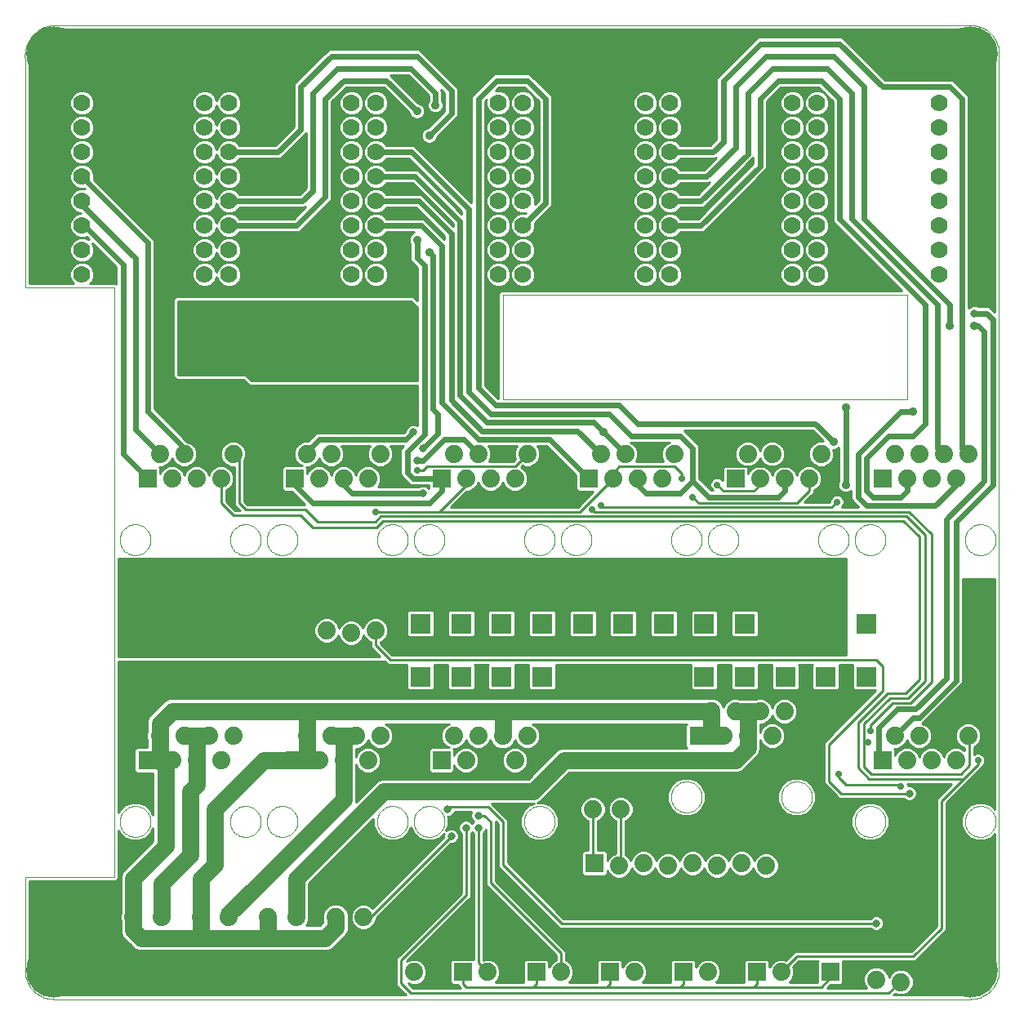
<source format=gtl>
G75*
G70*
%OFA0B0*%
%FSLAX24Y24*%
%IPPOS*%
%LPD*%
%AMOC8*
5,1,8,0,0,1.08239X$1,22.5*
%
%ADD10C,0.0040*%
%ADD11R,0.0740X0.0740*%
%ADD12C,0.0740*%
%ADD13C,0.0700*%
%ADD14C,0.0825*%
%ADD15C,0.0000*%
%ADD16R,0.0827X0.0827*%
%ADD17R,0.0800X0.0800*%
%ADD18C,0.0800*%
%ADD19C,0.2250*%
%ADD20C,0.1000*%
%ADD21C,0.0100*%
%ADD22C,0.0277*%
%ADD23C,0.0317*%
%ADD24C,0.0240*%
%ADD25C,0.0356*%
%ADD26C,0.0700*%
D10*
X001331Y000169D02*
X038733Y000169D01*
X038799Y000171D01*
X038865Y000176D01*
X038931Y000186D01*
X038996Y000199D01*
X039060Y000215D01*
X039123Y000235D01*
X039185Y000259D01*
X039245Y000286D01*
X039304Y000316D01*
X039361Y000350D01*
X039416Y000387D01*
X039469Y000427D01*
X039520Y000469D01*
X039568Y000515D01*
X039614Y000563D01*
X039656Y000614D01*
X039696Y000667D01*
X039733Y000722D01*
X039767Y000779D01*
X039797Y000838D01*
X039824Y000898D01*
X039848Y000960D01*
X039868Y001023D01*
X039884Y001087D01*
X039897Y001152D01*
X039907Y001218D01*
X039912Y001284D01*
X039914Y001350D01*
X039914Y038751D01*
X039912Y038817D01*
X039907Y038883D01*
X039897Y038949D01*
X039884Y039014D01*
X039868Y039078D01*
X039848Y039141D01*
X039824Y039203D01*
X039797Y039263D01*
X039767Y039322D01*
X039733Y039379D01*
X039696Y039434D01*
X039656Y039487D01*
X039614Y039538D01*
X039568Y039586D01*
X039520Y039632D01*
X039469Y039674D01*
X039416Y039714D01*
X039361Y039751D01*
X039304Y039785D01*
X039245Y039815D01*
X039185Y039842D01*
X039123Y039866D01*
X039060Y039886D01*
X038996Y039902D01*
X038931Y039915D01*
X038865Y039925D01*
X038799Y039930D01*
X038733Y039932D01*
X038733Y039933D02*
X001331Y039933D01*
X001331Y039932D02*
X001263Y039926D01*
X001195Y039916D01*
X001128Y039903D01*
X001062Y039886D01*
X000997Y039865D01*
X000933Y039841D01*
X000870Y039813D01*
X000809Y039782D01*
X000750Y039748D01*
X000693Y039710D01*
X000637Y039670D01*
X000584Y039626D01*
X000534Y039580D01*
X000486Y039531D01*
X000441Y039480D01*
X000398Y039426D01*
X000359Y039370D01*
X000323Y039312D01*
X000290Y039252D01*
X000260Y039191D01*
X000233Y039127D01*
X000210Y039063D01*
X000191Y038997D01*
X000175Y038931D01*
X000163Y038863D01*
X000154Y038795D01*
X000149Y038727D01*
X000148Y038659D01*
X000151Y038590D01*
X000150Y038590D02*
X000150Y029205D01*
X003792Y029205D01*
X003792Y005147D01*
X000150Y005147D01*
X000150Y001350D01*
X000152Y001284D01*
X000157Y001218D01*
X000167Y001152D01*
X000180Y001087D01*
X000196Y001023D01*
X000216Y000960D01*
X000240Y000898D01*
X000267Y000838D01*
X000297Y000779D01*
X000331Y000722D01*
X000368Y000667D01*
X000408Y000614D01*
X000450Y000563D01*
X000496Y000515D01*
X000544Y000469D01*
X000595Y000427D01*
X000648Y000387D01*
X000703Y000350D01*
X000760Y000316D01*
X000819Y000286D01*
X000879Y000259D01*
X000941Y000235D01*
X001004Y000215D01*
X001068Y000199D01*
X001133Y000186D01*
X001199Y000176D01*
X001265Y000171D01*
X001331Y000169D01*
X019650Y024669D02*
X036150Y024669D01*
X036150Y028919D01*
X019650Y028919D01*
X019650Y024669D01*
D11*
X017150Y021419D03*
X011150Y021419D03*
X005150Y021419D03*
X005150Y009919D03*
X011150Y009919D03*
X017150Y009919D03*
X023400Y005719D03*
X024024Y001275D03*
X021024Y001275D03*
X018024Y001275D03*
X027024Y001275D03*
X030024Y001275D03*
X033024Y001275D03*
X035150Y009919D03*
X027650Y010919D03*
X029150Y021419D03*
X023150Y021419D03*
X035150Y021419D03*
D12*
X036150Y021419D03*
X035650Y022419D03*
X036650Y022419D03*
X037150Y021419D03*
X038150Y021419D03*
X037650Y022419D03*
X038650Y022419D03*
X032650Y022419D03*
X032150Y021419D03*
X031150Y021419D03*
X030650Y022419D03*
X031650Y022419D03*
X030150Y021419D03*
X029650Y022419D03*
X026650Y022419D03*
X026150Y021419D03*
X025150Y021419D03*
X024650Y022419D03*
X025650Y022419D03*
X024150Y021419D03*
X023650Y022419D03*
X020650Y022419D03*
X020150Y021419D03*
X019650Y022419D03*
X018650Y022419D03*
X018150Y021419D03*
X019150Y021419D03*
X017650Y022419D03*
X014650Y022419D03*
X014150Y021419D03*
X013650Y022419D03*
X012650Y022419D03*
X012150Y021419D03*
X013150Y021419D03*
X011650Y022419D03*
X008650Y022419D03*
X008150Y021419D03*
X007650Y022419D03*
X006650Y022419D03*
X005650Y022419D03*
X006150Y021419D03*
X007150Y021419D03*
X012463Y015219D03*
X013463Y015119D03*
X014463Y015219D03*
X014650Y010919D03*
X013650Y010919D03*
X012650Y010919D03*
X011650Y010919D03*
X012150Y009919D03*
X013150Y009919D03*
X014150Y009919D03*
X017650Y010919D03*
X018650Y010919D03*
X019650Y010919D03*
X020650Y010919D03*
X020150Y009919D03*
X019150Y009919D03*
X018150Y009919D03*
X023330Y007919D03*
X024470Y007919D03*
X025400Y005719D03*
X026400Y005619D03*
X027400Y005719D03*
X028400Y005619D03*
X029400Y005719D03*
X030400Y005619D03*
X031024Y001275D03*
X032024Y001375D03*
X034900Y000969D03*
X035900Y000869D03*
X036900Y000969D03*
X029024Y001375D03*
X028024Y001275D03*
X026024Y001375D03*
X025024Y001275D03*
X023024Y001375D03*
X022024Y001275D03*
X020024Y001375D03*
X019024Y001275D03*
X017024Y001375D03*
X016024Y001275D03*
X013970Y003519D03*
X012830Y003519D03*
X011220Y003519D03*
X010080Y003519D03*
X008470Y003519D03*
X007330Y003519D03*
X005720Y003519D03*
X004580Y003519D03*
X006150Y009919D03*
X007150Y009919D03*
X008150Y009919D03*
X007650Y010919D03*
X006650Y010919D03*
X005650Y010919D03*
X008650Y010919D03*
X024400Y005619D03*
X028650Y010919D03*
X029650Y010919D03*
X029150Y011919D03*
X030150Y011919D03*
X030650Y010919D03*
X031150Y011919D03*
X028150Y011919D03*
X035650Y010919D03*
X036650Y010919D03*
X037650Y010919D03*
X038650Y010919D03*
X038150Y009919D03*
X037150Y009919D03*
X036150Y009919D03*
D13*
X037478Y029750D03*
X037478Y030750D03*
X037478Y031750D03*
X037478Y032750D03*
X037478Y033750D03*
X037478Y034750D03*
X037478Y035750D03*
X037478Y036750D03*
X032478Y036750D03*
X031478Y036750D03*
X031478Y035750D03*
X031478Y034750D03*
X032478Y034750D03*
X032478Y035750D03*
X032478Y033750D03*
X031478Y033750D03*
X031478Y032750D03*
X032478Y032750D03*
X032478Y031750D03*
X031478Y031750D03*
X031478Y030750D03*
X032478Y030750D03*
X032478Y029750D03*
X031478Y029750D03*
X026478Y029750D03*
X025478Y029750D03*
X025478Y030750D03*
X025478Y031750D03*
X026478Y031750D03*
X026478Y030750D03*
X026478Y032750D03*
X025478Y032750D03*
X025478Y033750D03*
X026478Y033750D03*
X026478Y034750D03*
X025478Y034750D03*
X025478Y035750D03*
X026478Y035750D03*
X026478Y036750D03*
X025478Y036750D03*
X020478Y036750D03*
X019478Y036750D03*
X019478Y035750D03*
X019478Y034750D03*
X020478Y034750D03*
X020478Y035750D03*
X020478Y033750D03*
X019478Y033750D03*
X019478Y032750D03*
X020478Y032750D03*
X020478Y031750D03*
X019478Y031750D03*
X019478Y030750D03*
X020478Y030750D03*
X020478Y029750D03*
X019478Y029750D03*
X014478Y029750D03*
X013478Y029750D03*
X013478Y030750D03*
X013478Y031750D03*
X014478Y031750D03*
X014478Y030750D03*
X014478Y032750D03*
X013478Y032750D03*
X013478Y033750D03*
X014478Y033750D03*
X014478Y034750D03*
X013478Y034750D03*
X013478Y035750D03*
X014478Y035750D03*
X014478Y036750D03*
X013478Y036750D03*
X008478Y036750D03*
X007481Y036750D03*
X007481Y035750D03*
X007481Y034750D03*
X008478Y034750D03*
X008478Y035750D03*
X008478Y033750D03*
X008478Y032750D03*
X007481Y032750D03*
X007481Y033750D03*
X007481Y031750D03*
X007481Y030750D03*
X008478Y030750D03*
X008478Y031750D03*
X008478Y029750D03*
X007481Y029750D03*
X002481Y029750D03*
X002481Y030750D03*
X002481Y031750D03*
X002481Y032750D03*
X002481Y033750D03*
X002481Y034750D03*
X002481Y035750D03*
X002481Y036750D03*
D14*
X007488Y027606D02*
X008313Y027606D01*
X008313Y024606D02*
X007488Y024606D01*
D15*
X008520Y018919D02*
X008522Y018969D01*
X008528Y019019D01*
X008538Y019068D01*
X008552Y019116D01*
X008569Y019163D01*
X008590Y019208D01*
X008615Y019252D01*
X008643Y019293D01*
X008675Y019332D01*
X008709Y019369D01*
X008746Y019403D01*
X008786Y019433D01*
X008828Y019460D01*
X008872Y019484D01*
X008918Y019505D01*
X008965Y019521D01*
X009013Y019534D01*
X009063Y019543D01*
X009112Y019548D01*
X009163Y019549D01*
X009213Y019546D01*
X009262Y019539D01*
X009311Y019528D01*
X009359Y019513D01*
X009405Y019495D01*
X009450Y019473D01*
X009493Y019447D01*
X009534Y019418D01*
X009573Y019386D01*
X009609Y019351D01*
X009641Y019313D01*
X009671Y019273D01*
X009698Y019230D01*
X009721Y019186D01*
X009740Y019140D01*
X009756Y019092D01*
X009768Y019043D01*
X009776Y018994D01*
X009780Y018944D01*
X009780Y018894D01*
X009776Y018844D01*
X009768Y018795D01*
X009756Y018746D01*
X009740Y018698D01*
X009721Y018652D01*
X009698Y018608D01*
X009671Y018565D01*
X009641Y018525D01*
X009609Y018487D01*
X009573Y018452D01*
X009534Y018420D01*
X009493Y018391D01*
X009450Y018365D01*
X009405Y018343D01*
X009359Y018325D01*
X009311Y018310D01*
X009262Y018299D01*
X009213Y018292D01*
X009163Y018289D01*
X009112Y018290D01*
X009063Y018295D01*
X009013Y018304D01*
X008965Y018317D01*
X008918Y018333D01*
X008872Y018354D01*
X008828Y018378D01*
X008786Y018405D01*
X008746Y018435D01*
X008709Y018469D01*
X008675Y018506D01*
X008643Y018545D01*
X008615Y018586D01*
X008590Y018630D01*
X008569Y018675D01*
X008552Y018722D01*
X008538Y018770D01*
X008528Y018819D01*
X008522Y018869D01*
X008520Y018919D01*
X010020Y018919D02*
X010022Y018969D01*
X010028Y019019D01*
X010038Y019068D01*
X010052Y019116D01*
X010069Y019163D01*
X010090Y019208D01*
X010115Y019252D01*
X010143Y019293D01*
X010175Y019332D01*
X010209Y019369D01*
X010246Y019403D01*
X010286Y019433D01*
X010328Y019460D01*
X010372Y019484D01*
X010418Y019505D01*
X010465Y019521D01*
X010513Y019534D01*
X010563Y019543D01*
X010612Y019548D01*
X010663Y019549D01*
X010713Y019546D01*
X010762Y019539D01*
X010811Y019528D01*
X010859Y019513D01*
X010905Y019495D01*
X010950Y019473D01*
X010993Y019447D01*
X011034Y019418D01*
X011073Y019386D01*
X011109Y019351D01*
X011141Y019313D01*
X011171Y019273D01*
X011198Y019230D01*
X011221Y019186D01*
X011240Y019140D01*
X011256Y019092D01*
X011268Y019043D01*
X011276Y018994D01*
X011280Y018944D01*
X011280Y018894D01*
X011276Y018844D01*
X011268Y018795D01*
X011256Y018746D01*
X011240Y018698D01*
X011221Y018652D01*
X011198Y018608D01*
X011171Y018565D01*
X011141Y018525D01*
X011109Y018487D01*
X011073Y018452D01*
X011034Y018420D01*
X010993Y018391D01*
X010950Y018365D01*
X010905Y018343D01*
X010859Y018325D01*
X010811Y018310D01*
X010762Y018299D01*
X010713Y018292D01*
X010663Y018289D01*
X010612Y018290D01*
X010563Y018295D01*
X010513Y018304D01*
X010465Y018317D01*
X010418Y018333D01*
X010372Y018354D01*
X010328Y018378D01*
X010286Y018405D01*
X010246Y018435D01*
X010209Y018469D01*
X010175Y018506D01*
X010143Y018545D01*
X010115Y018586D01*
X010090Y018630D01*
X010069Y018675D01*
X010052Y018722D01*
X010038Y018770D01*
X010028Y018819D01*
X010022Y018869D01*
X010020Y018919D01*
X014520Y018919D02*
X014522Y018969D01*
X014528Y019019D01*
X014538Y019068D01*
X014552Y019116D01*
X014569Y019163D01*
X014590Y019208D01*
X014615Y019252D01*
X014643Y019293D01*
X014675Y019332D01*
X014709Y019369D01*
X014746Y019403D01*
X014786Y019433D01*
X014828Y019460D01*
X014872Y019484D01*
X014918Y019505D01*
X014965Y019521D01*
X015013Y019534D01*
X015063Y019543D01*
X015112Y019548D01*
X015163Y019549D01*
X015213Y019546D01*
X015262Y019539D01*
X015311Y019528D01*
X015359Y019513D01*
X015405Y019495D01*
X015450Y019473D01*
X015493Y019447D01*
X015534Y019418D01*
X015573Y019386D01*
X015609Y019351D01*
X015641Y019313D01*
X015671Y019273D01*
X015698Y019230D01*
X015721Y019186D01*
X015740Y019140D01*
X015756Y019092D01*
X015768Y019043D01*
X015776Y018994D01*
X015780Y018944D01*
X015780Y018894D01*
X015776Y018844D01*
X015768Y018795D01*
X015756Y018746D01*
X015740Y018698D01*
X015721Y018652D01*
X015698Y018608D01*
X015671Y018565D01*
X015641Y018525D01*
X015609Y018487D01*
X015573Y018452D01*
X015534Y018420D01*
X015493Y018391D01*
X015450Y018365D01*
X015405Y018343D01*
X015359Y018325D01*
X015311Y018310D01*
X015262Y018299D01*
X015213Y018292D01*
X015163Y018289D01*
X015112Y018290D01*
X015063Y018295D01*
X015013Y018304D01*
X014965Y018317D01*
X014918Y018333D01*
X014872Y018354D01*
X014828Y018378D01*
X014786Y018405D01*
X014746Y018435D01*
X014709Y018469D01*
X014675Y018506D01*
X014643Y018545D01*
X014615Y018586D01*
X014590Y018630D01*
X014569Y018675D01*
X014552Y018722D01*
X014538Y018770D01*
X014528Y018819D01*
X014522Y018869D01*
X014520Y018919D01*
X016020Y018919D02*
X016022Y018969D01*
X016028Y019019D01*
X016038Y019068D01*
X016052Y019116D01*
X016069Y019163D01*
X016090Y019208D01*
X016115Y019252D01*
X016143Y019293D01*
X016175Y019332D01*
X016209Y019369D01*
X016246Y019403D01*
X016286Y019433D01*
X016328Y019460D01*
X016372Y019484D01*
X016418Y019505D01*
X016465Y019521D01*
X016513Y019534D01*
X016563Y019543D01*
X016612Y019548D01*
X016663Y019549D01*
X016713Y019546D01*
X016762Y019539D01*
X016811Y019528D01*
X016859Y019513D01*
X016905Y019495D01*
X016950Y019473D01*
X016993Y019447D01*
X017034Y019418D01*
X017073Y019386D01*
X017109Y019351D01*
X017141Y019313D01*
X017171Y019273D01*
X017198Y019230D01*
X017221Y019186D01*
X017240Y019140D01*
X017256Y019092D01*
X017268Y019043D01*
X017276Y018994D01*
X017280Y018944D01*
X017280Y018894D01*
X017276Y018844D01*
X017268Y018795D01*
X017256Y018746D01*
X017240Y018698D01*
X017221Y018652D01*
X017198Y018608D01*
X017171Y018565D01*
X017141Y018525D01*
X017109Y018487D01*
X017073Y018452D01*
X017034Y018420D01*
X016993Y018391D01*
X016950Y018365D01*
X016905Y018343D01*
X016859Y018325D01*
X016811Y018310D01*
X016762Y018299D01*
X016713Y018292D01*
X016663Y018289D01*
X016612Y018290D01*
X016563Y018295D01*
X016513Y018304D01*
X016465Y018317D01*
X016418Y018333D01*
X016372Y018354D01*
X016328Y018378D01*
X016286Y018405D01*
X016246Y018435D01*
X016209Y018469D01*
X016175Y018506D01*
X016143Y018545D01*
X016115Y018586D01*
X016090Y018630D01*
X016069Y018675D01*
X016052Y018722D01*
X016038Y018770D01*
X016028Y018819D01*
X016022Y018869D01*
X016020Y018919D01*
X020520Y018919D02*
X020522Y018969D01*
X020528Y019019D01*
X020538Y019068D01*
X020552Y019116D01*
X020569Y019163D01*
X020590Y019208D01*
X020615Y019252D01*
X020643Y019293D01*
X020675Y019332D01*
X020709Y019369D01*
X020746Y019403D01*
X020786Y019433D01*
X020828Y019460D01*
X020872Y019484D01*
X020918Y019505D01*
X020965Y019521D01*
X021013Y019534D01*
X021063Y019543D01*
X021112Y019548D01*
X021163Y019549D01*
X021213Y019546D01*
X021262Y019539D01*
X021311Y019528D01*
X021359Y019513D01*
X021405Y019495D01*
X021450Y019473D01*
X021493Y019447D01*
X021534Y019418D01*
X021573Y019386D01*
X021609Y019351D01*
X021641Y019313D01*
X021671Y019273D01*
X021698Y019230D01*
X021721Y019186D01*
X021740Y019140D01*
X021756Y019092D01*
X021768Y019043D01*
X021776Y018994D01*
X021780Y018944D01*
X021780Y018894D01*
X021776Y018844D01*
X021768Y018795D01*
X021756Y018746D01*
X021740Y018698D01*
X021721Y018652D01*
X021698Y018608D01*
X021671Y018565D01*
X021641Y018525D01*
X021609Y018487D01*
X021573Y018452D01*
X021534Y018420D01*
X021493Y018391D01*
X021450Y018365D01*
X021405Y018343D01*
X021359Y018325D01*
X021311Y018310D01*
X021262Y018299D01*
X021213Y018292D01*
X021163Y018289D01*
X021112Y018290D01*
X021063Y018295D01*
X021013Y018304D01*
X020965Y018317D01*
X020918Y018333D01*
X020872Y018354D01*
X020828Y018378D01*
X020786Y018405D01*
X020746Y018435D01*
X020709Y018469D01*
X020675Y018506D01*
X020643Y018545D01*
X020615Y018586D01*
X020590Y018630D01*
X020569Y018675D01*
X020552Y018722D01*
X020538Y018770D01*
X020528Y018819D01*
X020522Y018869D01*
X020520Y018919D01*
X022020Y018919D02*
X022022Y018969D01*
X022028Y019019D01*
X022038Y019068D01*
X022052Y019116D01*
X022069Y019163D01*
X022090Y019208D01*
X022115Y019252D01*
X022143Y019293D01*
X022175Y019332D01*
X022209Y019369D01*
X022246Y019403D01*
X022286Y019433D01*
X022328Y019460D01*
X022372Y019484D01*
X022418Y019505D01*
X022465Y019521D01*
X022513Y019534D01*
X022563Y019543D01*
X022612Y019548D01*
X022663Y019549D01*
X022713Y019546D01*
X022762Y019539D01*
X022811Y019528D01*
X022859Y019513D01*
X022905Y019495D01*
X022950Y019473D01*
X022993Y019447D01*
X023034Y019418D01*
X023073Y019386D01*
X023109Y019351D01*
X023141Y019313D01*
X023171Y019273D01*
X023198Y019230D01*
X023221Y019186D01*
X023240Y019140D01*
X023256Y019092D01*
X023268Y019043D01*
X023276Y018994D01*
X023280Y018944D01*
X023280Y018894D01*
X023276Y018844D01*
X023268Y018795D01*
X023256Y018746D01*
X023240Y018698D01*
X023221Y018652D01*
X023198Y018608D01*
X023171Y018565D01*
X023141Y018525D01*
X023109Y018487D01*
X023073Y018452D01*
X023034Y018420D01*
X022993Y018391D01*
X022950Y018365D01*
X022905Y018343D01*
X022859Y018325D01*
X022811Y018310D01*
X022762Y018299D01*
X022713Y018292D01*
X022663Y018289D01*
X022612Y018290D01*
X022563Y018295D01*
X022513Y018304D01*
X022465Y018317D01*
X022418Y018333D01*
X022372Y018354D01*
X022328Y018378D01*
X022286Y018405D01*
X022246Y018435D01*
X022209Y018469D01*
X022175Y018506D01*
X022143Y018545D01*
X022115Y018586D01*
X022090Y018630D01*
X022069Y018675D01*
X022052Y018722D01*
X022038Y018770D01*
X022028Y018819D01*
X022022Y018869D01*
X022020Y018919D01*
X026520Y018919D02*
X026522Y018969D01*
X026528Y019019D01*
X026538Y019068D01*
X026552Y019116D01*
X026569Y019163D01*
X026590Y019208D01*
X026615Y019252D01*
X026643Y019293D01*
X026675Y019332D01*
X026709Y019369D01*
X026746Y019403D01*
X026786Y019433D01*
X026828Y019460D01*
X026872Y019484D01*
X026918Y019505D01*
X026965Y019521D01*
X027013Y019534D01*
X027063Y019543D01*
X027112Y019548D01*
X027163Y019549D01*
X027213Y019546D01*
X027262Y019539D01*
X027311Y019528D01*
X027359Y019513D01*
X027405Y019495D01*
X027450Y019473D01*
X027493Y019447D01*
X027534Y019418D01*
X027573Y019386D01*
X027609Y019351D01*
X027641Y019313D01*
X027671Y019273D01*
X027698Y019230D01*
X027721Y019186D01*
X027740Y019140D01*
X027756Y019092D01*
X027768Y019043D01*
X027776Y018994D01*
X027780Y018944D01*
X027780Y018894D01*
X027776Y018844D01*
X027768Y018795D01*
X027756Y018746D01*
X027740Y018698D01*
X027721Y018652D01*
X027698Y018608D01*
X027671Y018565D01*
X027641Y018525D01*
X027609Y018487D01*
X027573Y018452D01*
X027534Y018420D01*
X027493Y018391D01*
X027450Y018365D01*
X027405Y018343D01*
X027359Y018325D01*
X027311Y018310D01*
X027262Y018299D01*
X027213Y018292D01*
X027163Y018289D01*
X027112Y018290D01*
X027063Y018295D01*
X027013Y018304D01*
X026965Y018317D01*
X026918Y018333D01*
X026872Y018354D01*
X026828Y018378D01*
X026786Y018405D01*
X026746Y018435D01*
X026709Y018469D01*
X026675Y018506D01*
X026643Y018545D01*
X026615Y018586D01*
X026590Y018630D01*
X026569Y018675D01*
X026552Y018722D01*
X026538Y018770D01*
X026528Y018819D01*
X026522Y018869D01*
X026520Y018919D01*
X028020Y018919D02*
X028022Y018969D01*
X028028Y019019D01*
X028038Y019068D01*
X028052Y019116D01*
X028069Y019163D01*
X028090Y019208D01*
X028115Y019252D01*
X028143Y019293D01*
X028175Y019332D01*
X028209Y019369D01*
X028246Y019403D01*
X028286Y019433D01*
X028328Y019460D01*
X028372Y019484D01*
X028418Y019505D01*
X028465Y019521D01*
X028513Y019534D01*
X028563Y019543D01*
X028612Y019548D01*
X028663Y019549D01*
X028713Y019546D01*
X028762Y019539D01*
X028811Y019528D01*
X028859Y019513D01*
X028905Y019495D01*
X028950Y019473D01*
X028993Y019447D01*
X029034Y019418D01*
X029073Y019386D01*
X029109Y019351D01*
X029141Y019313D01*
X029171Y019273D01*
X029198Y019230D01*
X029221Y019186D01*
X029240Y019140D01*
X029256Y019092D01*
X029268Y019043D01*
X029276Y018994D01*
X029280Y018944D01*
X029280Y018894D01*
X029276Y018844D01*
X029268Y018795D01*
X029256Y018746D01*
X029240Y018698D01*
X029221Y018652D01*
X029198Y018608D01*
X029171Y018565D01*
X029141Y018525D01*
X029109Y018487D01*
X029073Y018452D01*
X029034Y018420D01*
X028993Y018391D01*
X028950Y018365D01*
X028905Y018343D01*
X028859Y018325D01*
X028811Y018310D01*
X028762Y018299D01*
X028713Y018292D01*
X028663Y018289D01*
X028612Y018290D01*
X028563Y018295D01*
X028513Y018304D01*
X028465Y018317D01*
X028418Y018333D01*
X028372Y018354D01*
X028328Y018378D01*
X028286Y018405D01*
X028246Y018435D01*
X028209Y018469D01*
X028175Y018506D01*
X028143Y018545D01*
X028115Y018586D01*
X028090Y018630D01*
X028069Y018675D01*
X028052Y018722D01*
X028038Y018770D01*
X028028Y018819D01*
X028022Y018869D01*
X028020Y018919D01*
X032520Y018919D02*
X032522Y018969D01*
X032528Y019019D01*
X032538Y019068D01*
X032552Y019116D01*
X032569Y019163D01*
X032590Y019208D01*
X032615Y019252D01*
X032643Y019293D01*
X032675Y019332D01*
X032709Y019369D01*
X032746Y019403D01*
X032786Y019433D01*
X032828Y019460D01*
X032872Y019484D01*
X032918Y019505D01*
X032965Y019521D01*
X033013Y019534D01*
X033063Y019543D01*
X033112Y019548D01*
X033163Y019549D01*
X033213Y019546D01*
X033262Y019539D01*
X033311Y019528D01*
X033359Y019513D01*
X033405Y019495D01*
X033450Y019473D01*
X033493Y019447D01*
X033534Y019418D01*
X033573Y019386D01*
X033609Y019351D01*
X033641Y019313D01*
X033671Y019273D01*
X033698Y019230D01*
X033721Y019186D01*
X033740Y019140D01*
X033756Y019092D01*
X033768Y019043D01*
X033776Y018994D01*
X033780Y018944D01*
X033780Y018894D01*
X033776Y018844D01*
X033768Y018795D01*
X033756Y018746D01*
X033740Y018698D01*
X033721Y018652D01*
X033698Y018608D01*
X033671Y018565D01*
X033641Y018525D01*
X033609Y018487D01*
X033573Y018452D01*
X033534Y018420D01*
X033493Y018391D01*
X033450Y018365D01*
X033405Y018343D01*
X033359Y018325D01*
X033311Y018310D01*
X033262Y018299D01*
X033213Y018292D01*
X033163Y018289D01*
X033112Y018290D01*
X033063Y018295D01*
X033013Y018304D01*
X032965Y018317D01*
X032918Y018333D01*
X032872Y018354D01*
X032828Y018378D01*
X032786Y018405D01*
X032746Y018435D01*
X032709Y018469D01*
X032675Y018506D01*
X032643Y018545D01*
X032615Y018586D01*
X032590Y018630D01*
X032569Y018675D01*
X032552Y018722D01*
X032538Y018770D01*
X032528Y018819D01*
X032522Y018869D01*
X032520Y018919D01*
X034020Y018919D02*
X034022Y018969D01*
X034028Y019019D01*
X034038Y019068D01*
X034052Y019116D01*
X034069Y019163D01*
X034090Y019208D01*
X034115Y019252D01*
X034143Y019293D01*
X034175Y019332D01*
X034209Y019369D01*
X034246Y019403D01*
X034286Y019433D01*
X034328Y019460D01*
X034372Y019484D01*
X034418Y019505D01*
X034465Y019521D01*
X034513Y019534D01*
X034563Y019543D01*
X034612Y019548D01*
X034663Y019549D01*
X034713Y019546D01*
X034762Y019539D01*
X034811Y019528D01*
X034859Y019513D01*
X034905Y019495D01*
X034950Y019473D01*
X034993Y019447D01*
X035034Y019418D01*
X035073Y019386D01*
X035109Y019351D01*
X035141Y019313D01*
X035171Y019273D01*
X035198Y019230D01*
X035221Y019186D01*
X035240Y019140D01*
X035256Y019092D01*
X035268Y019043D01*
X035276Y018994D01*
X035280Y018944D01*
X035280Y018894D01*
X035276Y018844D01*
X035268Y018795D01*
X035256Y018746D01*
X035240Y018698D01*
X035221Y018652D01*
X035198Y018608D01*
X035171Y018565D01*
X035141Y018525D01*
X035109Y018487D01*
X035073Y018452D01*
X035034Y018420D01*
X034993Y018391D01*
X034950Y018365D01*
X034905Y018343D01*
X034859Y018325D01*
X034811Y018310D01*
X034762Y018299D01*
X034713Y018292D01*
X034663Y018289D01*
X034612Y018290D01*
X034563Y018295D01*
X034513Y018304D01*
X034465Y018317D01*
X034418Y018333D01*
X034372Y018354D01*
X034328Y018378D01*
X034286Y018405D01*
X034246Y018435D01*
X034209Y018469D01*
X034175Y018506D01*
X034143Y018545D01*
X034115Y018586D01*
X034090Y018630D01*
X034069Y018675D01*
X034052Y018722D01*
X034038Y018770D01*
X034028Y018819D01*
X034022Y018869D01*
X034020Y018919D01*
X038520Y018919D02*
X038522Y018969D01*
X038528Y019019D01*
X038538Y019068D01*
X038552Y019116D01*
X038569Y019163D01*
X038590Y019208D01*
X038615Y019252D01*
X038643Y019293D01*
X038675Y019332D01*
X038709Y019369D01*
X038746Y019403D01*
X038786Y019433D01*
X038828Y019460D01*
X038872Y019484D01*
X038918Y019505D01*
X038965Y019521D01*
X039013Y019534D01*
X039063Y019543D01*
X039112Y019548D01*
X039163Y019549D01*
X039213Y019546D01*
X039262Y019539D01*
X039311Y019528D01*
X039359Y019513D01*
X039405Y019495D01*
X039450Y019473D01*
X039493Y019447D01*
X039534Y019418D01*
X039573Y019386D01*
X039609Y019351D01*
X039641Y019313D01*
X039671Y019273D01*
X039698Y019230D01*
X039721Y019186D01*
X039740Y019140D01*
X039756Y019092D01*
X039768Y019043D01*
X039776Y018994D01*
X039780Y018944D01*
X039780Y018894D01*
X039776Y018844D01*
X039768Y018795D01*
X039756Y018746D01*
X039740Y018698D01*
X039721Y018652D01*
X039698Y018608D01*
X039671Y018565D01*
X039641Y018525D01*
X039609Y018487D01*
X039573Y018452D01*
X039534Y018420D01*
X039493Y018391D01*
X039450Y018365D01*
X039405Y018343D01*
X039359Y018325D01*
X039311Y018310D01*
X039262Y018299D01*
X039213Y018292D01*
X039163Y018289D01*
X039112Y018290D01*
X039063Y018295D01*
X039013Y018304D01*
X038965Y018317D01*
X038918Y018333D01*
X038872Y018354D01*
X038828Y018378D01*
X038786Y018405D01*
X038746Y018435D01*
X038709Y018469D01*
X038675Y018506D01*
X038643Y018545D01*
X038615Y018586D01*
X038590Y018630D01*
X038569Y018675D01*
X038552Y018722D01*
X038538Y018770D01*
X038528Y018819D01*
X038522Y018869D01*
X038520Y018919D01*
X031020Y008419D02*
X031022Y008469D01*
X031028Y008519D01*
X031038Y008568D01*
X031052Y008616D01*
X031069Y008663D01*
X031090Y008708D01*
X031115Y008752D01*
X031143Y008793D01*
X031175Y008832D01*
X031209Y008869D01*
X031246Y008903D01*
X031286Y008933D01*
X031328Y008960D01*
X031372Y008984D01*
X031418Y009005D01*
X031465Y009021D01*
X031513Y009034D01*
X031563Y009043D01*
X031612Y009048D01*
X031663Y009049D01*
X031713Y009046D01*
X031762Y009039D01*
X031811Y009028D01*
X031859Y009013D01*
X031905Y008995D01*
X031950Y008973D01*
X031993Y008947D01*
X032034Y008918D01*
X032073Y008886D01*
X032109Y008851D01*
X032141Y008813D01*
X032171Y008773D01*
X032198Y008730D01*
X032221Y008686D01*
X032240Y008640D01*
X032256Y008592D01*
X032268Y008543D01*
X032276Y008494D01*
X032280Y008444D01*
X032280Y008394D01*
X032276Y008344D01*
X032268Y008295D01*
X032256Y008246D01*
X032240Y008198D01*
X032221Y008152D01*
X032198Y008108D01*
X032171Y008065D01*
X032141Y008025D01*
X032109Y007987D01*
X032073Y007952D01*
X032034Y007920D01*
X031993Y007891D01*
X031950Y007865D01*
X031905Y007843D01*
X031859Y007825D01*
X031811Y007810D01*
X031762Y007799D01*
X031713Y007792D01*
X031663Y007789D01*
X031612Y007790D01*
X031563Y007795D01*
X031513Y007804D01*
X031465Y007817D01*
X031418Y007833D01*
X031372Y007854D01*
X031328Y007878D01*
X031286Y007905D01*
X031246Y007935D01*
X031209Y007969D01*
X031175Y008006D01*
X031143Y008045D01*
X031115Y008086D01*
X031090Y008130D01*
X031069Y008175D01*
X031052Y008222D01*
X031038Y008270D01*
X031028Y008319D01*
X031022Y008369D01*
X031020Y008419D01*
X034020Y007419D02*
X034022Y007469D01*
X034028Y007519D01*
X034038Y007568D01*
X034052Y007616D01*
X034069Y007663D01*
X034090Y007708D01*
X034115Y007752D01*
X034143Y007793D01*
X034175Y007832D01*
X034209Y007869D01*
X034246Y007903D01*
X034286Y007933D01*
X034328Y007960D01*
X034372Y007984D01*
X034418Y008005D01*
X034465Y008021D01*
X034513Y008034D01*
X034563Y008043D01*
X034612Y008048D01*
X034663Y008049D01*
X034713Y008046D01*
X034762Y008039D01*
X034811Y008028D01*
X034859Y008013D01*
X034905Y007995D01*
X034950Y007973D01*
X034993Y007947D01*
X035034Y007918D01*
X035073Y007886D01*
X035109Y007851D01*
X035141Y007813D01*
X035171Y007773D01*
X035198Y007730D01*
X035221Y007686D01*
X035240Y007640D01*
X035256Y007592D01*
X035268Y007543D01*
X035276Y007494D01*
X035280Y007444D01*
X035280Y007394D01*
X035276Y007344D01*
X035268Y007295D01*
X035256Y007246D01*
X035240Y007198D01*
X035221Y007152D01*
X035198Y007108D01*
X035171Y007065D01*
X035141Y007025D01*
X035109Y006987D01*
X035073Y006952D01*
X035034Y006920D01*
X034993Y006891D01*
X034950Y006865D01*
X034905Y006843D01*
X034859Y006825D01*
X034811Y006810D01*
X034762Y006799D01*
X034713Y006792D01*
X034663Y006789D01*
X034612Y006790D01*
X034563Y006795D01*
X034513Y006804D01*
X034465Y006817D01*
X034418Y006833D01*
X034372Y006854D01*
X034328Y006878D01*
X034286Y006905D01*
X034246Y006935D01*
X034209Y006969D01*
X034175Y007006D01*
X034143Y007045D01*
X034115Y007086D01*
X034090Y007130D01*
X034069Y007175D01*
X034052Y007222D01*
X034038Y007270D01*
X034028Y007319D01*
X034022Y007369D01*
X034020Y007419D01*
X038520Y007419D02*
X038522Y007469D01*
X038528Y007519D01*
X038538Y007568D01*
X038552Y007616D01*
X038569Y007663D01*
X038590Y007708D01*
X038615Y007752D01*
X038643Y007793D01*
X038675Y007832D01*
X038709Y007869D01*
X038746Y007903D01*
X038786Y007933D01*
X038828Y007960D01*
X038872Y007984D01*
X038918Y008005D01*
X038965Y008021D01*
X039013Y008034D01*
X039063Y008043D01*
X039112Y008048D01*
X039163Y008049D01*
X039213Y008046D01*
X039262Y008039D01*
X039311Y008028D01*
X039359Y008013D01*
X039405Y007995D01*
X039450Y007973D01*
X039493Y007947D01*
X039534Y007918D01*
X039573Y007886D01*
X039609Y007851D01*
X039641Y007813D01*
X039671Y007773D01*
X039698Y007730D01*
X039721Y007686D01*
X039740Y007640D01*
X039756Y007592D01*
X039768Y007543D01*
X039776Y007494D01*
X039780Y007444D01*
X039780Y007394D01*
X039776Y007344D01*
X039768Y007295D01*
X039756Y007246D01*
X039740Y007198D01*
X039721Y007152D01*
X039698Y007108D01*
X039671Y007065D01*
X039641Y007025D01*
X039609Y006987D01*
X039573Y006952D01*
X039534Y006920D01*
X039493Y006891D01*
X039450Y006865D01*
X039405Y006843D01*
X039359Y006825D01*
X039311Y006810D01*
X039262Y006799D01*
X039213Y006792D01*
X039163Y006789D01*
X039112Y006790D01*
X039063Y006795D01*
X039013Y006804D01*
X038965Y006817D01*
X038918Y006833D01*
X038872Y006854D01*
X038828Y006878D01*
X038786Y006905D01*
X038746Y006935D01*
X038709Y006969D01*
X038675Y007006D01*
X038643Y007045D01*
X038615Y007086D01*
X038590Y007130D01*
X038569Y007175D01*
X038552Y007222D01*
X038538Y007270D01*
X038528Y007319D01*
X038522Y007369D01*
X038520Y007419D01*
X026520Y008419D02*
X026522Y008469D01*
X026528Y008519D01*
X026538Y008568D01*
X026552Y008616D01*
X026569Y008663D01*
X026590Y008708D01*
X026615Y008752D01*
X026643Y008793D01*
X026675Y008832D01*
X026709Y008869D01*
X026746Y008903D01*
X026786Y008933D01*
X026828Y008960D01*
X026872Y008984D01*
X026918Y009005D01*
X026965Y009021D01*
X027013Y009034D01*
X027063Y009043D01*
X027112Y009048D01*
X027163Y009049D01*
X027213Y009046D01*
X027262Y009039D01*
X027311Y009028D01*
X027359Y009013D01*
X027405Y008995D01*
X027450Y008973D01*
X027493Y008947D01*
X027534Y008918D01*
X027573Y008886D01*
X027609Y008851D01*
X027641Y008813D01*
X027671Y008773D01*
X027698Y008730D01*
X027721Y008686D01*
X027740Y008640D01*
X027756Y008592D01*
X027768Y008543D01*
X027776Y008494D01*
X027780Y008444D01*
X027780Y008394D01*
X027776Y008344D01*
X027768Y008295D01*
X027756Y008246D01*
X027740Y008198D01*
X027721Y008152D01*
X027698Y008108D01*
X027671Y008065D01*
X027641Y008025D01*
X027609Y007987D01*
X027573Y007952D01*
X027534Y007920D01*
X027493Y007891D01*
X027450Y007865D01*
X027405Y007843D01*
X027359Y007825D01*
X027311Y007810D01*
X027262Y007799D01*
X027213Y007792D01*
X027163Y007789D01*
X027112Y007790D01*
X027063Y007795D01*
X027013Y007804D01*
X026965Y007817D01*
X026918Y007833D01*
X026872Y007854D01*
X026828Y007878D01*
X026786Y007905D01*
X026746Y007935D01*
X026709Y007969D01*
X026675Y008006D01*
X026643Y008045D01*
X026615Y008086D01*
X026590Y008130D01*
X026569Y008175D01*
X026552Y008222D01*
X026538Y008270D01*
X026528Y008319D01*
X026522Y008369D01*
X026520Y008419D01*
X020520Y007419D02*
X020522Y007469D01*
X020528Y007519D01*
X020538Y007568D01*
X020552Y007616D01*
X020569Y007663D01*
X020590Y007708D01*
X020615Y007752D01*
X020643Y007793D01*
X020675Y007832D01*
X020709Y007869D01*
X020746Y007903D01*
X020786Y007933D01*
X020828Y007960D01*
X020872Y007984D01*
X020918Y008005D01*
X020965Y008021D01*
X021013Y008034D01*
X021063Y008043D01*
X021112Y008048D01*
X021163Y008049D01*
X021213Y008046D01*
X021262Y008039D01*
X021311Y008028D01*
X021359Y008013D01*
X021405Y007995D01*
X021450Y007973D01*
X021493Y007947D01*
X021534Y007918D01*
X021573Y007886D01*
X021609Y007851D01*
X021641Y007813D01*
X021671Y007773D01*
X021698Y007730D01*
X021721Y007686D01*
X021740Y007640D01*
X021756Y007592D01*
X021768Y007543D01*
X021776Y007494D01*
X021780Y007444D01*
X021780Y007394D01*
X021776Y007344D01*
X021768Y007295D01*
X021756Y007246D01*
X021740Y007198D01*
X021721Y007152D01*
X021698Y007108D01*
X021671Y007065D01*
X021641Y007025D01*
X021609Y006987D01*
X021573Y006952D01*
X021534Y006920D01*
X021493Y006891D01*
X021450Y006865D01*
X021405Y006843D01*
X021359Y006825D01*
X021311Y006810D01*
X021262Y006799D01*
X021213Y006792D01*
X021163Y006789D01*
X021112Y006790D01*
X021063Y006795D01*
X021013Y006804D01*
X020965Y006817D01*
X020918Y006833D01*
X020872Y006854D01*
X020828Y006878D01*
X020786Y006905D01*
X020746Y006935D01*
X020709Y006969D01*
X020675Y007006D01*
X020643Y007045D01*
X020615Y007086D01*
X020590Y007130D01*
X020569Y007175D01*
X020552Y007222D01*
X020538Y007270D01*
X020528Y007319D01*
X020522Y007369D01*
X020520Y007419D01*
X016020Y007419D02*
X016022Y007469D01*
X016028Y007519D01*
X016038Y007568D01*
X016052Y007616D01*
X016069Y007663D01*
X016090Y007708D01*
X016115Y007752D01*
X016143Y007793D01*
X016175Y007832D01*
X016209Y007869D01*
X016246Y007903D01*
X016286Y007933D01*
X016328Y007960D01*
X016372Y007984D01*
X016418Y008005D01*
X016465Y008021D01*
X016513Y008034D01*
X016563Y008043D01*
X016612Y008048D01*
X016663Y008049D01*
X016713Y008046D01*
X016762Y008039D01*
X016811Y008028D01*
X016859Y008013D01*
X016905Y007995D01*
X016950Y007973D01*
X016993Y007947D01*
X017034Y007918D01*
X017073Y007886D01*
X017109Y007851D01*
X017141Y007813D01*
X017171Y007773D01*
X017198Y007730D01*
X017221Y007686D01*
X017240Y007640D01*
X017256Y007592D01*
X017268Y007543D01*
X017276Y007494D01*
X017280Y007444D01*
X017280Y007394D01*
X017276Y007344D01*
X017268Y007295D01*
X017256Y007246D01*
X017240Y007198D01*
X017221Y007152D01*
X017198Y007108D01*
X017171Y007065D01*
X017141Y007025D01*
X017109Y006987D01*
X017073Y006952D01*
X017034Y006920D01*
X016993Y006891D01*
X016950Y006865D01*
X016905Y006843D01*
X016859Y006825D01*
X016811Y006810D01*
X016762Y006799D01*
X016713Y006792D01*
X016663Y006789D01*
X016612Y006790D01*
X016563Y006795D01*
X016513Y006804D01*
X016465Y006817D01*
X016418Y006833D01*
X016372Y006854D01*
X016328Y006878D01*
X016286Y006905D01*
X016246Y006935D01*
X016209Y006969D01*
X016175Y007006D01*
X016143Y007045D01*
X016115Y007086D01*
X016090Y007130D01*
X016069Y007175D01*
X016052Y007222D01*
X016038Y007270D01*
X016028Y007319D01*
X016022Y007369D01*
X016020Y007419D01*
X014520Y007419D02*
X014522Y007469D01*
X014528Y007519D01*
X014538Y007568D01*
X014552Y007616D01*
X014569Y007663D01*
X014590Y007708D01*
X014615Y007752D01*
X014643Y007793D01*
X014675Y007832D01*
X014709Y007869D01*
X014746Y007903D01*
X014786Y007933D01*
X014828Y007960D01*
X014872Y007984D01*
X014918Y008005D01*
X014965Y008021D01*
X015013Y008034D01*
X015063Y008043D01*
X015112Y008048D01*
X015163Y008049D01*
X015213Y008046D01*
X015262Y008039D01*
X015311Y008028D01*
X015359Y008013D01*
X015405Y007995D01*
X015450Y007973D01*
X015493Y007947D01*
X015534Y007918D01*
X015573Y007886D01*
X015609Y007851D01*
X015641Y007813D01*
X015671Y007773D01*
X015698Y007730D01*
X015721Y007686D01*
X015740Y007640D01*
X015756Y007592D01*
X015768Y007543D01*
X015776Y007494D01*
X015780Y007444D01*
X015780Y007394D01*
X015776Y007344D01*
X015768Y007295D01*
X015756Y007246D01*
X015740Y007198D01*
X015721Y007152D01*
X015698Y007108D01*
X015671Y007065D01*
X015641Y007025D01*
X015609Y006987D01*
X015573Y006952D01*
X015534Y006920D01*
X015493Y006891D01*
X015450Y006865D01*
X015405Y006843D01*
X015359Y006825D01*
X015311Y006810D01*
X015262Y006799D01*
X015213Y006792D01*
X015163Y006789D01*
X015112Y006790D01*
X015063Y006795D01*
X015013Y006804D01*
X014965Y006817D01*
X014918Y006833D01*
X014872Y006854D01*
X014828Y006878D01*
X014786Y006905D01*
X014746Y006935D01*
X014709Y006969D01*
X014675Y007006D01*
X014643Y007045D01*
X014615Y007086D01*
X014590Y007130D01*
X014569Y007175D01*
X014552Y007222D01*
X014538Y007270D01*
X014528Y007319D01*
X014522Y007369D01*
X014520Y007419D01*
X010020Y007419D02*
X010022Y007469D01*
X010028Y007519D01*
X010038Y007568D01*
X010052Y007616D01*
X010069Y007663D01*
X010090Y007708D01*
X010115Y007752D01*
X010143Y007793D01*
X010175Y007832D01*
X010209Y007869D01*
X010246Y007903D01*
X010286Y007933D01*
X010328Y007960D01*
X010372Y007984D01*
X010418Y008005D01*
X010465Y008021D01*
X010513Y008034D01*
X010563Y008043D01*
X010612Y008048D01*
X010663Y008049D01*
X010713Y008046D01*
X010762Y008039D01*
X010811Y008028D01*
X010859Y008013D01*
X010905Y007995D01*
X010950Y007973D01*
X010993Y007947D01*
X011034Y007918D01*
X011073Y007886D01*
X011109Y007851D01*
X011141Y007813D01*
X011171Y007773D01*
X011198Y007730D01*
X011221Y007686D01*
X011240Y007640D01*
X011256Y007592D01*
X011268Y007543D01*
X011276Y007494D01*
X011280Y007444D01*
X011280Y007394D01*
X011276Y007344D01*
X011268Y007295D01*
X011256Y007246D01*
X011240Y007198D01*
X011221Y007152D01*
X011198Y007108D01*
X011171Y007065D01*
X011141Y007025D01*
X011109Y006987D01*
X011073Y006952D01*
X011034Y006920D01*
X010993Y006891D01*
X010950Y006865D01*
X010905Y006843D01*
X010859Y006825D01*
X010811Y006810D01*
X010762Y006799D01*
X010713Y006792D01*
X010663Y006789D01*
X010612Y006790D01*
X010563Y006795D01*
X010513Y006804D01*
X010465Y006817D01*
X010418Y006833D01*
X010372Y006854D01*
X010328Y006878D01*
X010286Y006905D01*
X010246Y006935D01*
X010209Y006969D01*
X010175Y007006D01*
X010143Y007045D01*
X010115Y007086D01*
X010090Y007130D01*
X010069Y007175D01*
X010052Y007222D01*
X010038Y007270D01*
X010028Y007319D01*
X010022Y007369D01*
X010020Y007419D01*
X008520Y007419D02*
X008522Y007469D01*
X008528Y007519D01*
X008538Y007568D01*
X008552Y007616D01*
X008569Y007663D01*
X008590Y007708D01*
X008615Y007752D01*
X008643Y007793D01*
X008675Y007832D01*
X008709Y007869D01*
X008746Y007903D01*
X008786Y007933D01*
X008828Y007960D01*
X008872Y007984D01*
X008918Y008005D01*
X008965Y008021D01*
X009013Y008034D01*
X009063Y008043D01*
X009112Y008048D01*
X009163Y008049D01*
X009213Y008046D01*
X009262Y008039D01*
X009311Y008028D01*
X009359Y008013D01*
X009405Y007995D01*
X009450Y007973D01*
X009493Y007947D01*
X009534Y007918D01*
X009573Y007886D01*
X009609Y007851D01*
X009641Y007813D01*
X009671Y007773D01*
X009698Y007730D01*
X009721Y007686D01*
X009740Y007640D01*
X009756Y007592D01*
X009768Y007543D01*
X009776Y007494D01*
X009780Y007444D01*
X009780Y007394D01*
X009776Y007344D01*
X009768Y007295D01*
X009756Y007246D01*
X009740Y007198D01*
X009721Y007152D01*
X009698Y007108D01*
X009671Y007065D01*
X009641Y007025D01*
X009609Y006987D01*
X009573Y006952D01*
X009534Y006920D01*
X009493Y006891D01*
X009450Y006865D01*
X009405Y006843D01*
X009359Y006825D01*
X009311Y006810D01*
X009262Y006799D01*
X009213Y006792D01*
X009163Y006789D01*
X009112Y006790D01*
X009063Y006795D01*
X009013Y006804D01*
X008965Y006817D01*
X008918Y006833D01*
X008872Y006854D01*
X008828Y006878D01*
X008786Y006905D01*
X008746Y006935D01*
X008709Y006969D01*
X008675Y007006D01*
X008643Y007045D01*
X008615Y007086D01*
X008590Y007130D01*
X008569Y007175D01*
X008552Y007222D01*
X008538Y007270D01*
X008528Y007319D01*
X008522Y007369D01*
X008520Y007419D01*
X004020Y007419D02*
X004022Y007469D01*
X004028Y007519D01*
X004038Y007568D01*
X004052Y007616D01*
X004069Y007663D01*
X004090Y007708D01*
X004115Y007752D01*
X004143Y007793D01*
X004175Y007832D01*
X004209Y007869D01*
X004246Y007903D01*
X004286Y007933D01*
X004328Y007960D01*
X004372Y007984D01*
X004418Y008005D01*
X004465Y008021D01*
X004513Y008034D01*
X004563Y008043D01*
X004612Y008048D01*
X004663Y008049D01*
X004713Y008046D01*
X004762Y008039D01*
X004811Y008028D01*
X004859Y008013D01*
X004905Y007995D01*
X004950Y007973D01*
X004993Y007947D01*
X005034Y007918D01*
X005073Y007886D01*
X005109Y007851D01*
X005141Y007813D01*
X005171Y007773D01*
X005198Y007730D01*
X005221Y007686D01*
X005240Y007640D01*
X005256Y007592D01*
X005268Y007543D01*
X005276Y007494D01*
X005280Y007444D01*
X005280Y007394D01*
X005276Y007344D01*
X005268Y007295D01*
X005256Y007246D01*
X005240Y007198D01*
X005221Y007152D01*
X005198Y007108D01*
X005171Y007065D01*
X005141Y007025D01*
X005109Y006987D01*
X005073Y006952D01*
X005034Y006920D01*
X004993Y006891D01*
X004950Y006865D01*
X004905Y006843D01*
X004859Y006825D01*
X004811Y006810D01*
X004762Y006799D01*
X004713Y006792D01*
X004663Y006789D01*
X004612Y006790D01*
X004563Y006795D01*
X004513Y006804D01*
X004465Y006817D01*
X004418Y006833D01*
X004372Y006854D01*
X004328Y006878D01*
X004286Y006905D01*
X004246Y006935D01*
X004209Y006969D01*
X004175Y007006D01*
X004143Y007045D01*
X004115Y007086D01*
X004090Y007130D01*
X004069Y007175D01*
X004052Y007222D01*
X004038Y007270D01*
X004028Y007319D01*
X004022Y007369D01*
X004020Y007419D01*
X004020Y018919D02*
X004022Y018969D01*
X004028Y019019D01*
X004038Y019068D01*
X004052Y019116D01*
X004069Y019163D01*
X004090Y019208D01*
X004115Y019252D01*
X004143Y019293D01*
X004175Y019332D01*
X004209Y019369D01*
X004246Y019403D01*
X004286Y019433D01*
X004328Y019460D01*
X004372Y019484D01*
X004418Y019505D01*
X004465Y019521D01*
X004513Y019534D01*
X004563Y019543D01*
X004612Y019548D01*
X004663Y019549D01*
X004713Y019546D01*
X004762Y019539D01*
X004811Y019528D01*
X004859Y019513D01*
X004905Y019495D01*
X004950Y019473D01*
X004993Y019447D01*
X005034Y019418D01*
X005073Y019386D01*
X005109Y019351D01*
X005141Y019313D01*
X005171Y019273D01*
X005198Y019230D01*
X005221Y019186D01*
X005240Y019140D01*
X005256Y019092D01*
X005268Y019043D01*
X005276Y018994D01*
X005280Y018944D01*
X005280Y018894D01*
X005276Y018844D01*
X005268Y018795D01*
X005256Y018746D01*
X005240Y018698D01*
X005221Y018652D01*
X005198Y018608D01*
X005171Y018565D01*
X005141Y018525D01*
X005109Y018487D01*
X005073Y018452D01*
X005034Y018420D01*
X004993Y018391D01*
X004950Y018365D01*
X004905Y018343D01*
X004859Y018325D01*
X004811Y018310D01*
X004762Y018299D01*
X004713Y018292D01*
X004663Y018289D01*
X004612Y018290D01*
X004563Y018295D01*
X004513Y018304D01*
X004465Y018317D01*
X004418Y018333D01*
X004372Y018354D01*
X004328Y018378D01*
X004286Y018405D01*
X004246Y018435D01*
X004209Y018469D01*
X004175Y018506D01*
X004143Y018545D01*
X004115Y018586D01*
X004090Y018630D01*
X004069Y018675D01*
X004052Y018722D01*
X004038Y018770D01*
X004028Y018819D01*
X004022Y018869D01*
X004020Y018919D01*
D16*
X010420Y023986D03*
X012073Y023986D03*
X013727Y023986D03*
X015380Y023986D03*
X015380Y026151D03*
X013727Y026151D03*
X012073Y026151D03*
X010420Y026151D03*
X016306Y015501D03*
X017959Y015501D03*
X019613Y015501D03*
X021266Y015501D03*
X022920Y015501D03*
X024573Y015501D03*
X026227Y015501D03*
X027880Y015501D03*
X029534Y015501D03*
X031187Y015501D03*
X032841Y015501D03*
X034494Y015501D03*
X034494Y013336D03*
X032841Y013336D03*
X031187Y013336D03*
X029534Y013336D03*
X027880Y013336D03*
X026227Y013336D03*
X024573Y013336D03*
X022920Y013336D03*
X021266Y013336D03*
X019613Y013336D03*
X017959Y013336D03*
X016306Y013336D03*
D17*
X005150Y014919D03*
D18*
X005150Y012950D03*
D19*
X001331Y001350D03*
X001331Y038751D03*
X038733Y038751D03*
X038733Y001350D03*
D20*
X015380Y023986D02*
X013727Y023986D01*
X012073Y023986D01*
X010420Y023986D01*
X008520Y023986D01*
X007900Y024606D01*
X010420Y026151D02*
X009920Y026899D01*
X009213Y027606D01*
X007900Y027606D01*
X010420Y026151D02*
X012073Y026151D01*
X013727Y026151D01*
X015380Y026151D01*
D21*
X000430Y000891D02*
X000616Y000635D01*
X000872Y000449D01*
X001173Y000351D01*
X001331Y000339D01*
X015697Y000339D01*
X015300Y000736D01*
X015300Y001852D01*
X015417Y001969D01*
X015417Y001969D01*
X017950Y004502D01*
X017950Y006933D01*
X017889Y006994D01*
X017842Y007107D01*
X017842Y007230D01*
X017889Y007343D01*
X017975Y007430D01*
X018089Y007477D01*
X018211Y007477D01*
X018325Y007430D01*
X018400Y007355D01*
X018464Y007419D01*
X018389Y007494D01*
X018342Y007607D01*
X018342Y007730D01*
X018378Y007819D01*
X017692Y007819D01*
X017661Y007744D01*
X017575Y007657D01*
X017461Y007610D01*
X017415Y007610D01*
X017430Y007574D01*
X017430Y007264D01*
X017339Y007044D01*
X017375Y007080D01*
X017489Y007127D01*
X017611Y007127D01*
X017725Y007080D01*
X017811Y006993D01*
X017858Y006880D01*
X017858Y006757D01*
X017811Y006644D01*
X017725Y006557D01*
X017611Y006510D01*
X017524Y006510D01*
X014490Y003476D01*
X014490Y003415D01*
X014411Y003224D01*
X014265Y003078D01*
X014073Y002999D01*
X013867Y002999D01*
X013675Y003078D01*
X013529Y003224D01*
X013450Y003415D01*
X013450Y003622D01*
X013529Y003813D01*
X013293Y003813D01*
X013288Y003825D02*
X013136Y003977D01*
X012937Y004059D01*
X012723Y004059D01*
X012524Y003977D01*
X012372Y003825D01*
X012290Y003626D01*
X012290Y003411D01*
X012310Y003363D01*
X012310Y003314D01*
X012185Y003189D01*
X011625Y003189D01*
X011661Y003224D01*
X011740Y003415D01*
X011740Y003622D01*
X011720Y003670D01*
X011720Y004882D01*
X014370Y007532D01*
X014370Y007264D01*
X014489Y006977D01*
X014708Y006758D01*
X014995Y006639D01*
X015305Y006639D01*
X015592Y006758D01*
X015811Y006977D01*
X015900Y007191D01*
X015989Y006977D01*
X016208Y006758D01*
X016495Y006639D01*
X016805Y006639D01*
X017092Y006758D01*
X017261Y006927D01*
X017242Y006880D01*
X017242Y006793D01*
X014336Y003888D01*
X014265Y003960D01*
X014073Y004039D01*
X013867Y004039D01*
X013675Y003960D01*
X013529Y003813D01*
X013488Y003715D02*
X013333Y003715D01*
X013370Y003626D02*
X013288Y003825D01*
X013201Y003912D02*
X013628Y003912D01*
X013798Y004010D02*
X013054Y004010D01*
X012606Y004010D02*
X011720Y004010D01*
X011720Y003912D02*
X012459Y003912D01*
X012367Y003813D02*
X011720Y003813D01*
X011720Y003715D02*
X012327Y003715D01*
X012290Y003616D02*
X011740Y003616D01*
X011740Y003518D02*
X012290Y003518D01*
X012290Y003419D02*
X011740Y003419D01*
X011701Y003321D02*
X012310Y003321D01*
X012218Y003222D02*
X011659Y003222D01*
X011720Y004109D02*
X014557Y004109D01*
X014656Y004207D02*
X011720Y004207D01*
X011720Y004306D02*
X014754Y004306D01*
X014853Y004404D02*
X011720Y004404D01*
X011720Y004503D02*
X014951Y004503D01*
X015050Y004601D02*
X011720Y004601D01*
X011720Y004700D02*
X015148Y004700D01*
X015247Y004798D02*
X011720Y004798D01*
X011735Y004897D02*
X015345Y004897D01*
X015444Y004995D02*
X011834Y004995D01*
X011932Y005094D02*
X015542Y005094D01*
X015641Y005192D02*
X012031Y005192D01*
X012129Y005291D02*
X015739Y005291D01*
X015838Y005389D02*
X012228Y005389D01*
X012326Y005488D02*
X015936Y005488D01*
X016035Y005586D02*
X012425Y005586D01*
X012523Y005685D02*
X016133Y005685D01*
X016232Y005783D02*
X012622Y005783D01*
X012720Y005882D02*
X016330Y005882D01*
X016429Y005980D02*
X012819Y005980D01*
X012917Y006079D02*
X016527Y006079D01*
X016626Y006177D02*
X013016Y006177D01*
X013114Y006276D02*
X016724Y006276D01*
X016823Y006374D02*
X013213Y006374D01*
X013311Y006473D02*
X016921Y006473D01*
X017020Y006571D02*
X013410Y006571D01*
X013508Y006670D02*
X014920Y006670D01*
X014698Y006768D02*
X013607Y006768D01*
X013705Y006867D02*
X014599Y006867D01*
X014501Y006965D02*
X013804Y006965D01*
X013902Y007064D02*
X014453Y007064D01*
X014412Y007162D02*
X014001Y007162D01*
X014099Y007261D02*
X014371Y007261D01*
X014370Y007359D02*
X014198Y007359D01*
X014296Y007458D02*
X014370Y007458D01*
X013650Y008226D02*
X013650Y009767D01*
X013650Y009767D01*
X013709Y009624D01*
X013855Y009478D01*
X014047Y009399D01*
X014253Y009399D01*
X014445Y009478D01*
X014591Y009624D01*
X014670Y009815D01*
X014670Y010022D01*
X014591Y010213D01*
X014445Y010360D01*
X014253Y010439D01*
X014047Y010439D01*
X013855Y010360D01*
X013709Y010213D01*
X013650Y010070D01*
X013650Y010070D01*
X013650Y010399D01*
X013753Y010399D01*
X013945Y010478D01*
X014091Y010624D01*
X014150Y010767D01*
X014209Y010624D01*
X014355Y010478D01*
X014547Y010399D01*
X014753Y010399D01*
X014945Y010478D01*
X015091Y010624D01*
X015170Y010815D01*
X015170Y011022D01*
X015091Y011213D01*
X014945Y011360D01*
X014850Y011399D01*
X017450Y011399D01*
X017355Y011360D01*
X017209Y011213D01*
X017130Y011022D01*
X017130Y010815D01*
X017209Y010624D01*
X017355Y010478D01*
X017450Y010439D01*
X016718Y010439D01*
X016630Y010351D01*
X016630Y009487D01*
X016718Y009399D01*
X017582Y009399D01*
X017670Y009487D01*
X017670Y009719D01*
X017709Y009624D01*
X017855Y009478D01*
X018047Y009399D01*
X018253Y009399D01*
X018445Y009478D01*
X018591Y009624D01*
X018670Y009815D01*
X018670Y010022D01*
X018591Y010213D01*
X018445Y010360D01*
X018253Y010439D01*
X018047Y010439D01*
X017855Y010360D01*
X017709Y010213D01*
X017670Y010119D01*
X017670Y010351D01*
X017622Y010399D01*
X017753Y010399D01*
X017945Y010478D01*
X018091Y010624D01*
X018150Y010767D01*
X018209Y010624D01*
X018355Y010478D01*
X018547Y010399D01*
X018753Y010399D01*
X018945Y010478D01*
X019091Y010624D01*
X019139Y010741D01*
X019192Y010613D01*
X019344Y010461D01*
X019543Y010379D01*
X019757Y010379D01*
X019956Y010461D01*
X020108Y010613D01*
X020161Y010741D01*
X020209Y010624D01*
X020355Y010478D01*
X020547Y010399D01*
X020753Y010399D01*
X020945Y010478D01*
X021091Y010624D01*
X021170Y010815D01*
X021170Y011022D01*
X021091Y011213D01*
X020945Y011360D01*
X020850Y011399D01*
X027150Y011399D01*
X027110Y011359D01*
X027110Y010478D01*
X027170Y010419D01*
X022051Y010419D01*
X021867Y010343D01*
X020693Y009169D01*
X014701Y009169D01*
X014517Y009093D01*
X013650Y008226D01*
X013650Y008246D02*
X013670Y008246D01*
X013650Y008344D02*
X013768Y008344D01*
X013867Y008443D02*
X013650Y008443D01*
X013650Y008541D02*
X013965Y008541D01*
X014064Y008640D02*
X013650Y008640D01*
X013650Y008738D02*
X014162Y008738D01*
X014261Y008837D02*
X013650Y008837D01*
X013650Y008935D02*
X014359Y008935D01*
X014458Y009034D02*
X013650Y009034D01*
X013650Y009132D02*
X014612Y009132D01*
X014493Y009526D02*
X016630Y009526D01*
X016630Y009625D02*
X014591Y009625D01*
X014632Y009723D02*
X016630Y009723D01*
X016630Y009822D02*
X014670Y009822D01*
X014670Y009920D02*
X016630Y009920D01*
X016630Y010019D02*
X014670Y010019D01*
X014631Y010117D02*
X016630Y010117D01*
X016630Y010216D02*
X014588Y010216D01*
X014490Y010314D02*
X016630Y010314D01*
X016692Y010413D02*
X014787Y010413D01*
X014978Y010511D02*
X017322Y010511D01*
X017224Y010610D02*
X015076Y010610D01*
X015126Y010708D02*
X017174Y010708D01*
X017134Y010807D02*
X015166Y010807D01*
X015170Y010905D02*
X017130Y010905D01*
X017130Y011004D02*
X015170Y011004D01*
X015137Y011102D02*
X017163Y011102D01*
X017204Y011201D02*
X015096Y011201D01*
X015005Y011299D02*
X017295Y011299D01*
X017448Y011398D02*
X014852Y011398D01*
X014174Y010708D02*
X014126Y010708D01*
X014076Y010610D02*
X014224Y010610D01*
X014322Y010511D02*
X013978Y010511D01*
X013984Y010413D02*
X013787Y010413D01*
X013810Y010314D02*
X013650Y010314D01*
X013650Y010216D02*
X013712Y010216D01*
X013669Y010117D02*
X013650Y010117D01*
X013650Y009723D02*
X013668Y009723D01*
X013650Y009625D02*
X013709Y009625D01*
X013650Y009526D02*
X013807Y009526D01*
X013650Y009428D02*
X013976Y009428D01*
X013650Y009329D02*
X020853Y009329D01*
X020755Y009231D02*
X013650Y009231D01*
X014324Y009428D02*
X016689Y009428D01*
X017611Y009428D02*
X017976Y009428D01*
X017807Y009526D02*
X017670Y009526D01*
X017670Y009625D02*
X017709Y009625D01*
X017712Y010216D02*
X017670Y010216D01*
X017670Y010314D02*
X017810Y010314D01*
X017787Y010413D02*
X017984Y010413D01*
X017978Y010511D02*
X018322Y010511D01*
X018316Y010413D02*
X018513Y010413D01*
X018490Y010314D02*
X019810Y010314D01*
X019855Y010360D02*
X019709Y010213D01*
X019630Y010022D01*
X019630Y009815D01*
X019709Y009624D01*
X019855Y009478D01*
X020047Y009399D01*
X020253Y009399D01*
X020445Y009478D01*
X020591Y009624D01*
X020670Y009815D01*
X020670Y010022D01*
X020591Y010213D01*
X020445Y010360D01*
X020253Y010439D01*
X020047Y010439D01*
X019855Y010360D01*
X019840Y010413D02*
X019984Y010413D01*
X020006Y010511D02*
X020322Y010511D01*
X020316Y010413D02*
X020513Y010413D01*
X020490Y010314D02*
X021838Y010314D01*
X021740Y010216D02*
X020588Y010216D01*
X020631Y010117D02*
X021641Y010117D01*
X021543Y010019D02*
X020670Y010019D01*
X020670Y009920D02*
X021444Y009920D01*
X021346Y009822D02*
X020670Y009822D01*
X020632Y009723D02*
X021247Y009723D01*
X021149Y009625D02*
X020591Y009625D01*
X020493Y009526D02*
X021050Y009526D01*
X020952Y009428D02*
X020324Y009428D01*
X019976Y009428D02*
X018324Y009428D01*
X018493Y009526D02*
X019807Y009526D01*
X019709Y009625D02*
X018591Y009625D01*
X018632Y009723D02*
X019668Y009723D01*
X019630Y009822D02*
X018670Y009822D01*
X018670Y009920D02*
X019630Y009920D01*
X019630Y010019D02*
X018670Y010019D01*
X018631Y010117D02*
X019669Y010117D01*
X019712Y010216D02*
X018588Y010216D01*
X018787Y010413D02*
X019460Y010413D01*
X019294Y010511D02*
X018978Y010511D01*
X019076Y010610D02*
X019195Y010610D01*
X019153Y010708D02*
X019126Y010708D01*
X018224Y010610D02*
X018076Y010610D01*
X018126Y010708D02*
X018174Y010708D01*
X020105Y010610D02*
X020224Y010610D01*
X020174Y010708D02*
X020147Y010708D01*
X020787Y010413D02*
X022036Y010413D01*
X021166Y010807D02*
X027110Y010807D01*
X027110Y010905D02*
X021170Y010905D01*
X021170Y011004D02*
X027110Y011004D01*
X027110Y011102D02*
X021137Y011102D01*
X021096Y011201D02*
X027110Y011201D01*
X027110Y011299D02*
X021005Y011299D01*
X020852Y011398D02*
X027149Y011398D01*
X027110Y010708D02*
X021126Y010708D01*
X021076Y010610D02*
X027110Y010610D01*
X027110Y010511D02*
X020978Y010511D01*
X022268Y009329D02*
X032750Y009329D01*
X032750Y009231D02*
X022169Y009231D01*
X022071Y009132D02*
X026835Y009132D01*
X026708Y009080D02*
X026489Y008861D01*
X026370Y008574D01*
X026370Y008264D01*
X026489Y007977D01*
X026708Y007758D01*
X026995Y007639D01*
X027305Y007639D01*
X027592Y007758D01*
X027811Y007977D01*
X027930Y008264D01*
X027930Y008574D01*
X027811Y008861D01*
X027592Y009080D01*
X027305Y009199D01*
X026995Y009199D01*
X026708Y009080D01*
X026662Y009034D02*
X021972Y009034D01*
X021874Y008935D02*
X026564Y008935D01*
X026479Y008837D02*
X021775Y008837D01*
X021677Y008738D02*
X026438Y008738D01*
X026397Y008640D02*
X021578Y008640D01*
X021480Y008541D02*
X026370Y008541D01*
X026370Y008443D02*
X021381Y008443D01*
X021324Y008386D02*
X022357Y009419D01*
X029249Y009419D01*
X029433Y009495D01*
X029574Y009636D01*
X030074Y010136D01*
X030150Y010319D01*
X030150Y010767D01*
X030209Y010624D01*
X030355Y010478D01*
X030547Y010399D01*
X030753Y010399D01*
X030945Y010478D01*
X031091Y010624D01*
X031170Y010815D01*
X031170Y011022D01*
X031091Y011213D01*
X030945Y011360D01*
X030753Y011439D01*
X030547Y011439D01*
X030355Y011360D01*
X030209Y011213D01*
X030150Y011070D01*
X030150Y011399D01*
X030253Y011399D01*
X030445Y011478D01*
X030591Y011624D01*
X030650Y011767D01*
X030709Y011624D01*
X030855Y011478D01*
X031047Y011399D01*
X031253Y011399D01*
X031445Y011478D01*
X031591Y011624D01*
X031670Y011815D01*
X031670Y012022D01*
X031591Y012213D01*
X031445Y012360D01*
X031253Y012439D01*
X031047Y012439D01*
X030855Y012360D01*
X030709Y012213D01*
X030650Y012070D01*
X030591Y012213D01*
X030445Y012360D01*
X030253Y012439D01*
X030047Y012439D01*
X029998Y012419D01*
X029302Y012419D01*
X029253Y012439D01*
X029047Y012439D01*
X028855Y012360D01*
X028709Y012213D01*
X028661Y012097D01*
X028608Y012225D01*
X028456Y012377D01*
X028257Y012459D01*
X028043Y012459D01*
X027994Y012439D01*
X006047Y012439D01*
X005855Y012360D01*
X005709Y012213D01*
X005209Y011713D01*
X005130Y011522D01*
X005130Y011074D01*
X005110Y011026D01*
X005110Y010811D01*
X005130Y010763D01*
X005130Y010459D01*
X004710Y010459D01*
X004610Y010359D01*
X004610Y009478D01*
X004710Y009379D01*
X005380Y009379D01*
X005380Y007694D01*
X005311Y007861D01*
X005092Y008080D01*
X004805Y008199D01*
X004495Y008199D01*
X004208Y008080D01*
X003989Y007861D01*
X003962Y007795D01*
X003962Y013969D01*
X014817Y013969D01*
X014850Y013936D01*
X014967Y013819D01*
X015749Y013819D01*
X015742Y013812D01*
X015742Y012861D01*
X015830Y012773D01*
X016781Y012773D01*
X016869Y012861D01*
X016869Y013812D01*
X016862Y013819D01*
X017403Y013819D01*
X017396Y013812D01*
X017396Y012861D01*
X017484Y012773D01*
X018435Y012773D01*
X018522Y012861D01*
X018522Y013812D01*
X018515Y013819D01*
X019056Y013819D01*
X019049Y013812D01*
X019049Y012861D01*
X019137Y012773D01*
X020088Y012773D01*
X020176Y012861D01*
X020176Y013812D01*
X020169Y013819D01*
X020710Y013819D01*
X020703Y013812D01*
X020703Y012861D01*
X020791Y012773D01*
X021742Y012773D01*
X021830Y012861D01*
X021830Y013812D01*
X021822Y013819D01*
X027324Y013819D01*
X027317Y013812D01*
X027317Y012861D01*
X027405Y012773D01*
X028356Y012773D01*
X028444Y012861D01*
X028444Y013812D01*
X028437Y013819D01*
X028978Y013819D01*
X028970Y013812D01*
X028970Y012861D01*
X029058Y012773D01*
X030009Y012773D01*
X030097Y012861D01*
X030097Y013812D01*
X030090Y013819D01*
X030631Y013819D01*
X030624Y013812D01*
X030624Y012861D01*
X030712Y012773D01*
X031663Y012773D01*
X031751Y012861D01*
X031751Y013812D01*
X031744Y013819D01*
X032285Y013819D01*
X032278Y013812D01*
X032278Y012861D01*
X032365Y012773D01*
X033316Y012773D01*
X033404Y012861D01*
X033404Y013812D01*
X033397Y013819D01*
X033938Y013819D01*
X033931Y013812D01*
X033931Y012861D01*
X034019Y012773D01*
X034871Y012773D01*
X032867Y010769D01*
X032750Y010652D01*
X032750Y008986D01*
X033250Y008486D01*
X033367Y008369D01*
X036014Y008369D01*
X036075Y008307D01*
X036189Y008260D01*
X036311Y008260D01*
X036425Y008307D01*
X036511Y008394D01*
X036558Y008507D01*
X036558Y008630D01*
X036511Y008743D01*
X036425Y008830D01*
X036311Y008877D01*
X036189Y008877D01*
X036189Y008926D01*
X036171Y008969D01*
X037967Y008969D01*
X037467Y008469D01*
X037350Y008352D01*
X037350Y003152D01*
X036317Y002119D01*
X031567Y002119D01*
X031209Y001761D01*
X031127Y001795D01*
X030921Y001795D01*
X030729Y001716D01*
X030583Y001570D01*
X030544Y001475D01*
X030544Y001707D01*
X030456Y001795D01*
X029592Y001795D01*
X029504Y001707D01*
X029504Y000869D01*
X028353Y000869D01*
X028465Y000980D01*
X028544Y001172D01*
X028544Y001378D01*
X028465Y001570D01*
X028319Y001716D01*
X028127Y001795D01*
X027921Y001795D01*
X027729Y001716D01*
X027583Y001570D01*
X027544Y001475D01*
X027544Y001707D01*
X027456Y001795D01*
X026592Y001795D01*
X026504Y001707D01*
X026504Y000869D01*
X025353Y000869D01*
X025465Y000980D01*
X025544Y001172D01*
X025544Y001378D01*
X025465Y001570D01*
X025319Y001716D01*
X025127Y001795D01*
X024921Y001795D01*
X024729Y001716D01*
X024583Y001570D01*
X024544Y001475D01*
X024544Y001707D01*
X024456Y001795D01*
X023592Y001795D01*
X023504Y001707D01*
X023504Y000869D01*
X022353Y000869D01*
X022465Y000980D01*
X022544Y001172D01*
X022544Y001378D01*
X022465Y001570D01*
X022319Y001716D01*
X022224Y001755D01*
X022224Y002128D01*
X022107Y002245D01*
X019350Y005002D01*
X019350Y007436D01*
X019450Y007336D01*
X019450Y005586D01*
X019567Y005469D01*
X021967Y003069D01*
X034664Y003069D01*
X034725Y003007D01*
X034839Y002960D01*
X034961Y002960D01*
X035075Y003007D01*
X035161Y003094D01*
X035208Y003207D01*
X035208Y003330D01*
X035161Y003443D01*
X035075Y003530D01*
X034961Y003577D01*
X034839Y003577D01*
X034725Y003530D01*
X034664Y003469D01*
X022133Y003469D01*
X019850Y005752D01*
X019850Y007502D01*
X019250Y008102D01*
X019183Y008169D01*
X020923Y008169D01*
X020708Y008080D01*
X020489Y007861D01*
X020370Y007574D01*
X020370Y007264D01*
X020489Y006977D01*
X020708Y006758D01*
X020995Y006639D01*
X021305Y006639D01*
X021592Y006758D01*
X021811Y006977D01*
X021930Y007264D01*
X021930Y007574D01*
X021811Y007861D01*
X021592Y008080D01*
X021305Y008199D01*
X021072Y008199D01*
X021183Y008245D01*
X021324Y008386D01*
X021283Y008344D02*
X023020Y008344D01*
X023035Y008360D02*
X022889Y008213D01*
X022810Y008022D01*
X022810Y007815D01*
X022889Y007624D01*
X023035Y007478D01*
X023130Y007439D01*
X023130Y006239D01*
X022968Y006239D01*
X022880Y006151D01*
X022880Y005287D01*
X022968Y005199D01*
X023832Y005199D01*
X023920Y005287D01*
X023920Y005419D01*
X023959Y005324D01*
X024105Y005178D01*
X024297Y005099D01*
X024503Y005099D01*
X024695Y005178D01*
X024841Y005324D01*
X024920Y005515D01*
X024920Y005519D01*
X024959Y005424D01*
X025105Y005278D01*
X025297Y005199D01*
X025503Y005199D01*
X025695Y005278D01*
X025841Y005424D01*
X025880Y005519D01*
X025880Y005515D01*
X025959Y005324D01*
X026105Y005178D01*
X026297Y005099D01*
X026503Y005099D01*
X026695Y005178D01*
X026841Y005324D01*
X026920Y005515D01*
X026920Y005519D01*
X026959Y005424D01*
X027105Y005278D01*
X027297Y005199D01*
X027503Y005199D01*
X027695Y005278D01*
X027841Y005424D01*
X027880Y005519D01*
X027880Y005515D01*
X027959Y005324D01*
X028105Y005178D01*
X028297Y005099D01*
X028503Y005099D01*
X028695Y005178D01*
X028841Y005324D01*
X028920Y005515D01*
X028920Y005519D01*
X028959Y005424D01*
X029105Y005278D01*
X029297Y005199D01*
X029503Y005199D01*
X029695Y005278D01*
X029841Y005424D01*
X029880Y005519D01*
X029880Y005515D01*
X029959Y005324D01*
X030105Y005178D01*
X030297Y005099D01*
X030503Y005099D01*
X030695Y005178D01*
X030841Y005324D01*
X030920Y005515D01*
X030920Y005722D01*
X030841Y005913D01*
X030695Y006060D01*
X030503Y006139D01*
X030297Y006139D01*
X030105Y006060D01*
X029959Y005913D01*
X029920Y005819D01*
X029920Y005822D01*
X029841Y006013D01*
X029695Y006160D01*
X029503Y006239D01*
X029297Y006239D01*
X029105Y006160D01*
X028959Y006013D01*
X028880Y005822D01*
X028880Y005819D01*
X028841Y005913D01*
X028695Y006060D01*
X028503Y006139D01*
X028297Y006139D01*
X028105Y006060D01*
X027959Y005913D01*
X027920Y005819D01*
X027920Y005822D01*
X027841Y006013D01*
X027695Y006160D01*
X027503Y006239D01*
X027297Y006239D01*
X027105Y006160D01*
X026959Y006013D01*
X026880Y005822D01*
X026880Y005819D01*
X026841Y005913D01*
X026695Y006060D01*
X026503Y006139D01*
X026297Y006139D01*
X026105Y006060D01*
X025959Y005913D01*
X025920Y005819D01*
X025920Y005822D01*
X025841Y006013D01*
X025695Y006160D01*
X025503Y006239D01*
X025297Y006239D01*
X025105Y006160D01*
X024959Y006013D01*
X024880Y005822D01*
X024880Y005819D01*
X024841Y005913D01*
X024695Y006060D01*
X024670Y006070D01*
X024670Y007439D01*
X024765Y007478D01*
X024911Y007624D01*
X024990Y007815D01*
X024990Y008022D01*
X024911Y008213D01*
X024765Y008360D01*
X024573Y008439D01*
X024367Y008439D01*
X024175Y008360D01*
X024029Y008213D01*
X023950Y008022D01*
X023950Y007815D01*
X024029Y007624D01*
X024175Y007478D01*
X024270Y007439D01*
X024270Y006128D01*
X024105Y006060D01*
X023959Y005913D01*
X023920Y005819D01*
X023920Y006151D01*
X023832Y006239D01*
X023530Y006239D01*
X023530Y007439D01*
X023625Y007478D01*
X023771Y007624D01*
X023850Y007815D01*
X023850Y008022D01*
X023771Y008213D01*
X023625Y008360D01*
X023433Y008439D01*
X023227Y008439D01*
X023035Y008360D01*
X022922Y008246D02*
X021184Y008246D01*
X021429Y008147D02*
X022862Y008147D01*
X022821Y008049D02*
X021623Y008049D01*
X021721Y007950D02*
X022810Y007950D01*
X022810Y007852D02*
X021815Y007852D01*
X021856Y007753D02*
X022836Y007753D01*
X022876Y007655D02*
X021896Y007655D01*
X021930Y007556D02*
X022957Y007556D01*
X023084Y007458D02*
X021930Y007458D01*
X021930Y007359D02*
X023130Y007359D01*
X023130Y007261D02*
X021929Y007261D01*
X021888Y007162D02*
X023130Y007162D01*
X023130Y007064D02*
X021847Y007064D01*
X021799Y006965D02*
X023130Y006965D01*
X023130Y006867D02*
X021701Y006867D01*
X021602Y006768D02*
X023130Y006768D01*
X023130Y006670D02*
X021380Y006670D01*
X020920Y006670D02*
X019850Y006670D01*
X019850Y006768D02*
X020698Y006768D01*
X020599Y006867D02*
X019850Y006867D01*
X019850Y006965D02*
X020501Y006965D01*
X020453Y007064D02*
X019850Y007064D01*
X019850Y007162D02*
X020412Y007162D01*
X020371Y007261D02*
X019850Y007261D01*
X019850Y007359D02*
X020370Y007359D01*
X020370Y007458D02*
X019850Y007458D01*
X019795Y007556D02*
X020370Y007556D01*
X020404Y007655D02*
X019697Y007655D01*
X019598Y007753D02*
X020444Y007753D01*
X020485Y007852D02*
X019500Y007852D01*
X019401Y007950D02*
X020579Y007950D01*
X020677Y008049D02*
X019303Y008049D01*
X019204Y008147D02*
X020871Y008147D01*
X019650Y007419D02*
X019050Y008019D01*
X017500Y008019D01*
X017400Y007919D01*
X017665Y007753D02*
X018351Y007753D01*
X018342Y007655D02*
X017569Y007655D01*
X017430Y007556D02*
X018363Y007556D01*
X018425Y007458D02*
X018258Y007458D01*
X018396Y007359D02*
X018404Y007359D01*
X018650Y007169D02*
X018650Y001649D01*
X019024Y001275D01*
X019388Y001646D02*
X020504Y001646D01*
X020504Y001707D02*
X020504Y000869D01*
X019353Y000869D01*
X019465Y000980D01*
X019544Y001172D01*
X019544Y001378D01*
X019465Y001570D01*
X019319Y001716D01*
X019127Y001795D01*
X018921Y001795D01*
X018850Y001766D01*
X018850Y006933D01*
X018911Y006994D01*
X018950Y007087D01*
X018950Y004836D01*
X021824Y001962D01*
X021824Y001755D01*
X021729Y001716D01*
X021583Y001570D01*
X021544Y001475D01*
X021544Y001707D01*
X021456Y001795D01*
X020592Y001795D01*
X020504Y001707D01*
X020542Y001745D02*
X019249Y001745D01*
X019474Y001548D02*
X020504Y001548D01*
X020504Y001449D02*
X019515Y001449D01*
X019544Y001351D02*
X020504Y001351D01*
X020504Y001252D02*
X019544Y001252D01*
X019537Y001154D02*
X020504Y001154D01*
X020504Y001055D02*
X019496Y001055D01*
X019441Y000957D02*
X020504Y000957D01*
X020900Y000669D02*
X021024Y000793D01*
X021024Y001275D01*
X021544Y001548D02*
X021574Y001548D01*
X021544Y001646D02*
X021660Y001646D01*
X021799Y001745D02*
X021506Y001745D01*
X021824Y001843D02*
X018850Y001843D01*
X018850Y001942D02*
X021824Y001942D01*
X021746Y002040D02*
X018850Y002040D01*
X018850Y002139D02*
X021647Y002139D01*
X021549Y002237D02*
X018850Y002237D01*
X018850Y002336D02*
X021450Y002336D01*
X021352Y002434D02*
X018850Y002434D01*
X018850Y002533D02*
X021253Y002533D01*
X021155Y002631D02*
X018850Y002631D01*
X018850Y002730D02*
X021056Y002730D01*
X020958Y002828D02*
X018850Y002828D01*
X018850Y002927D02*
X020859Y002927D01*
X020761Y003025D02*
X018850Y003025D01*
X018850Y003124D02*
X020662Y003124D01*
X020564Y003222D02*
X018850Y003222D01*
X018850Y003321D02*
X020465Y003321D01*
X020367Y003419D02*
X018850Y003419D01*
X018850Y003518D02*
X020268Y003518D01*
X020170Y003616D02*
X018850Y003616D01*
X018850Y003715D02*
X020071Y003715D01*
X019973Y003813D02*
X018850Y003813D01*
X018850Y003912D02*
X019874Y003912D01*
X019776Y004010D02*
X018850Y004010D01*
X018850Y004109D02*
X019677Y004109D01*
X019579Y004207D02*
X018850Y004207D01*
X018850Y004306D02*
X019480Y004306D01*
X019382Y004404D02*
X018850Y004404D01*
X018850Y004503D02*
X019283Y004503D01*
X019185Y004601D02*
X018850Y004601D01*
X018850Y004700D02*
X019086Y004700D01*
X018988Y004798D02*
X018850Y004798D01*
X018850Y004897D02*
X018950Y004897D01*
X018950Y004995D02*
X018850Y004995D01*
X018850Y005094D02*
X018950Y005094D01*
X018950Y005192D02*
X018850Y005192D01*
X018850Y005291D02*
X018950Y005291D01*
X018950Y005389D02*
X018850Y005389D01*
X018850Y005488D02*
X018950Y005488D01*
X018950Y005586D02*
X018850Y005586D01*
X018850Y005685D02*
X018950Y005685D01*
X018950Y005783D02*
X018850Y005783D01*
X018850Y005882D02*
X018950Y005882D01*
X018950Y005980D02*
X018850Y005980D01*
X018850Y006079D02*
X018950Y006079D01*
X018950Y006177D02*
X018850Y006177D01*
X018850Y006276D02*
X018950Y006276D01*
X018950Y006374D02*
X018850Y006374D01*
X018850Y006473D02*
X018950Y006473D01*
X018950Y006571D02*
X018850Y006571D01*
X018850Y006670D02*
X018950Y006670D01*
X018950Y006768D02*
X018850Y006768D01*
X018850Y006867D02*
X018950Y006867D01*
X018950Y006965D02*
X018883Y006965D01*
X018940Y007064D02*
X018950Y007064D01*
X019350Y007064D02*
X019450Y007064D01*
X019450Y007162D02*
X019350Y007162D01*
X019350Y007261D02*
X019450Y007261D01*
X019427Y007359D02*
X019350Y007359D01*
X019150Y007419D02*
X019150Y004919D01*
X022024Y002045D01*
X022024Y001275D01*
X022388Y001646D02*
X023504Y001646D01*
X023504Y001548D02*
X022474Y001548D01*
X022515Y001449D02*
X023504Y001449D01*
X023504Y001351D02*
X022544Y001351D01*
X022544Y001252D02*
X023504Y001252D01*
X023504Y001154D02*
X022537Y001154D01*
X022496Y001055D02*
X023504Y001055D01*
X023504Y000957D02*
X022441Y000957D01*
X022249Y001745D02*
X023542Y001745D01*
X024024Y001275D02*
X024024Y000793D01*
X023900Y000669D01*
X020900Y000669D01*
X018150Y000669D01*
X018024Y000795D01*
X018024Y001275D01*
X017504Y001252D02*
X016544Y001252D01*
X016544Y001172D02*
X016544Y001378D01*
X016465Y001570D01*
X016319Y001716D01*
X016127Y001795D01*
X015921Y001795D01*
X015730Y001716D01*
X018233Y004219D01*
X018350Y004336D01*
X018350Y006933D01*
X018400Y006983D01*
X018450Y006933D01*
X018450Y001795D01*
X017592Y001795D01*
X017504Y001707D01*
X017504Y000843D01*
X017592Y000755D01*
X017824Y000755D01*
X017824Y000712D01*
X017917Y000619D01*
X015983Y000619D01*
X015794Y000807D01*
X015921Y000755D01*
X016127Y000755D01*
X016319Y000834D01*
X016465Y000980D01*
X016544Y001172D01*
X016537Y001154D02*
X017504Y001154D01*
X017504Y001055D02*
X016496Y001055D01*
X016441Y000957D02*
X017504Y000957D01*
X017504Y000858D02*
X016343Y000858D01*
X016139Y000760D02*
X017587Y000760D01*
X017875Y000661D02*
X015940Y000661D01*
X015909Y000760D02*
X015842Y000760D01*
X015900Y000419D02*
X035400Y000419D01*
X035850Y000869D01*
X035900Y000869D01*
X035705Y001351D02*
X035253Y001351D01*
X035195Y001410D02*
X035003Y001489D01*
X034797Y001489D01*
X034605Y001410D01*
X034459Y001263D01*
X034380Y001072D01*
X034380Y000865D01*
X034459Y000674D01*
X034515Y000619D01*
X032883Y000619D01*
X033019Y000755D01*
X033456Y000755D01*
X033544Y000843D01*
X033544Y001707D01*
X033532Y001719D01*
X036483Y001719D01*
X037633Y002869D01*
X037750Y002986D01*
X037750Y008186D01*
X038650Y009086D01*
X039133Y009569D01*
X039250Y009686D01*
X039250Y009710D01*
X039295Y009755D01*
X039339Y009861D01*
X039339Y009976D01*
X039295Y010082D01*
X039214Y010164D01*
X039107Y010207D01*
X038993Y010207D01*
X038900Y010169D01*
X038900Y010459D01*
X038945Y010478D01*
X039091Y010624D01*
X039170Y010815D01*
X039170Y011022D01*
X039091Y011213D01*
X038945Y011360D01*
X038753Y011439D01*
X038547Y011439D01*
X038355Y011360D01*
X038209Y011213D01*
X038130Y011022D01*
X038130Y010815D01*
X038209Y010624D01*
X038355Y010478D01*
X038500Y010418D01*
X038500Y010304D01*
X038445Y010360D01*
X038253Y010439D01*
X038047Y010439D01*
X037855Y010360D01*
X037709Y010213D01*
X037650Y010070D01*
X037591Y010213D01*
X037445Y010360D01*
X037253Y010439D01*
X037047Y010439D01*
X036855Y010360D01*
X036709Y010213D01*
X036650Y010070D01*
X036591Y010213D01*
X036445Y010360D01*
X036253Y010439D01*
X036047Y010439D01*
X035855Y010360D01*
X035709Y010213D01*
X035670Y010119D01*
X035670Y010351D01*
X035622Y010399D01*
X035753Y010399D01*
X035945Y010478D01*
X036091Y010624D01*
X036150Y010767D01*
X036209Y010624D01*
X036355Y010478D01*
X036547Y010399D01*
X036753Y010399D01*
X036945Y010478D01*
X037091Y010624D01*
X037170Y010815D01*
X037170Y011022D01*
X037091Y011213D01*
X036945Y011360D01*
X036777Y011429D01*
X036803Y011440D01*
X036879Y011516D01*
X038379Y013016D01*
X038420Y013115D01*
X038420Y017331D01*
X039744Y017331D01*
X039744Y007928D01*
X039592Y008080D01*
X039305Y008199D01*
X038995Y008199D01*
X038708Y008080D01*
X038489Y007861D01*
X038370Y007574D01*
X038370Y007264D01*
X038489Y006977D01*
X038708Y006758D01*
X038995Y006639D01*
X039305Y006639D01*
X039592Y006758D01*
X039744Y006910D01*
X039744Y001350D01*
X039731Y001192D01*
X039634Y000891D01*
X039448Y000635D01*
X039192Y000449D01*
X038891Y000351D01*
X038733Y000339D01*
X035603Y000339D01*
X035667Y000403D01*
X035797Y000349D01*
X036003Y000349D01*
X036195Y000428D01*
X036341Y000574D01*
X036420Y000765D01*
X036420Y000972D01*
X036341Y001163D01*
X036195Y001310D01*
X036003Y001389D01*
X035797Y001389D01*
X035605Y001310D01*
X035459Y001163D01*
X035420Y001069D01*
X035420Y001072D01*
X035341Y001263D01*
X035195Y001410D01*
X035099Y001449D02*
X039744Y001449D01*
X039744Y001351D02*
X036095Y001351D01*
X036252Y001252D02*
X039736Y001252D01*
X039719Y001154D02*
X036345Y001154D01*
X036386Y001055D02*
X039687Y001055D01*
X039655Y000957D02*
X036420Y000957D01*
X036420Y000858D02*
X039610Y000858D01*
X039538Y000760D02*
X036418Y000760D01*
X036377Y000661D02*
X039467Y000661D01*
X039348Y000563D02*
X036329Y000563D01*
X036231Y000464D02*
X039213Y000464D01*
X038936Y000366D02*
X036044Y000366D01*
X035756Y000366D02*
X035630Y000366D01*
X035455Y001154D02*
X035386Y001154D01*
X035345Y001252D02*
X035548Y001252D01*
X034701Y001449D02*
X033544Y001449D01*
X033544Y001351D02*
X034547Y001351D01*
X034455Y001252D02*
X033544Y001252D01*
X033544Y001154D02*
X034414Y001154D01*
X034380Y001055D02*
X033544Y001055D01*
X033544Y000957D02*
X034380Y000957D01*
X034383Y000858D02*
X033544Y000858D01*
X033461Y000760D02*
X034424Y000760D01*
X034472Y000661D02*
X032925Y000661D01*
X032650Y000669D02*
X033024Y001043D01*
X033024Y001275D01*
X032504Y001252D02*
X031544Y001252D01*
X031544Y001172D02*
X031544Y001378D01*
X031500Y001486D01*
X031733Y001719D01*
X032516Y001719D01*
X032504Y001707D01*
X032504Y000869D01*
X031353Y000869D01*
X031465Y000980D01*
X031544Y001172D01*
X031537Y001154D02*
X032504Y001154D01*
X032504Y001055D02*
X031496Y001055D01*
X031441Y000957D02*
X032504Y000957D01*
X032650Y000669D02*
X029900Y000669D01*
X030024Y000793D01*
X030024Y001275D01*
X029504Y001252D02*
X028544Y001252D01*
X028537Y001154D02*
X029504Y001154D01*
X029504Y001055D02*
X028496Y001055D01*
X028441Y000957D02*
X029504Y000957D01*
X029504Y001351D02*
X028544Y001351D01*
X028515Y001449D02*
X029504Y001449D01*
X029504Y001548D02*
X028474Y001548D01*
X028388Y001646D02*
X029504Y001646D01*
X029542Y001745D02*
X028249Y001745D01*
X027799Y001745D02*
X027506Y001745D01*
X027544Y001646D02*
X027660Y001646D01*
X027574Y001548D02*
X027544Y001548D01*
X027024Y001275D02*
X027024Y000793D01*
X026900Y000669D01*
X023900Y000669D01*
X024544Y001548D02*
X024574Y001548D01*
X024544Y001646D02*
X024660Y001646D01*
X024799Y001745D02*
X024506Y001745D01*
X025249Y001745D02*
X026542Y001745D01*
X026504Y001646D02*
X025388Y001646D01*
X025474Y001548D02*
X026504Y001548D01*
X026504Y001449D02*
X025515Y001449D01*
X025544Y001351D02*
X026504Y001351D01*
X026504Y001252D02*
X025544Y001252D01*
X025537Y001154D02*
X026504Y001154D01*
X026504Y001055D02*
X025496Y001055D01*
X025441Y000957D02*
X026504Y000957D01*
X026900Y000669D02*
X029900Y000669D01*
X030544Y001548D02*
X030574Y001548D01*
X030544Y001646D02*
X030660Y001646D01*
X030799Y001745D02*
X030506Y001745D01*
X031024Y001293D02*
X031650Y001919D01*
X036400Y001919D01*
X037550Y003069D01*
X037550Y008269D01*
X038450Y009169D01*
X039050Y009769D01*
X039050Y009919D01*
X039260Y010117D02*
X039744Y010117D01*
X039744Y010019D02*
X039321Y010019D01*
X039339Y009920D02*
X039744Y009920D01*
X039744Y009822D02*
X039322Y009822D01*
X039263Y009723D02*
X039744Y009723D01*
X039744Y009625D02*
X039189Y009625D01*
X039090Y009526D02*
X039744Y009526D01*
X039744Y009428D02*
X038992Y009428D01*
X038893Y009329D02*
X039744Y009329D01*
X039744Y009231D02*
X038795Y009231D01*
X038696Y009132D02*
X039744Y009132D01*
X039744Y009034D02*
X038598Y009034D01*
X038499Y008935D02*
X039744Y008935D01*
X039744Y008837D02*
X038401Y008837D01*
X038302Y008738D02*
X039744Y008738D01*
X039744Y008640D02*
X038204Y008640D01*
X038105Y008541D02*
X039744Y008541D01*
X039744Y008443D02*
X038007Y008443D01*
X037908Y008344D02*
X039744Y008344D01*
X039744Y008246D02*
X037810Y008246D01*
X037750Y008147D02*
X038871Y008147D01*
X038677Y008049D02*
X037750Y008049D01*
X037750Y007950D02*
X038579Y007950D01*
X038485Y007852D02*
X037750Y007852D01*
X037750Y007753D02*
X038444Y007753D01*
X038404Y007655D02*
X037750Y007655D01*
X037750Y007556D02*
X038370Y007556D01*
X038370Y007458D02*
X037750Y007458D01*
X037750Y007359D02*
X038370Y007359D01*
X038371Y007261D02*
X037750Y007261D01*
X037750Y007162D02*
X038412Y007162D01*
X038453Y007064D02*
X037750Y007064D01*
X037750Y006965D02*
X038501Y006965D01*
X038599Y006867D02*
X037750Y006867D01*
X037750Y006768D02*
X038698Y006768D01*
X038920Y006670D02*
X037750Y006670D01*
X037750Y006571D02*
X039744Y006571D01*
X039744Y006473D02*
X037750Y006473D01*
X037750Y006374D02*
X039744Y006374D01*
X039744Y006276D02*
X037750Y006276D01*
X037750Y006177D02*
X039744Y006177D01*
X039744Y006079D02*
X037750Y006079D01*
X037750Y005980D02*
X039744Y005980D01*
X039744Y005882D02*
X037750Y005882D01*
X037750Y005783D02*
X039744Y005783D01*
X039744Y005685D02*
X037750Y005685D01*
X037750Y005586D02*
X039744Y005586D01*
X039744Y005488D02*
X037750Y005488D01*
X037750Y005389D02*
X039744Y005389D01*
X039744Y005291D02*
X037750Y005291D01*
X037750Y005192D02*
X039744Y005192D01*
X039744Y005094D02*
X037750Y005094D01*
X037750Y004995D02*
X039744Y004995D01*
X039744Y004897D02*
X037750Y004897D01*
X037750Y004798D02*
X039744Y004798D01*
X039744Y004700D02*
X037750Y004700D01*
X037750Y004601D02*
X039744Y004601D01*
X039744Y004503D02*
X037750Y004503D01*
X037750Y004404D02*
X039744Y004404D01*
X039744Y004306D02*
X037750Y004306D01*
X037750Y004207D02*
X039744Y004207D01*
X039744Y004109D02*
X037750Y004109D01*
X037750Y004010D02*
X039744Y004010D01*
X039744Y003912D02*
X037750Y003912D01*
X037750Y003813D02*
X039744Y003813D01*
X039744Y003715D02*
X037750Y003715D01*
X037750Y003616D02*
X039744Y003616D01*
X039744Y003518D02*
X037750Y003518D01*
X037750Y003419D02*
X039744Y003419D01*
X039744Y003321D02*
X037750Y003321D01*
X037750Y003222D02*
X039744Y003222D01*
X039744Y003124D02*
X037750Y003124D01*
X037750Y003025D02*
X039744Y003025D01*
X039744Y002927D02*
X037691Y002927D01*
X037592Y002828D02*
X039744Y002828D01*
X039744Y002730D02*
X037494Y002730D01*
X037395Y002631D02*
X039744Y002631D01*
X039744Y002533D02*
X037297Y002533D01*
X037198Y002434D02*
X039744Y002434D01*
X039744Y002336D02*
X037100Y002336D01*
X037001Y002237D02*
X039744Y002237D01*
X039744Y002139D02*
X036903Y002139D01*
X036804Y002040D02*
X039744Y002040D01*
X039744Y001942D02*
X036706Y001942D01*
X036607Y001843D02*
X039744Y001843D01*
X039744Y001745D02*
X036509Y001745D01*
X036337Y002139D02*
X022213Y002139D01*
X022224Y002040D02*
X031489Y002040D01*
X031390Y001942D02*
X022224Y001942D01*
X022224Y001843D02*
X031292Y001843D01*
X031562Y001548D02*
X032504Y001548D01*
X032504Y001646D02*
X031660Y001646D01*
X031515Y001449D02*
X032504Y001449D01*
X032504Y001351D02*
X031544Y001351D01*
X031024Y001293D02*
X031024Y001275D01*
X033544Y001548D02*
X039744Y001548D01*
X039744Y001646D02*
X033544Y001646D01*
X034707Y003025D02*
X021326Y003025D01*
X021228Y003124D02*
X021912Y003124D01*
X021814Y003222D02*
X021129Y003222D01*
X021031Y003321D02*
X021715Y003321D01*
X021617Y003419D02*
X020932Y003419D01*
X020834Y003518D02*
X021518Y003518D01*
X021420Y003616D02*
X020735Y003616D01*
X020637Y003715D02*
X021321Y003715D01*
X021223Y003813D02*
X020538Y003813D01*
X020440Y003912D02*
X021124Y003912D01*
X021026Y004010D02*
X020341Y004010D01*
X020243Y004109D02*
X020927Y004109D01*
X020829Y004207D02*
X020144Y004207D01*
X020046Y004306D02*
X020730Y004306D01*
X020632Y004404D02*
X019947Y004404D01*
X019849Y004503D02*
X020533Y004503D01*
X020435Y004601D02*
X019750Y004601D01*
X019652Y004700D02*
X020336Y004700D01*
X020238Y004798D02*
X019553Y004798D01*
X019455Y004897D02*
X020139Y004897D01*
X020041Y004995D02*
X019356Y004995D01*
X019350Y005094D02*
X019942Y005094D01*
X019844Y005192D02*
X019350Y005192D01*
X019350Y005291D02*
X019745Y005291D01*
X019647Y005389D02*
X019350Y005389D01*
X019350Y005488D02*
X019548Y005488D01*
X019450Y005586D02*
X019350Y005586D01*
X019350Y005685D02*
X019450Y005685D01*
X019450Y005783D02*
X019350Y005783D01*
X019350Y005882D02*
X019450Y005882D01*
X019450Y005980D02*
X019350Y005980D01*
X019350Y006079D02*
X019450Y006079D01*
X019450Y006177D02*
X019350Y006177D01*
X019350Y006276D02*
X019450Y006276D01*
X019450Y006374D02*
X019350Y006374D01*
X019350Y006473D02*
X019450Y006473D01*
X019450Y006571D02*
X019350Y006571D01*
X019350Y006670D02*
X019450Y006670D01*
X019450Y006768D02*
X019350Y006768D01*
X019350Y006867D02*
X019450Y006867D01*
X019450Y006965D02*
X019350Y006965D01*
X019150Y007419D02*
X018900Y007669D01*
X018650Y007669D01*
X018042Y007458D02*
X017430Y007458D01*
X017430Y007359D02*
X017904Y007359D01*
X017854Y007261D02*
X017429Y007261D01*
X017388Y007162D02*
X017842Y007162D01*
X017860Y007064D02*
X017741Y007064D01*
X017823Y006965D02*
X017917Y006965D01*
X017950Y006867D02*
X017858Y006867D01*
X017858Y006768D02*
X017950Y006768D01*
X017950Y006670D02*
X017822Y006670D01*
X017739Y006571D02*
X017950Y006571D01*
X017950Y006473D02*
X017487Y006473D01*
X017388Y006374D02*
X017950Y006374D01*
X017950Y006276D02*
X017290Y006276D01*
X017191Y006177D02*
X017950Y006177D01*
X017950Y006079D02*
X017093Y006079D01*
X016994Y005980D02*
X017950Y005980D01*
X017950Y005882D02*
X016896Y005882D01*
X016797Y005783D02*
X017950Y005783D01*
X017950Y005685D02*
X016699Y005685D01*
X016600Y005586D02*
X017950Y005586D01*
X017950Y005488D02*
X016502Y005488D01*
X016403Y005389D02*
X017950Y005389D01*
X017950Y005291D02*
X016305Y005291D01*
X016206Y005192D02*
X017950Y005192D01*
X017950Y005094D02*
X016108Y005094D01*
X016009Y004995D02*
X017950Y004995D01*
X017950Y004897D02*
X015911Y004897D01*
X015812Y004798D02*
X017950Y004798D01*
X017950Y004700D02*
X015714Y004700D01*
X015615Y004601D02*
X017950Y004601D01*
X017950Y004503D02*
X015517Y004503D01*
X015418Y004404D02*
X017853Y004404D01*
X017754Y004306D02*
X015320Y004306D01*
X015221Y004207D02*
X017656Y004207D01*
X017557Y004109D02*
X015123Y004109D01*
X015024Y004010D02*
X017459Y004010D01*
X017360Y003912D02*
X014926Y003912D01*
X014827Y003813D02*
X017262Y003813D01*
X017163Y003715D02*
X014729Y003715D01*
X014630Y003616D02*
X017065Y003616D01*
X016966Y003518D02*
X014532Y003518D01*
X014490Y003419D02*
X016868Y003419D01*
X016769Y003321D02*
X014451Y003321D01*
X014409Y003222D02*
X016671Y003222D01*
X016572Y003124D02*
X014310Y003124D01*
X014137Y003025D02*
X016474Y003025D01*
X016375Y002927D02*
X013322Y002927D01*
X013350Y002995D02*
X013350Y003363D01*
X013370Y003411D01*
X013370Y003626D01*
X013370Y003616D02*
X013450Y003616D01*
X013450Y003518D02*
X013370Y003518D01*
X013370Y003419D02*
X013450Y003419D01*
X013489Y003321D02*
X013350Y003321D01*
X013350Y003222D02*
X013531Y003222D01*
X013630Y003124D02*
X013350Y003124D01*
X013350Y003025D02*
X013803Y003025D01*
X013350Y002995D02*
X013271Y002804D01*
X013125Y002658D01*
X012695Y002228D01*
X012503Y002149D01*
X004797Y002149D01*
X004605Y002228D01*
X004459Y002374D01*
X004139Y002694D01*
X004060Y002885D01*
X004060Y003363D01*
X004040Y003411D01*
X004040Y003626D01*
X004060Y003674D01*
X004060Y005202D01*
X004139Y005393D01*
X005380Y006634D01*
X005380Y007143D01*
X005311Y006977D01*
X005092Y006758D01*
X004805Y006639D01*
X004495Y006639D01*
X004208Y006758D01*
X003989Y006977D01*
X003962Y007042D01*
X003962Y005077D01*
X003862Y004977D01*
X000320Y004977D01*
X000320Y001350D01*
X000332Y001192D01*
X000430Y000891D01*
X000454Y000858D02*
X015300Y000858D01*
X015300Y000760D02*
X000525Y000760D01*
X000597Y000661D02*
X015375Y000661D01*
X015473Y000563D02*
X000715Y000563D01*
X000851Y000464D02*
X015572Y000464D01*
X015670Y000366D02*
X001128Y000366D01*
X000409Y000957D02*
X015300Y000957D01*
X015300Y001055D02*
X000377Y001055D01*
X000345Y001154D02*
X015300Y001154D01*
X015300Y001252D02*
X000328Y001252D01*
X000320Y001351D02*
X015300Y001351D01*
X015300Y001449D02*
X000320Y001449D01*
X000320Y001548D02*
X015300Y001548D01*
X015300Y001646D02*
X000320Y001646D01*
X000320Y001745D02*
X015300Y001745D01*
X015300Y001843D02*
X000320Y001843D01*
X000320Y001942D02*
X015390Y001942D01*
X015489Y002040D02*
X000320Y002040D01*
X000320Y002139D02*
X015587Y002139D01*
X015686Y002237D02*
X012704Y002237D01*
X012802Y002336D02*
X015784Y002336D01*
X015883Y002434D02*
X012901Y002434D01*
X012999Y002533D02*
X015981Y002533D01*
X016080Y002631D02*
X013098Y002631D01*
X013196Y002730D02*
X016178Y002730D01*
X016277Y002828D02*
X013281Y002828D01*
X013970Y003519D02*
X014250Y003519D01*
X017550Y006819D01*
X017359Y007064D02*
X017347Y007064D01*
X017242Y006867D02*
X017201Y006867D01*
X017217Y006768D02*
X017102Y006768D01*
X017118Y006670D02*
X016880Y006670D01*
X016420Y006670D02*
X015380Y006670D01*
X015602Y006768D02*
X016198Y006768D01*
X016099Y006867D02*
X015701Y006867D01*
X015799Y006965D02*
X016001Y006965D01*
X015953Y007064D02*
X015847Y007064D01*
X015888Y007162D02*
X015912Y007162D01*
X018150Y007169D02*
X018150Y004419D01*
X015500Y001769D01*
X015500Y000819D01*
X015900Y000419D01*
X016544Y001351D02*
X017504Y001351D01*
X017504Y001449D02*
X016515Y001449D01*
X016474Y001548D02*
X017504Y001548D01*
X017504Y001646D02*
X016388Y001646D01*
X016249Y001745D02*
X017542Y001745D01*
X018450Y001843D02*
X015857Y001843D01*
X015799Y001745D02*
X015759Y001745D01*
X015956Y001942D02*
X018450Y001942D01*
X018450Y002040D02*
X016054Y002040D01*
X016153Y002139D02*
X018450Y002139D01*
X018450Y002237D02*
X016251Y002237D01*
X016350Y002336D02*
X018450Y002336D01*
X018450Y002434D02*
X016448Y002434D01*
X016547Y002533D02*
X018450Y002533D01*
X018450Y002631D02*
X016645Y002631D01*
X016744Y002730D02*
X018450Y002730D01*
X018450Y002828D02*
X016842Y002828D01*
X016941Y002927D02*
X018450Y002927D01*
X018450Y003025D02*
X017039Y003025D01*
X017138Y003124D02*
X018450Y003124D01*
X018450Y003222D02*
X017236Y003222D01*
X017335Y003321D02*
X018450Y003321D01*
X018450Y003419D02*
X017433Y003419D01*
X017532Y003518D02*
X018450Y003518D01*
X018450Y003616D02*
X017630Y003616D01*
X017729Y003715D02*
X018450Y003715D01*
X018450Y003813D02*
X017827Y003813D01*
X017926Y003912D02*
X018450Y003912D01*
X018450Y004010D02*
X018024Y004010D01*
X018123Y004109D02*
X018450Y004109D01*
X018450Y004207D02*
X018221Y004207D01*
X018233Y004219D02*
X018233Y004219D01*
X018320Y004306D02*
X018450Y004306D01*
X018450Y004404D02*
X018350Y004404D01*
X018350Y004503D02*
X018450Y004503D01*
X018450Y004601D02*
X018350Y004601D01*
X018350Y004700D02*
X018450Y004700D01*
X018450Y004798D02*
X018350Y004798D01*
X018350Y004897D02*
X018450Y004897D01*
X018450Y004995D02*
X018350Y004995D01*
X018350Y005094D02*
X018450Y005094D01*
X018450Y005192D02*
X018350Y005192D01*
X018350Y005291D02*
X018450Y005291D01*
X018450Y005389D02*
X018350Y005389D01*
X018350Y005488D02*
X018450Y005488D01*
X018450Y005586D02*
X018350Y005586D01*
X018350Y005685D02*
X018450Y005685D01*
X018450Y005783D02*
X018350Y005783D01*
X018350Y005882D02*
X018450Y005882D01*
X018450Y005980D02*
X018350Y005980D01*
X018350Y006079D02*
X018450Y006079D01*
X018450Y006177D02*
X018350Y006177D01*
X018350Y006276D02*
X018450Y006276D01*
X018450Y006374D02*
X018350Y006374D01*
X018350Y006473D02*
X018450Y006473D01*
X018450Y006571D02*
X018350Y006571D01*
X018350Y006670D02*
X018450Y006670D01*
X018450Y006768D02*
X018350Y006768D01*
X018350Y006867D02*
X018450Y006867D01*
X018417Y006965D02*
X018383Y006965D01*
X019650Y007419D02*
X019650Y005669D01*
X022050Y003269D01*
X034900Y003269D01*
X035174Y003124D02*
X037322Y003124D01*
X037350Y003222D02*
X035208Y003222D01*
X035208Y003321D02*
X037350Y003321D01*
X037350Y003419D02*
X035171Y003419D01*
X035087Y003518D02*
X037350Y003518D01*
X037350Y003616D02*
X021985Y003616D01*
X021887Y003715D02*
X037350Y003715D01*
X037350Y003813D02*
X021788Y003813D01*
X021690Y003912D02*
X037350Y003912D01*
X037350Y004010D02*
X021591Y004010D01*
X021493Y004109D02*
X037350Y004109D01*
X037350Y004207D02*
X021394Y004207D01*
X021296Y004306D02*
X037350Y004306D01*
X037350Y004404D02*
X021197Y004404D01*
X021099Y004503D02*
X037350Y004503D01*
X037350Y004601D02*
X021000Y004601D01*
X020902Y004700D02*
X037350Y004700D01*
X037350Y004798D02*
X020803Y004798D01*
X020705Y004897D02*
X037350Y004897D01*
X037350Y004995D02*
X020606Y004995D01*
X020508Y005094D02*
X037350Y005094D01*
X037350Y005192D02*
X030709Y005192D01*
X030807Y005291D02*
X037350Y005291D01*
X037350Y005389D02*
X030868Y005389D01*
X030909Y005488D02*
X037350Y005488D01*
X037350Y005586D02*
X030920Y005586D01*
X030920Y005685D02*
X037350Y005685D01*
X037350Y005783D02*
X030895Y005783D01*
X030854Y005882D02*
X037350Y005882D01*
X037350Y005980D02*
X030774Y005980D01*
X030648Y006079D02*
X037350Y006079D01*
X037350Y006177D02*
X029652Y006177D01*
X029775Y006079D02*
X030152Y006079D01*
X030026Y005980D02*
X029855Y005980D01*
X029895Y005882D02*
X029946Y005882D01*
X029891Y005488D02*
X029867Y005488D01*
X029806Y005389D02*
X029932Y005389D01*
X029993Y005291D02*
X029707Y005291D01*
X030091Y005192D02*
X028709Y005192D01*
X028807Y005291D02*
X029093Y005291D01*
X028994Y005389D02*
X028868Y005389D01*
X028909Y005488D02*
X028933Y005488D01*
X028905Y005882D02*
X028854Y005882D01*
X028774Y005980D02*
X028945Y005980D01*
X029025Y006079D02*
X028648Y006079D01*
X029148Y006177D02*
X027652Y006177D01*
X027775Y006079D02*
X028152Y006079D01*
X028026Y005980D02*
X027855Y005980D01*
X027895Y005882D02*
X027946Y005882D01*
X027891Y005488D02*
X027867Y005488D01*
X027806Y005389D02*
X027932Y005389D01*
X027993Y005291D02*
X027707Y005291D01*
X028091Y005192D02*
X026709Y005192D01*
X026807Y005291D02*
X027093Y005291D01*
X026994Y005389D02*
X026868Y005389D01*
X026909Y005488D02*
X026933Y005488D01*
X026905Y005882D02*
X026854Y005882D01*
X026774Y005980D02*
X026945Y005980D01*
X027025Y006079D02*
X026648Y006079D01*
X027148Y006177D02*
X025652Y006177D01*
X025775Y006079D02*
X026152Y006079D01*
X026026Y005980D02*
X025855Y005980D01*
X025895Y005882D02*
X025946Y005882D01*
X025891Y005488D02*
X025867Y005488D01*
X025806Y005389D02*
X025932Y005389D01*
X025993Y005291D02*
X025707Y005291D01*
X026091Y005192D02*
X024709Y005192D01*
X024807Y005291D02*
X025093Y005291D01*
X024994Y005389D02*
X024868Y005389D01*
X024909Y005488D02*
X024933Y005488D01*
X024905Y005882D02*
X024854Y005882D01*
X024774Y005980D02*
X024945Y005980D01*
X025025Y006079D02*
X024670Y006079D01*
X024670Y006177D02*
X025148Y006177D01*
X024670Y006276D02*
X037350Y006276D01*
X037350Y006374D02*
X024670Y006374D01*
X024670Y006473D02*
X037350Y006473D01*
X037350Y006571D02*
X024670Y006571D01*
X024670Y006670D02*
X034420Y006670D01*
X034495Y006639D02*
X034805Y006639D01*
X035092Y006758D01*
X035311Y006977D01*
X035430Y007264D01*
X035430Y007574D01*
X035311Y007861D01*
X035092Y008080D01*
X034805Y008199D01*
X034495Y008199D01*
X034208Y008080D01*
X033989Y007861D01*
X033870Y007574D01*
X033870Y007264D01*
X033989Y006977D01*
X034208Y006758D01*
X034495Y006639D01*
X034198Y006768D02*
X024670Y006768D01*
X024670Y006867D02*
X034099Y006867D01*
X034001Y006965D02*
X024670Y006965D01*
X024670Y007064D02*
X033953Y007064D01*
X033912Y007162D02*
X024670Y007162D01*
X024670Y007261D02*
X033871Y007261D01*
X033870Y007359D02*
X024670Y007359D01*
X024716Y007458D02*
X033870Y007458D01*
X033870Y007556D02*
X024843Y007556D01*
X024923Y007655D02*
X026956Y007655D01*
X026719Y007753D02*
X024964Y007753D01*
X024990Y007852D02*
X026614Y007852D01*
X026516Y007950D02*
X024990Y007950D01*
X024979Y008049D02*
X026459Y008049D01*
X026418Y008147D02*
X024938Y008147D01*
X024878Y008246D02*
X026377Y008246D01*
X026370Y008344D02*
X024780Y008344D01*
X024470Y007919D02*
X024470Y005689D01*
X024400Y005619D01*
X024026Y005980D02*
X023920Y005980D01*
X023920Y005882D02*
X023946Y005882D01*
X023920Y006079D02*
X024152Y006079D01*
X024270Y006177D02*
X023894Y006177D01*
X023530Y006276D02*
X024270Y006276D01*
X024270Y006374D02*
X023530Y006374D01*
X023530Y006473D02*
X024270Y006473D01*
X024270Y006571D02*
X023530Y006571D01*
X023530Y006670D02*
X024270Y006670D01*
X024270Y006768D02*
X023530Y006768D01*
X023530Y006867D02*
X024270Y006867D01*
X024270Y006965D02*
X023530Y006965D01*
X023530Y007064D02*
X024270Y007064D01*
X024270Y007162D02*
X023530Y007162D01*
X023530Y007261D02*
X024270Y007261D01*
X024270Y007359D02*
X023530Y007359D01*
X023576Y007458D02*
X024224Y007458D01*
X024097Y007556D02*
X023703Y007556D01*
X023783Y007655D02*
X024016Y007655D01*
X023976Y007753D02*
X023824Y007753D01*
X023850Y007852D02*
X023950Y007852D01*
X023950Y007950D02*
X023850Y007950D01*
X023839Y008049D02*
X023961Y008049D01*
X024002Y008147D02*
X023798Y008147D01*
X023738Y008246D02*
X024062Y008246D01*
X024160Y008344D02*
X023640Y008344D01*
X023330Y007919D02*
X023330Y005789D01*
X023400Y005719D01*
X023920Y005389D02*
X023932Y005389D01*
X023920Y005291D02*
X023993Y005291D01*
X024091Y005192D02*
X020409Y005192D01*
X020311Y005291D02*
X022880Y005291D01*
X022880Y005389D02*
X020212Y005389D01*
X020114Y005488D02*
X022880Y005488D01*
X022880Y005586D02*
X020015Y005586D01*
X019917Y005685D02*
X022880Y005685D01*
X022880Y005783D02*
X019850Y005783D01*
X019850Y005882D02*
X022880Y005882D01*
X022880Y005980D02*
X019850Y005980D01*
X019850Y006079D02*
X022880Y006079D01*
X022906Y006177D02*
X019850Y006177D01*
X019850Y006276D02*
X023130Y006276D01*
X023130Y006374D02*
X019850Y006374D01*
X019850Y006473D02*
X023130Y006473D01*
X023130Y006571D02*
X019850Y006571D01*
X022084Y003518D02*
X034713Y003518D01*
X035093Y003025D02*
X037224Y003025D01*
X037125Y002927D02*
X021425Y002927D01*
X021523Y002828D02*
X037027Y002828D01*
X036928Y002730D02*
X021622Y002730D01*
X021720Y002631D02*
X036830Y002631D01*
X036731Y002533D02*
X021819Y002533D01*
X021917Y002434D02*
X036633Y002434D01*
X036534Y002336D02*
X022016Y002336D01*
X022114Y002237D02*
X036436Y002237D01*
X037350Y006670D02*
X034880Y006670D01*
X035102Y006768D02*
X037350Y006768D01*
X037350Y006867D02*
X035201Y006867D01*
X035299Y006965D02*
X037350Y006965D01*
X037350Y007064D02*
X035347Y007064D01*
X035388Y007162D02*
X037350Y007162D01*
X037350Y007261D02*
X035429Y007261D01*
X035430Y007359D02*
X037350Y007359D01*
X037350Y007458D02*
X035430Y007458D01*
X035430Y007556D02*
X037350Y007556D01*
X037350Y007655D02*
X035396Y007655D01*
X035356Y007753D02*
X037350Y007753D01*
X037350Y007852D02*
X035315Y007852D01*
X035221Y007950D02*
X037350Y007950D01*
X037350Y008049D02*
X035123Y008049D01*
X034929Y008147D02*
X037350Y008147D01*
X037350Y008246D02*
X032423Y008246D01*
X032430Y008264D02*
X032311Y007977D01*
X032092Y007758D01*
X031805Y007639D01*
X031495Y007639D01*
X031208Y007758D01*
X030989Y007977D01*
X030870Y008264D01*
X030870Y008574D01*
X030989Y008861D01*
X031208Y009080D01*
X031495Y009199D01*
X031805Y009199D01*
X032092Y009080D01*
X032311Y008861D01*
X032430Y008574D01*
X032430Y008264D01*
X032430Y008344D02*
X036038Y008344D01*
X036250Y008569D02*
X033450Y008569D01*
X032950Y009069D01*
X032950Y010569D01*
X035150Y012769D01*
X035150Y013769D01*
X034900Y014019D01*
X015050Y014019D01*
X014463Y014606D01*
X014463Y015219D01*
X014824Y014845D02*
X033650Y014845D01*
X033650Y014747D02*
X014682Y014747D01*
X014662Y014739D02*
X014757Y014778D01*
X014903Y014924D01*
X014982Y015115D01*
X014982Y015322D01*
X014903Y015513D01*
X014757Y015660D01*
X014566Y015739D01*
X014359Y015739D01*
X014168Y015660D01*
X014022Y015513D01*
X013943Y015322D01*
X013943Y015319D01*
X013903Y015413D01*
X013757Y015560D01*
X013566Y015639D01*
X013359Y015639D01*
X013168Y015560D01*
X013022Y015413D01*
X012982Y015319D01*
X012982Y015322D01*
X012903Y015513D01*
X012757Y015660D01*
X012566Y015739D01*
X012359Y015739D01*
X012168Y015660D01*
X012022Y015513D01*
X011943Y015322D01*
X011943Y015115D01*
X012022Y014924D01*
X012168Y014778D01*
X012359Y014699D01*
X012566Y014699D01*
X012757Y014778D01*
X012903Y014924D01*
X012943Y015019D01*
X012943Y015015D01*
X013022Y014824D01*
X013168Y014678D01*
X013359Y014599D01*
X013566Y014599D01*
X013757Y014678D01*
X013903Y014824D01*
X013982Y015015D01*
X013982Y015019D01*
X014022Y014924D01*
X014168Y014778D01*
X014263Y014739D01*
X014263Y014523D01*
X014617Y014169D01*
X003962Y014169D01*
X003962Y018169D01*
X004423Y018169D01*
X004495Y018139D01*
X004805Y018139D01*
X004877Y018169D01*
X008923Y018169D01*
X008995Y018139D01*
X009305Y018139D01*
X009377Y018169D01*
X010423Y018169D01*
X010495Y018139D01*
X010805Y018139D01*
X010877Y018169D01*
X014923Y018169D01*
X014995Y018139D01*
X015305Y018139D01*
X015377Y018169D01*
X016423Y018169D01*
X016495Y018139D01*
X016805Y018139D01*
X016877Y018169D01*
X020923Y018169D01*
X020995Y018139D01*
X021305Y018139D01*
X021377Y018169D01*
X022423Y018169D01*
X022495Y018139D01*
X022805Y018139D01*
X022877Y018169D01*
X026923Y018169D01*
X026995Y018139D01*
X027305Y018139D01*
X027377Y018169D01*
X028423Y018169D01*
X028495Y018139D01*
X028805Y018139D01*
X028877Y018169D01*
X032923Y018169D01*
X032995Y018139D01*
X033305Y018139D01*
X033377Y018169D01*
X033650Y018169D01*
X033650Y014219D01*
X015133Y014219D01*
X014662Y014689D01*
X014662Y014739D01*
X014703Y014648D02*
X033650Y014648D01*
X033650Y014550D02*
X014802Y014550D01*
X014900Y014451D02*
X033650Y014451D01*
X033650Y014353D02*
X014999Y014353D01*
X015097Y014254D02*
X033650Y014254D01*
X033404Y013762D02*
X033931Y013762D01*
X033931Y013663D02*
X033404Y013663D01*
X033404Y013565D02*
X033931Y013565D01*
X033931Y013466D02*
X033404Y013466D01*
X033404Y013368D02*
X033931Y013368D01*
X033931Y013269D02*
X033404Y013269D01*
X033404Y013171D02*
X033931Y013171D01*
X033931Y013072D02*
X033404Y013072D01*
X033404Y012974D02*
X033931Y012974D01*
X033931Y012875D02*
X033404Y012875D01*
X033321Y012777D02*
X034015Y012777D01*
X034481Y012383D02*
X031389Y012383D01*
X031520Y012284D02*
X034383Y012284D01*
X034284Y012186D02*
X031602Y012186D01*
X031643Y012087D02*
X034186Y012087D01*
X034087Y011989D02*
X031670Y011989D01*
X031670Y011890D02*
X033989Y011890D01*
X033890Y011792D02*
X031660Y011792D01*
X031619Y011693D02*
X033792Y011693D01*
X033693Y011595D02*
X031561Y011595D01*
X031463Y011496D02*
X033595Y011496D01*
X033496Y011398D02*
X030852Y011398D01*
X030837Y011496D02*
X030463Y011496D01*
X030448Y011398D02*
X030150Y011398D01*
X030150Y011299D02*
X030295Y011299D01*
X030204Y011201D02*
X030150Y011201D01*
X030150Y011102D02*
X030163Y011102D01*
X030150Y010708D02*
X030174Y010708D01*
X030150Y010610D02*
X030224Y010610D01*
X030150Y010511D02*
X030322Y010511D01*
X030150Y010413D02*
X030513Y010413D01*
X030787Y010413D02*
X032750Y010413D01*
X032750Y010511D02*
X030978Y010511D01*
X031076Y010610D02*
X032750Y010610D01*
X032807Y010708D02*
X031126Y010708D01*
X031166Y010807D02*
X032905Y010807D01*
X033004Y010905D02*
X031170Y010905D01*
X031170Y011004D02*
X033102Y011004D01*
X033201Y011102D02*
X031137Y011102D01*
X031096Y011201D02*
X033299Y011201D01*
X033398Y011299D02*
X031005Y011299D01*
X030739Y011595D02*
X030561Y011595D01*
X030619Y011693D02*
X030681Y011693D01*
X030657Y012087D02*
X030643Y012087D01*
X030602Y012186D02*
X030698Y012186D01*
X030780Y012284D02*
X030520Y012284D01*
X030389Y012383D02*
X030911Y012383D01*
X030708Y012777D02*
X030013Y012777D01*
X030097Y012875D02*
X030624Y012875D01*
X030624Y012974D02*
X030097Y012974D01*
X030097Y013072D02*
X030624Y013072D01*
X030624Y013171D02*
X030097Y013171D01*
X030097Y013269D02*
X030624Y013269D01*
X030624Y013368D02*
X030097Y013368D01*
X030097Y013466D02*
X030624Y013466D01*
X030624Y013565D02*
X030097Y013565D01*
X030097Y013663D02*
X030624Y013663D01*
X030624Y013762D02*
X030097Y013762D01*
X028970Y013762D02*
X028444Y013762D01*
X028444Y013663D02*
X028970Y013663D01*
X028970Y013565D02*
X028444Y013565D01*
X028444Y013466D02*
X028970Y013466D01*
X028970Y013368D02*
X028444Y013368D01*
X028444Y013269D02*
X028970Y013269D01*
X028970Y013171D02*
X028444Y013171D01*
X028444Y013072D02*
X028970Y013072D01*
X028970Y012974D02*
X028444Y012974D01*
X028444Y012875D02*
X028970Y012875D01*
X029054Y012777D02*
X028360Y012777D01*
X028441Y012383D02*
X028911Y012383D01*
X028780Y012284D02*
X028548Y012284D01*
X028624Y012186D02*
X028698Y012186D01*
X027401Y012777D02*
X021746Y012777D01*
X021830Y012875D02*
X027317Y012875D01*
X027317Y012974D02*
X021830Y012974D01*
X021830Y013072D02*
X027317Y013072D01*
X027317Y013171D02*
X021830Y013171D01*
X021830Y013269D02*
X027317Y013269D01*
X027317Y013368D02*
X021830Y013368D01*
X021830Y013466D02*
X027317Y013466D01*
X027317Y013565D02*
X021830Y013565D01*
X021830Y013663D02*
X027317Y013663D01*
X027317Y013762D02*
X021830Y013762D01*
X020703Y013762D02*
X020176Y013762D01*
X020176Y013663D02*
X020703Y013663D01*
X020703Y013565D02*
X020176Y013565D01*
X020176Y013466D02*
X020703Y013466D01*
X020703Y013368D02*
X020176Y013368D01*
X020176Y013269D02*
X020703Y013269D01*
X020703Y013171D02*
X020176Y013171D01*
X020176Y013072D02*
X020703Y013072D01*
X020703Y012974D02*
X020176Y012974D01*
X020176Y012875D02*
X020703Y012875D01*
X020787Y012777D02*
X020092Y012777D01*
X019133Y012777D02*
X018439Y012777D01*
X018522Y012875D02*
X019049Y012875D01*
X019049Y012974D02*
X018522Y012974D01*
X018522Y013072D02*
X019049Y013072D01*
X019049Y013171D02*
X018522Y013171D01*
X018522Y013269D02*
X019049Y013269D01*
X019049Y013368D02*
X018522Y013368D01*
X018522Y013466D02*
X019049Y013466D01*
X019049Y013565D02*
X018522Y013565D01*
X018522Y013663D02*
X019049Y013663D01*
X019049Y013762D02*
X018522Y013762D01*
X017396Y013762D02*
X016869Y013762D01*
X016869Y013663D02*
X017396Y013663D01*
X017396Y013565D02*
X016869Y013565D01*
X016869Y013466D02*
X017396Y013466D01*
X017396Y013368D02*
X016869Y013368D01*
X016869Y013269D02*
X017396Y013269D01*
X017396Y013171D02*
X016869Y013171D01*
X016869Y013072D02*
X017396Y013072D01*
X017396Y012974D02*
X016869Y012974D01*
X016869Y012875D02*
X017396Y012875D01*
X017479Y012777D02*
X016785Y012777D01*
X015826Y012777D02*
X003962Y012777D01*
X003962Y012875D02*
X015742Y012875D01*
X015742Y012974D02*
X003962Y012974D01*
X003962Y013072D02*
X015742Y013072D01*
X015742Y013171D02*
X003962Y013171D01*
X003962Y013269D02*
X015742Y013269D01*
X015742Y013368D02*
X003962Y013368D01*
X003962Y013466D02*
X015742Y013466D01*
X015742Y013565D02*
X003962Y013565D01*
X003962Y013663D02*
X015742Y013663D01*
X015742Y013762D02*
X003962Y013762D01*
X003962Y013860D02*
X014926Y013860D01*
X014827Y013959D02*
X003962Y013959D01*
X003962Y014254D02*
X014532Y014254D01*
X014433Y014353D02*
X003962Y014353D01*
X003962Y014451D02*
X014335Y014451D01*
X014263Y014550D02*
X003962Y014550D01*
X003962Y014648D02*
X013239Y014648D01*
X013099Y014747D02*
X012682Y014747D01*
X012824Y014845D02*
X013013Y014845D01*
X012972Y014944D02*
X012911Y014944D01*
X012976Y015338D02*
X012990Y015338D01*
X012935Y015436D02*
X013045Y015436D01*
X013143Y015535D02*
X012882Y015535D01*
X012783Y015633D02*
X013346Y015633D01*
X013579Y015633D02*
X014142Y015633D01*
X014043Y015535D02*
X013782Y015535D01*
X013880Y015436D02*
X013990Y015436D01*
X013949Y015338D02*
X013935Y015338D01*
X013953Y014944D02*
X014014Y014944D01*
X014101Y014845D02*
X013912Y014845D01*
X013826Y014747D02*
X014243Y014747D01*
X014263Y014648D02*
X013686Y014648D01*
X014342Y015732D02*
X012583Y015732D01*
X012342Y015732D02*
X003962Y015732D01*
X003962Y015830D02*
X015742Y015830D01*
X015742Y015732D02*
X014583Y015732D01*
X014783Y015633D02*
X015742Y015633D01*
X015742Y015535D02*
X014882Y015535D01*
X014935Y015436D02*
X015742Y015436D01*
X015742Y015338D02*
X014976Y015338D01*
X014982Y015239D02*
X015742Y015239D01*
X015742Y015141D02*
X014982Y015141D01*
X014952Y015042D02*
X015742Y015042D01*
X015742Y015026D02*
X015830Y014938D01*
X016781Y014938D01*
X016869Y015026D01*
X016869Y015977D01*
X016781Y016065D01*
X015830Y016065D01*
X015742Y015977D01*
X015742Y015026D01*
X015824Y014944D02*
X014911Y014944D01*
X015742Y015929D02*
X003962Y015929D01*
X003962Y016027D02*
X015792Y016027D01*
X016819Y016027D02*
X017446Y016027D01*
X017484Y016065D02*
X017396Y015977D01*
X017396Y015026D01*
X017484Y014938D01*
X018435Y014938D01*
X018522Y015026D01*
X018522Y015977D01*
X018435Y016065D01*
X017484Y016065D01*
X017396Y015929D02*
X016869Y015929D01*
X016869Y015830D02*
X017396Y015830D01*
X017396Y015732D02*
X016869Y015732D01*
X016869Y015633D02*
X017396Y015633D01*
X017396Y015535D02*
X016869Y015535D01*
X016869Y015436D02*
X017396Y015436D01*
X017396Y015338D02*
X016869Y015338D01*
X016869Y015239D02*
X017396Y015239D01*
X017396Y015141D02*
X016869Y015141D01*
X016869Y015042D02*
X017396Y015042D01*
X017478Y014944D02*
X016787Y014944D01*
X018440Y014944D02*
X019131Y014944D01*
X019137Y014938D02*
X020088Y014938D01*
X020176Y015026D01*
X020176Y015977D01*
X020088Y016065D01*
X019137Y016065D01*
X019049Y015977D01*
X019049Y015026D01*
X019137Y014938D01*
X019049Y015042D02*
X018522Y015042D01*
X018522Y015141D02*
X019049Y015141D01*
X019049Y015239D02*
X018522Y015239D01*
X018522Y015338D02*
X019049Y015338D01*
X019049Y015436D02*
X018522Y015436D01*
X018522Y015535D02*
X019049Y015535D01*
X019049Y015633D02*
X018522Y015633D01*
X018522Y015732D02*
X019049Y015732D01*
X019049Y015830D02*
X018522Y015830D01*
X018522Y015929D02*
X019049Y015929D01*
X019100Y016027D02*
X018472Y016027D01*
X020126Y016027D02*
X020753Y016027D01*
X020791Y016065D02*
X020703Y015977D01*
X020703Y015026D01*
X020791Y014938D01*
X021742Y014938D01*
X021830Y015026D01*
X021830Y015977D01*
X021742Y016065D01*
X020791Y016065D01*
X020703Y015929D02*
X020176Y015929D01*
X020176Y015830D02*
X020703Y015830D01*
X020703Y015732D02*
X020176Y015732D01*
X020176Y015633D02*
X020703Y015633D01*
X020703Y015535D02*
X020176Y015535D01*
X020176Y015436D02*
X020703Y015436D01*
X020703Y015338D02*
X020176Y015338D01*
X020176Y015239D02*
X020703Y015239D01*
X020703Y015141D02*
X020176Y015141D01*
X020176Y015042D02*
X020703Y015042D01*
X020785Y014944D02*
X020094Y014944D01*
X021747Y014944D02*
X022438Y014944D01*
X022444Y014938D02*
X023395Y014938D01*
X023483Y015026D01*
X023483Y015977D01*
X023395Y016065D01*
X022444Y016065D01*
X022356Y015977D01*
X022356Y015026D01*
X022444Y014938D01*
X022356Y015042D02*
X021830Y015042D01*
X021830Y015141D02*
X022356Y015141D01*
X022356Y015239D02*
X021830Y015239D01*
X021830Y015338D02*
X022356Y015338D01*
X022356Y015436D02*
X021830Y015436D01*
X021830Y015535D02*
X022356Y015535D01*
X022356Y015633D02*
X021830Y015633D01*
X021830Y015732D02*
X022356Y015732D01*
X022356Y015830D02*
X021830Y015830D01*
X021830Y015929D02*
X022356Y015929D01*
X022407Y016027D02*
X021779Y016027D01*
X023433Y016027D02*
X024060Y016027D01*
X024098Y016065D02*
X024010Y015977D01*
X024010Y015026D01*
X024098Y014938D01*
X025049Y014938D01*
X025137Y015026D01*
X025137Y015977D01*
X025049Y016065D01*
X024098Y016065D01*
X024010Y015929D02*
X023483Y015929D01*
X023483Y015830D02*
X024010Y015830D01*
X024010Y015732D02*
X023483Y015732D01*
X023483Y015633D02*
X024010Y015633D01*
X024010Y015535D02*
X023483Y015535D01*
X023483Y015436D02*
X024010Y015436D01*
X024010Y015338D02*
X023483Y015338D01*
X023483Y015239D02*
X024010Y015239D01*
X024010Y015141D02*
X023483Y015141D01*
X023483Y015042D02*
X024010Y015042D01*
X024092Y014944D02*
X023401Y014944D01*
X025054Y014944D02*
X025746Y014944D01*
X025751Y014938D02*
X026702Y014938D01*
X026790Y015026D01*
X026790Y015977D01*
X026702Y016065D01*
X025751Y016065D01*
X025663Y015977D01*
X025663Y015026D01*
X025751Y014938D01*
X025663Y015042D02*
X025137Y015042D01*
X025137Y015141D02*
X025663Y015141D01*
X025663Y015239D02*
X025137Y015239D01*
X025137Y015338D02*
X025663Y015338D01*
X025663Y015436D02*
X025137Y015436D01*
X025137Y015535D02*
X025663Y015535D01*
X025663Y015633D02*
X025137Y015633D01*
X025137Y015732D02*
X025663Y015732D01*
X025663Y015830D02*
X025137Y015830D01*
X025137Y015929D02*
X025663Y015929D01*
X025714Y016027D02*
X025086Y016027D01*
X026740Y016027D02*
X027367Y016027D01*
X027405Y016065D02*
X027317Y015977D01*
X027317Y015026D01*
X027405Y014938D01*
X028356Y014938D01*
X028444Y015026D01*
X028444Y015977D01*
X028356Y016065D01*
X027405Y016065D01*
X027317Y015929D02*
X026790Y015929D01*
X026790Y015830D02*
X027317Y015830D01*
X027317Y015732D02*
X026790Y015732D01*
X026790Y015633D02*
X027317Y015633D01*
X027317Y015535D02*
X026790Y015535D01*
X026790Y015436D02*
X027317Y015436D01*
X027317Y015338D02*
X026790Y015338D01*
X026790Y015239D02*
X027317Y015239D01*
X027317Y015141D02*
X026790Y015141D01*
X026790Y015042D02*
X027317Y015042D01*
X027399Y014944D02*
X026708Y014944D01*
X028362Y014944D02*
X029053Y014944D01*
X029058Y014938D02*
X030009Y014938D01*
X030097Y015026D01*
X030097Y015977D01*
X030009Y016065D01*
X029058Y016065D01*
X028970Y015977D01*
X028970Y015026D01*
X029058Y014938D01*
X028970Y015042D02*
X028444Y015042D01*
X028444Y015141D02*
X028970Y015141D01*
X028970Y015239D02*
X028444Y015239D01*
X028444Y015338D02*
X028970Y015338D01*
X028970Y015436D02*
X028444Y015436D01*
X028444Y015535D02*
X028970Y015535D01*
X028970Y015633D02*
X028444Y015633D01*
X028444Y015732D02*
X028970Y015732D01*
X028970Y015830D02*
X028444Y015830D01*
X028444Y015929D02*
X028970Y015929D01*
X029021Y016027D02*
X028393Y016027D01*
X030047Y016027D02*
X033650Y016027D01*
X033650Y015929D02*
X030097Y015929D01*
X030097Y015830D02*
X033650Y015830D01*
X033650Y015732D02*
X030097Y015732D01*
X030097Y015633D02*
X033650Y015633D01*
X033650Y015535D02*
X030097Y015535D01*
X030097Y015436D02*
X033650Y015436D01*
X033650Y015338D02*
X030097Y015338D01*
X030097Y015239D02*
X033650Y015239D01*
X033650Y015141D02*
X030097Y015141D01*
X030097Y015042D02*
X033650Y015042D01*
X033650Y014944D02*
X030015Y014944D01*
X031751Y013762D02*
X032278Y013762D01*
X032278Y013663D02*
X031751Y013663D01*
X031751Y013565D02*
X032278Y013565D01*
X032278Y013466D02*
X031751Y013466D01*
X031751Y013368D02*
X032278Y013368D01*
X032278Y013269D02*
X031751Y013269D01*
X031751Y013171D02*
X032278Y013171D01*
X032278Y013072D02*
X031751Y013072D01*
X031751Y012974D02*
X032278Y012974D01*
X032278Y012875D02*
X031751Y012875D01*
X031667Y012777D02*
X032361Y012777D01*
X034150Y011469D02*
X034150Y009619D01*
X034600Y009169D01*
X038450Y009169D01*
X038350Y009369D02*
X038700Y009719D01*
X038700Y010869D01*
X038650Y010919D01*
X038448Y011398D02*
X036852Y011398D01*
X036859Y011496D02*
X039744Y011496D01*
X039744Y011398D02*
X038852Y011398D01*
X039005Y011299D02*
X039744Y011299D01*
X039744Y011201D02*
X039096Y011201D01*
X039137Y011102D02*
X039744Y011102D01*
X039744Y011004D02*
X039170Y011004D01*
X039170Y010905D02*
X039744Y010905D01*
X039744Y010807D02*
X039166Y010807D01*
X039126Y010708D02*
X039744Y010708D01*
X039744Y010610D02*
X039076Y010610D01*
X038978Y010511D02*
X039744Y010511D01*
X039744Y010413D02*
X038900Y010413D01*
X038900Y010314D02*
X039744Y010314D01*
X039744Y010216D02*
X038900Y010216D01*
X038500Y010314D02*
X038490Y010314D01*
X038500Y010413D02*
X038316Y010413D01*
X038322Y010511D02*
X036978Y010511D01*
X036984Y010413D02*
X036787Y010413D01*
X036810Y010314D02*
X036490Y010314D01*
X036513Y010413D02*
X036316Y010413D01*
X036322Y010511D02*
X035978Y010511D01*
X035984Y010413D02*
X035787Y010413D01*
X035810Y010314D02*
X035670Y010314D01*
X035670Y010216D02*
X035712Y010216D01*
X036076Y010610D02*
X036224Y010610D01*
X036174Y010708D02*
X036126Y010708D01*
X036588Y010216D02*
X036712Y010216D01*
X036669Y010117D02*
X036631Y010117D01*
X037076Y010610D02*
X038224Y010610D01*
X038174Y010708D02*
X037126Y010708D01*
X037166Y010807D02*
X038134Y010807D01*
X038130Y010905D02*
X037170Y010905D01*
X037170Y011004D02*
X038130Y011004D01*
X038163Y011102D02*
X037137Y011102D01*
X037096Y011201D02*
X038204Y011201D01*
X038295Y011299D02*
X037005Y011299D01*
X036958Y011595D02*
X039744Y011595D01*
X039744Y011693D02*
X037056Y011693D01*
X037155Y011792D02*
X039744Y011792D01*
X039744Y011890D02*
X037253Y011890D01*
X037352Y011989D02*
X039744Y011989D01*
X039744Y012087D02*
X037450Y012087D01*
X037549Y012186D02*
X039744Y012186D01*
X039744Y012284D02*
X037647Y012284D01*
X037746Y012383D02*
X039744Y012383D01*
X039744Y012481D02*
X037844Y012481D01*
X037943Y012580D02*
X039744Y012580D01*
X039744Y012678D02*
X038041Y012678D01*
X038140Y012777D02*
X039744Y012777D01*
X039744Y012875D02*
X038238Y012875D01*
X038337Y012974D02*
X039744Y012974D01*
X039744Y013072D02*
X038402Y013072D01*
X038420Y013171D02*
X039744Y013171D01*
X039744Y013269D02*
X038420Y013269D01*
X038420Y013368D02*
X039744Y013368D01*
X039744Y013466D02*
X038420Y013466D01*
X038420Y013565D02*
X039744Y013565D01*
X039744Y013663D02*
X038420Y013663D01*
X038420Y013762D02*
X039744Y013762D01*
X039744Y013860D02*
X038420Y013860D01*
X038420Y013959D02*
X039744Y013959D01*
X039744Y014057D02*
X038420Y014057D01*
X038420Y014156D02*
X039744Y014156D01*
X039744Y014254D02*
X038420Y014254D01*
X038420Y014353D02*
X039744Y014353D01*
X039744Y014451D02*
X038420Y014451D01*
X038420Y014550D02*
X039744Y014550D01*
X039744Y014648D02*
X038420Y014648D01*
X038420Y014747D02*
X039744Y014747D01*
X039744Y014845D02*
X038420Y014845D01*
X038420Y014944D02*
X039744Y014944D01*
X039744Y015042D02*
X038420Y015042D01*
X038420Y015141D02*
X039744Y015141D01*
X039744Y015239D02*
X038420Y015239D01*
X038420Y015338D02*
X039744Y015338D01*
X039744Y015436D02*
X038420Y015436D01*
X038420Y015535D02*
X039744Y015535D01*
X039744Y015633D02*
X038420Y015633D01*
X038420Y015732D02*
X039744Y015732D01*
X039744Y015830D02*
X038420Y015830D01*
X038420Y015929D02*
X039744Y015929D01*
X039744Y016027D02*
X038420Y016027D01*
X038420Y016126D02*
X039744Y016126D01*
X039744Y016224D02*
X038420Y016224D01*
X038420Y016323D02*
X039744Y016323D01*
X039744Y016421D02*
X038420Y016421D01*
X038420Y016520D02*
X039744Y016520D01*
X039744Y016618D02*
X038420Y016618D01*
X038420Y016717D02*
X039744Y016717D01*
X039744Y016815D02*
X038420Y016815D01*
X038420Y016914D02*
X039744Y016914D01*
X039744Y017012D02*
X038420Y017012D01*
X038420Y017111D02*
X039744Y017111D01*
X039744Y017209D02*
X038420Y017209D01*
X038420Y017308D02*
X039744Y017308D01*
X037150Y019149D02*
X037150Y013119D01*
X036300Y012269D01*
X035550Y012269D01*
X034650Y011369D01*
X034650Y011119D01*
X034400Y011419D02*
X034400Y010669D01*
X034550Y010669D01*
X034400Y010669D02*
X034400Y009669D01*
X034700Y009369D01*
X038350Y009369D01*
X037934Y008935D02*
X036185Y008935D01*
X036409Y008837D02*
X037835Y008837D01*
X037737Y008738D02*
X036514Y008738D01*
X036554Y008640D02*
X037638Y008640D01*
X037540Y008541D02*
X036558Y008541D01*
X036532Y008443D02*
X037441Y008443D01*
X037350Y008344D02*
X036462Y008344D01*
X035900Y008869D02*
X035850Y008919D01*
X033650Y008919D01*
X033350Y009219D01*
X033350Y009369D01*
X032750Y009428D02*
X029271Y009428D01*
X029465Y009526D02*
X032750Y009526D01*
X032750Y009625D02*
X029563Y009625D01*
X029662Y009723D02*
X032750Y009723D01*
X032750Y009822D02*
X029760Y009822D01*
X029859Y009920D02*
X032750Y009920D01*
X032750Y010019D02*
X029957Y010019D01*
X030056Y010117D02*
X032750Y010117D01*
X032750Y010216D02*
X030107Y010216D01*
X030148Y010314D02*
X032750Y010314D01*
X032750Y009132D02*
X031965Y009132D01*
X032138Y009034D02*
X032750Y009034D01*
X032801Y008935D02*
X032236Y008935D01*
X032321Y008837D02*
X032899Y008837D01*
X032998Y008738D02*
X032362Y008738D01*
X032403Y008640D02*
X033096Y008640D01*
X033195Y008541D02*
X032430Y008541D01*
X032430Y008443D02*
X033293Y008443D01*
X033985Y007852D02*
X032186Y007852D01*
X032284Y007950D02*
X034079Y007950D01*
X034177Y008049D02*
X032341Y008049D01*
X032382Y008147D02*
X034371Y008147D01*
X033944Y007753D02*
X032081Y007753D01*
X031844Y007655D02*
X033904Y007655D01*
X031456Y007655D02*
X027344Y007655D01*
X027581Y007753D02*
X031219Y007753D01*
X031114Y007852D02*
X027686Y007852D01*
X027784Y007950D02*
X031016Y007950D01*
X030959Y008049D02*
X027841Y008049D01*
X027882Y008147D02*
X030918Y008147D01*
X030877Y008246D02*
X027923Y008246D01*
X027930Y008344D02*
X030870Y008344D01*
X030870Y008443D02*
X027930Y008443D01*
X027930Y008541D02*
X030870Y008541D01*
X030897Y008640D02*
X027903Y008640D01*
X027862Y008738D02*
X030938Y008738D01*
X030979Y008837D02*
X027821Y008837D01*
X027736Y008935D02*
X031064Y008935D01*
X031162Y009034D02*
X027638Y009034D01*
X027465Y009132D02*
X031335Y009132D01*
X034150Y011469D02*
X035350Y012669D01*
X036100Y012669D01*
X036650Y013219D01*
X036650Y019059D01*
X036010Y019699D01*
X014780Y019699D01*
X014500Y019419D01*
X011900Y019419D01*
X011400Y019919D01*
X008650Y019919D01*
X008150Y020419D01*
X008150Y021419D01*
X008517Y021051D02*
X008700Y021051D01*
X008700Y021149D02*
X008601Y021149D01*
X008591Y021124D02*
X008670Y021315D01*
X008670Y021522D01*
X008591Y021713D01*
X008445Y021860D01*
X008253Y021939D01*
X008047Y021939D01*
X007855Y021860D01*
X007709Y021713D01*
X007650Y021570D01*
X007591Y021713D01*
X007445Y021860D01*
X007253Y021939D01*
X007047Y021939D01*
X006855Y021860D01*
X006709Y021713D01*
X006650Y021570D01*
X006591Y021713D01*
X006445Y021860D01*
X006253Y021939D01*
X006047Y021939D01*
X005855Y021860D01*
X005709Y021713D01*
X005670Y021619D01*
X005670Y021851D01*
X005622Y021899D01*
X005753Y021899D01*
X005945Y021978D01*
X006091Y022124D01*
X006150Y022267D01*
X006209Y022124D01*
X006355Y021978D01*
X006547Y021899D01*
X006753Y021899D01*
X006945Y021978D01*
X007091Y022124D01*
X007170Y022315D01*
X007170Y022522D01*
X007091Y022713D01*
X006945Y022860D01*
X006768Y022933D01*
X005420Y024281D01*
X005420Y031122D01*
X005379Y031222D01*
X005303Y031298D01*
X002972Y033628D01*
X002981Y033650D01*
X002981Y033849D01*
X002905Y034033D01*
X002764Y034174D01*
X002581Y034250D01*
X007381Y034250D01*
X007382Y034250D02*
X007198Y034174D01*
X007057Y034033D01*
X006981Y033849D01*
X006981Y033650D01*
X007057Y033467D01*
X007198Y033326D01*
X007382Y033250D01*
X007581Y033250D01*
X007764Y033326D01*
X007905Y033467D01*
X007980Y033647D01*
X008054Y033467D01*
X008195Y033326D01*
X008379Y033250D01*
X008578Y033250D01*
X008761Y033326D01*
X008902Y033467D01*
X008978Y033650D01*
X008978Y033849D01*
X008902Y034033D01*
X008761Y034174D01*
X008578Y034250D01*
X011630Y034250D01*
X011630Y034348D02*
X008784Y034348D01*
X008761Y034326D02*
X008902Y034467D01*
X008907Y034480D01*
X010535Y034480D01*
X010634Y034521D01*
X011553Y035440D01*
X011629Y035516D01*
X011630Y035518D01*
X011630Y033281D01*
X011369Y033020D01*
X008907Y033020D01*
X008902Y033033D01*
X008761Y033174D01*
X008578Y033250D01*
X008379Y033250D01*
X008195Y033174D01*
X008054Y033033D01*
X007980Y032853D01*
X007905Y033033D01*
X007764Y033174D01*
X007581Y033250D01*
X007382Y033250D01*
X007198Y033174D01*
X007057Y033033D01*
X006981Y032849D01*
X006981Y032650D01*
X007057Y032467D01*
X007198Y032326D01*
X007382Y032250D01*
X007581Y032250D01*
X007764Y032326D01*
X007905Y032467D01*
X007980Y032647D01*
X008054Y032467D01*
X008195Y032326D01*
X008379Y032250D01*
X008578Y032250D01*
X008379Y032250D01*
X008195Y032174D01*
X008054Y032033D01*
X007980Y031853D01*
X007905Y032033D01*
X007764Y032174D01*
X007581Y032250D01*
X007382Y032250D01*
X007198Y032174D01*
X007057Y032033D01*
X006981Y031849D01*
X006981Y031650D01*
X007057Y031467D01*
X007198Y031326D01*
X007382Y031250D01*
X007581Y031250D01*
X007764Y031326D01*
X007905Y031467D01*
X007980Y031647D01*
X008054Y031467D01*
X008195Y031326D01*
X008379Y031250D01*
X008578Y031250D01*
X008761Y031326D01*
X008902Y031467D01*
X008907Y031480D01*
X011285Y031480D01*
X011384Y031521D01*
X012553Y032690D01*
X012629Y032766D01*
X012670Y032865D01*
X012670Y036807D01*
X013262Y037399D01*
X014788Y037399D01*
X015822Y036365D01*
X015822Y036353D01*
X015872Y036233D01*
X015964Y036141D01*
X016085Y036091D01*
X016215Y036091D01*
X016336Y036141D01*
X016428Y036233D01*
X016478Y036353D01*
X016478Y036484D01*
X016428Y036605D01*
X016336Y036697D01*
X016215Y036747D01*
X016204Y036747D01*
X015053Y037898D01*
X015050Y037899D01*
X015788Y037899D01*
X016630Y037057D01*
X016630Y036863D01*
X016622Y036855D01*
X016572Y036734D01*
X016572Y036603D01*
X016622Y036483D01*
X016714Y036391D01*
X016835Y036341D01*
X016965Y036341D01*
X017086Y036391D01*
X017178Y036483D01*
X017228Y036603D01*
X017228Y036734D01*
X017178Y036855D01*
X017170Y036863D01*
X017170Y037222D01*
X017139Y037298D01*
X017280Y037157D01*
X017280Y036431D01*
X016596Y035747D01*
X016585Y035747D01*
X016464Y035697D01*
X016372Y035605D01*
X016322Y035484D01*
X016322Y035353D01*
X016372Y035233D01*
X016464Y035141D01*
X016585Y035091D01*
X016715Y035091D01*
X016836Y035141D01*
X016928Y035233D01*
X016978Y035353D01*
X016978Y035365D01*
X017779Y036166D01*
X017820Y036265D01*
X017820Y037322D01*
X017779Y037422D01*
X017703Y037498D01*
X016303Y038898D01*
X016204Y038939D01*
X012596Y038939D01*
X012497Y038898D01*
X011171Y037572D01*
X011130Y037472D01*
X011130Y035781D01*
X010369Y035020D01*
X008907Y035020D01*
X008902Y035033D01*
X008761Y035174D01*
X008578Y035250D01*
X008761Y035326D01*
X008902Y035467D01*
X008978Y035650D01*
X008978Y035849D01*
X008902Y036033D01*
X008761Y036174D01*
X008578Y036250D01*
X008761Y036326D01*
X008902Y036467D01*
X008978Y036650D01*
X008978Y036849D01*
X008902Y037033D01*
X008761Y037174D01*
X008578Y037250D01*
X008379Y037250D01*
X008195Y037174D01*
X008054Y037033D01*
X007980Y036853D01*
X007905Y037033D01*
X007764Y037174D01*
X007581Y037250D01*
X007382Y037250D01*
X007198Y037174D01*
X007057Y037033D01*
X006981Y036849D01*
X006981Y036650D01*
X007057Y036467D01*
X007198Y036326D01*
X007382Y036250D01*
X007581Y036250D01*
X007764Y036326D01*
X007905Y036467D01*
X007980Y036647D01*
X008054Y036467D01*
X008195Y036326D01*
X008379Y036250D01*
X008578Y036250D01*
X008379Y036250D01*
X008195Y036174D01*
X008054Y036033D01*
X007980Y035853D01*
X007905Y036033D01*
X007764Y036174D01*
X007581Y036250D01*
X007382Y036250D01*
X007198Y036174D01*
X007057Y036033D01*
X006981Y035849D01*
X006981Y035650D01*
X007057Y035467D01*
X007198Y035326D01*
X007382Y035250D01*
X007581Y035250D01*
X007764Y035326D01*
X007905Y035467D01*
X007980Y035647D01*
X008054Y035467D01*
X008195Y035326D01*
X008379Y035250D01*
X008578Y035250D01*
X008379Y035250D01*
X008195Y035174D01*
X008054Y035033D01*
X007980Y034853D01*
X007905Y035033D01*
X007764Y035174D01*
X007581Y035250D01*
X007382Y035250D01*
X007198Y035174D01*
X007057Y035033D01*
X006981Y034849D01*
X006981Y034650D01*
X007057Y034467D01*
X007198Y034326D01*
X007382Y034250D01*
X007581Y034250D01*
X008378Y034250D01*
X008379Y034250D02*
X008195Y034174D01*
X008054Y034033D01*
X007980Y033853D01*
X007905Y034033D01*
X007764Y034174D01*
X007581Y034250D01*
X007764Y034326D01*
X007905Y034467D01*
X007980Y034647D01*
X008054Y034467D01*
X008195Y034326D01*
X008379Y034250D01*
X008578Y034250D01*
X008379Y034250D01*
X008578Y034250D02*
X008761Y034326D01*
X008882Y034447D02*
X011630Y034447D01*
X011630Y034545D02*
X010658Y034545D01*
X010757Y034644D02*
X011630Y034644D01*
X011630Y034742D02*
X010855Y034742D01*
X010954Y034841D02*
X011630Y034841D01*
X011630Y034939D02*
X011052Y034939D01*
X011151Y035038D02*
X011630Y035038D01*
X011630Y035136D02*
X011249Y035136D01*
X011348Y035235D02*
X011630Y035235D01*
X011630Y035333D02*
X011446Y035333D01*
X011545Y035432D02*
X011630Y035432D01*
X011077Y035727D02*
X008978Y035727D01*
X008969Y035629D02*
X010978Y035629D01*
X010880Y035530D02*
X008928Y035530D01*
X008867Y035432D02*
X010781Y035432D01*
X010683Y035333D02*
X008769Y035333D01*
X008614Y035235D02*
X010584Y035235D01*
X010486Y035136D02*
X008799Y035136D01*
X008897Y035038D02*
X010387Y035038D01*
X011130Y035826D02*
X008978Y035826D01*
X008947Y035924D02*
X011130Y035924D01*
X011130Y036023D02*
X008906Y036023D01*
X008814Y036121D02*
X011130Y036121D01*
X011130Y036220D02*
X008650Y036220D01*
X008743Y036318D02*
X011130Y036318D01*
X011130Y036417D02*
X008852Y036417D01*
X008922Y036515D02*
X011130Y036515D01*
X011130Y036614D02*
X008963Y036614D01*
X008978Y036712D02*
X011130Y036712D01*
X011130Y036811D02*
X008978Y036811D01*
X008953Y036909D02*
X011130Y036909D01*
X011130Y037008D02*
X008912Y037008D01*
X008829Y037106D02*
X011130Y037106D01*
X011130Y037205D02*
X008686Y037205D01*
X008270Y037205D02*
X007690Y037205D01*
X007832Y037106D02*
X008127Y037106D01*
X008044Y037008D02*
X007916Y037008D01*
X007956Y036909D02*
X008003Y036909D01*
X007993Y036614D02*
X007966Y036614D01*
X007925Y036515D02*
X008034Y036515D01*
X008104Y036417D02*
X007855Y036417D01*
X007746Y036318D02*
X008214Y036318D01*
X008306Y036220D02*
X007653Y036220D01*
X007817Y036121D02*
X008142Y036121D01*
X008050Y036023D02*
X007909Y036023D01*
X007950Y035924D02*
X008009Y035924D01*
X007987Y035629D02*
X007972Y035629D01*
X007931Y035530D02*
X008028Y035530D01*
X008089Y035432D02*
X007870Y035432D01*
X007772Y035333D02*
X008188Y035333D01*
X008342Y035235D02*
X007617Y035235D01*
X007802Y035136D02*
X008157Y035136D01*
X008059Y035038D02*
X007900Y035038D01*
X007944Y034939D02*
X008015Y034939D01*
X007981Y034644D02*
X007978Y034644D01*
X007938Y034545D02*
X008022Y034545D01*
X008074Y034447D02*
X007885Y034447D01*
X007787Y034348D02*
X008173Y034348D01*
X008172Y034151D02*
X007787Y034151D01*
X007885Y034053D02*
X008074Y034053D01*
X008022Y033954D02*
X007938Y033954D01*
X007979Y033856D02*
X007981Y033856D01*
X008015Y033560D02*
X007944Y033560D01*
X007900Y033462D02*
X008059Y033462D01*
X008158Y033363D02*
X007802Y033363D01*
X007772Y033166D02*
X008187Y033166D01*
X008089Y033068D02*
X007870Y033068D01*
X007932Y032969D02*
X008028Y032969D01*
X007987Y032871D02*
X007972Y032871D01*
X007950Y032575D02*
X008009Y032575D01*
X008050Y032477D02*
X007909Y032477D01*
X007817Y032378D02*
X008143Y032378D01*
X008307Y032280D02*
X007653Y032280D01*
X007746Y032181D02*
X008213Y032181D01*
X008104Y032083D02*
X007855Y032083D01*
X007925Y031984D02*
X008034Y031984D01*
X007993Y031886D02*
X007966Y031886D01*
X007956Y031590D02*
X008003Y031590D01*
X008044Y031492D02*
X007915Y031492D01*
X007832Y031393D02*
X008128Y031393D01*
X008270Y031295D02*
X007689Y031295D01*
X007710Y031196D02*
X008249Y031196D01*
X008195Y031174D02*
X008054Y031033D01*
X007980Y030853D01*
X007905Y031033D01*
X007764Y031174D01*
X007581Y031250D01*
X007382Y031250D01*
X007198Y031174D01*
X007057Y031033D01*
X006981Y030849D01*
X006981Y030650D01*
X007057Y030467D01*
X007198Y030326D01*
X007382Y030250D01*
X007581Y030250D01*
X007764Y030326D01*
X007905Y030467D01*
X007980Y030647D01*
X008054Y030467D01*
X008195Y030326D01*
X008379Y030250D01*
X008578Y030250D01*
X008761Y030326D01*
X008902Y030467D01*
X008978Y030650D01*
X008978Y030849D01*
X008902Y031033D01*
X008761Y031174D01*
X008578Y031250D01*
X008379Y031250D01*
X008195Y031174D01*
X008119Y031098D02*
X007840Y031098D01*
X007919Y030999D02*
X008040Y030999D01*
X007999Y030901D02*
X007960Y030901D01*
X007962Y030605D02*
X007997Y030605D01*
X008038Y030507D02*
X007922Y030507D01*
X007847Y030408D02*
X008113Y030408D01*
X008234Y030310D02*
X007725Y030310D01*
X007674Y030211D02*
X008285Y030211D01*
X008195Y030174D02*
X008054Y030033D01*
X007980Y029853D01*
X007905Y030033D01*
X007764Y030174D01*
X007581Y030250D01*
X007382Y030250D01*
X007198Y030174D01*
X007057Y030033D01*
X006981Y029849D01*
X006981Y029650D01*
X007057Y029467D01*
X007198Y029326D01*
X007382Y029250D01*
X007581Y029250D01*
X007764Y029326D01*
X007905Y029467D01*
X007980Y029647D01*
X008054Y029467D01*
X008195Y029326D01*
X008379Y029250D01*
X008578Y029250D01*
X008761Y029326D01*
X008902Y029467D01*
X008978Y029650D01*
X008978Y029849D01*
X008902Y030033D01*
X008761Y030174D01*
X008578Y030250D01*
X008379Y030250D01*
X008195Y030174D01*
X008134Y030113D02*
X007825Y030113D01*
X007913Y030014D02*
X008046Y030014D01*
X008006Y029916D02*
X007954Y029916D01*
X007969Y029620D02*
X007991Y029620D01*
X008031Y029522D02*
X007928Y029522D01*
X007862Y029423D02*
X008098Y029423D01*
X008198Y029325D02*
X007761Y029325D01*
X007201Y029325D02*
X005420Y029325D01*
X005420Y029423D02*
X007101Y029423D01*
X007034Y029522D02*
X005420Y029522D01*
X005420Y029620D02*
X006994Y029620D01*
X006981Y029719D02*
X005420Y029719D01*
X005420Y029817D02*
X006981Y029817D01*
X007009Y029916D02*
X005420Y029916D01*
X005420Y030014D02*
X007050Y030014D01*
X007137Y030113D02*
X005420Y030113D01*
X005420Y030211D02*
X007288Y030211D01*
X007237Y030310D02*
X005420Y030310D01*
X005420Y030408D02*
X007116Y030408D01*
X007041Y030507D02*
X005420Y030507D01*
X005420Y030605D02*
X007000Y030605D01*
X006981Y030704D02*
X005420Y030704D01*
X005420Y030802D02*
X006981Y030802D01*
X007003Y030901D02*
X005420Y030901D01*
X005420Y030999D02*
X007043Y030999D01*
X007122Y031098D02*
X005420Y031098D01*
X005389Y031196D02*
X007252Y031196D01*
X007273Y031295D02*
X005306Y031295D01*
X005207Y031393D02*
X007131Y031393D01*
X007047Y031492D02*
X005109Y031492D01*
X005010Y031590D02*
X007006Y031590D01*
X006981Y031689D02*
X004912Y031689D01*
X004813Y031787D02*
X006981Y031787D01*
X006996Y031886D02*
X004715Y031886D01*
X004616Y031984D02*
X007037Y031984D01*
X007107Y032083D02*
X004518Y032083D01*
X004419Y032181D02*
X007216Y032181D01*
X007310Y032280D02*
X004321Y032280D01*
X004222Y032378D02*
X007146Y032378D01*
X007053Y032477D02*
X004124Y032477D01*
X004025Y032575D02*
X007012Y032575D01*
X006981Y032674D02*
X003927Y032674D01*
X003828Y032772D02*
X006981Y032772D01*
X006990Y032871D02*
X003730Y032871D01*
X003631Y032969D02*
X007031Y032969D01*
X007092Y033068D02*
X003533Y033068D01*
X003434Y033166D02*
X007190Y033166D01*
X007346Y033265D02*
X003336Y033265D01*
X003237Y033363D02*
X007161Y033363D01*
X007062Y033462D02*
X003139Y033462D01*
X003040Y033560D02*
X007019Y033560D01*
X006981Y033659D02*
X002981Y033659D01*
X002981Y033757D02*
X006981Y033757D01*
X006984Y033856D02*
X002979Y033856D01*
X002938Y033954D02*
X007025Y033954D01*
X007077Y034053D02*
X002885Y034053D01*
X002787Y034151D02*
X007175Y034151D01*
X007176Y034348D02*
X002787Y034348D01*
X002764Y034326D02*
X002905Y034467D01*
X002981Y034650D01*
X002981Y034849D01*
X002905Y035033D01*
X002764Y035174D01*
X002581Y035250D01*
X002382Y035250D01*
X002198Y035174D01*
X002057Y035033D01*
X001981Y034849D01*
X001981Y034650D01*
X002057Y034467D01*
X002198Y034326D01*
X002382Y034250D01*
X002581Y034250D01*
X002764Y034326D01*
X002885Y034447D02*
X007077Y034447D01*
X007025Y034545D02*
X002938Y034545D01*
X002978Y034644D02*
X006984Y034644D01*
X006981Y034742D02*
X002981Y034742D01*
X002981Y034841D02*
X006981Y034841D01*
X007018Y034939D02*
X002944Y034939D01*
X002900Y035038D02*
X007062Y035038D01*
X007160Y035136D02*
X002802Y035136D01*
X002764Y035326D02*
X002905Y035467D01*
X002981Y035650D01*
X002981Y035849D01*
X002905Y036033D01*
X002764Y036174D01*
X002581Y036250D01*
X002382Y036250D01*
X002198Y036174D01*
X002057Y036033D01*
X001981Y035849D01*
X001981Y035650D01*
X002057Y035467D01*
X002198Y035326D01*
X002382Y035250D01*
X002581Y035250D01*
X002764Y035326D01*
X002772Y035333D02*
X007191Y035333D01*
X007092Y035432D02*
X002870Y035432D01*
X002931Y035530D02*
X007031Y035530D01*
X006990Y035629D02*
X002972Y035629D01*
X002981Y035727D02*
X006981Y035727D01*
X006981Y035826D02*
X002981Y035826D01*
X002950Y035924D02*
X007012Y035924D01*
X007053Y036023D02*
X002909Y036023D01*
X002817Y036121D02*
X007145Y036121D01*
X007309Y036220D02*
X002653Y036220D01*
X002581Y036250D02*
X002764Y036326D01*
X002905Y036467D01*
X002981Y036650D01*
X002981Y036849D01*
X002905Y037033D01*
X002764Y037174D01*
X002581Y037250D01*
X002382Y037250D01*
X002198Y037174D01*
X002057Y037033D01*
X001981Y036849D01*
X001981Y036650D01*
X002057Y036467D01*
X002198Y036326D01*
X002382Y036250D01*
X002581Y036250D01*
X002746Y036318D02*
X007217Y036318D01*
X007107Y036417D02*
X002855Y036417D01*
X002925Y036515D02*
X007037Y036515D01*
X006996Y036614D02*
X002966Y036614D01*
X002981Y036712D02*
X006981Y036712D01*
X006981Y036811D02*
X002981Y036811D01*
X002956Y036909D02*
X007006Y036909D01*
X007047Y037008D02*
X002916Y037008D01*
X002832Y037106D02*
X007130Y037106D01*
X007273Y037205D02*
X002690Y037205D01*
X002273Y037205D02*
X000320Y037205D01*
X000320Y037303D02*
X011130Y037303D01*
X011130Y037402D02*
X000320Y037402D01*
X000320Y037500D02*
X011142Y037500D01*
X011198Y037599D02*
X000320Y037599D01*
X000320Y037697D02*
X011297Y037697D01*
X011395Y037796D02*
X000320Y037796D01*
X000320Y037894D02*
X011494Y037894D01*
X011592Y037993D02*
X000320Y037993D01*
X000320Y038091D02*
X011691Y038091D01*
X011789Y038190D02*
X000320Y038190D01*
X000320Y038288D02*
X011888Y038288D01*
X011986Y038387D02*
X000320Y038387D01*
X000320Y038485D02*
X012085Y038485D01*
X012183Y038584D02*
X000321Y038584D01*
X000320Y038595D02*
X000320Y038660D01*
X000320Y038661D01*
X000320Y038744D01*
X000376Y039024D01*
X000503Y039280D01*
X000692Y039495D01*
X000929Y039653D01*
X001200Y039744D01*
X001339Y039763D01*
X038733Y039763D01*
X038891Y039750D01*
X039192Y039652D01*
X039448Y039466D01*
X039634Y039210D01*
X039731Y038910D01*
X039744Y038751D01*
X039744Y028207D01*
X039553Y028398D01*
X039454Y028439D01*
X039054Y028439D01*
X038961Y028477D01*
X038839Y028477D01*
X038725Y028430D01*
X038670Y028375D01*
X038670Y036972D01*
X038629Y037072D01*
X038553Y037148D01*
X038053Y037648D01*
X037954Y037689D01*
X035262Y037689D01*
X033553Y039398D01*
X033454Y039439D01*
X030096Y039439D01*
X029997Y039398D01*
X029921Y039322D01*
X028421Y037822D01*
X028380Y037722D01*
X028380Y035281D01*
X028119Y035020D01*
X026907Y035020D01*
X026902Y035033D01*
X026761Y035174D01*
X026578Y035250D01*
X026761Y035326D01*
X026902Y035467D01*
X026978Y035650D01*
X026978Y035849D01*
X026902Y036033D01*
X026761Y036174D01*
X026578Y036250D01*
X026761Y036326D01*
X026902Y036467D01*
X026978Y036650D01*
X026978Y036849D01*
X026902Y037033D01*
X026761Y037174D01*
X026578Y037250D01*
X026379Y037250D01*
X026195Y037174D01*
X026054Y037033D01*
X025978Y036849D01*
X025902Y037033D01*
X025761Y037174D01*
X025578Y037250D01*
X025379Y037250D01*
X025195Y037174D01*
X025054Y037033D01*
X024978Y036849D01*
X024978Y036650D01*
X025054Y036467D01*
X025195Y036326D01*
X025379Y036250D01*
X025578Y036250D01*
X025379Y036250D01*
X025195Y036174D01*
X025054Y036033D01*
X024978Y035849D01*
X024978Y035650D01*
X025054Y035467D01*
X025195Y035326D01*
X025379Y035250D01*
X025578Y035250D01*
X025379Y035250D01*
X025195Y035174D01*
X025054Y035033D01*
X024978Y034849D01*
X024978Y034650D01*
X025054Y034467D01*
X025195Y034326D01*
X025379Y034250D01*
X025578Y034250D01*
X026378Y034250D01*
X026379Y034250D02*
X026195Y034174D01*
X026054Y034033D01*
X025978Y033849D01*
X025902Y034033D01*
X025761Y034174D01*
X025578Y034250D01*
X025379Y034250D01*
X025195Y034174D01*
X025054Y034033D01*
X024978Y033849D01*
X024978Y033650D01*
X025054Y033467D01*
X025195Y033326D01*
X025379Y033250D01*
X025578Y033250D01*
X025379Y033250D01*
X025195Y033174D01*
X025054Y033033D01*
X024978Y032849D01*
X024978Y032650D01*
X025054Y032467D01*
X025195Y032326D01*
X025379Y032250D01*
X025578Y032250D01*
X025379Y032250D01*
X025195Y032174D01*
X025054Y032033D01*
X024978Y031849D01*
X024978Y031650D01*
X025054Y031467D01*
X025195Y031326D01*
X025379Y031250D01*
X025578Y031250D01*
X025379Y031250D01*
X025195Y031174D01*
X025054Y031033D01*
X024978Y030849D01*
X024978Y030650D01*
X025054Y030467D01*
X025195Y030326D01*
X025379Y030250D01*
X025578Y030250D01*
X025379Y030250D01*
X025195Y030174D01*
X025054Y030033D01*
X024978Y029849D01*
X024978Y029650D01*
X025054Y029467D01*
X025195Y029326D01*
X025379Y029250D01*
X025578Y029250D01*
X025761Y029326D01*
X025902Y029467D01*
X025978Y029650D01*
X025978Y029849D01*
X025902Y030033D01*
X025761Y030174D01*
X025578Y030250D01*
X025761Y030326D01*
X025902Y030467D01*
X025978Y030650D01*
X025978Y030849D01*
X025902Y031033D01*
X025761Y031174D01*
X025578Y031250D01*
X025761Y031326D01*
X025902Y031467D01*
X025978Y031650D01*
X025978Y031849D01*
X025902Y032033D01*
X025761Y032174D01*
X025578Y032250D01*
X025761Y032326D01*
X025902Y032467D01*
X025978Y032650D01*
X025978Y032849D01*
X025902Y033033D01*
X025761Y033174D01*
X025578Y033250D01*
X025761Y033326D01*
X025902Y033467D01*
X025978Y033650D01*
X025978Y033849D01*
X025978Y033650D01*
X026054Y033467D01*
X026195Y033326D01*
X026379Y033250D01*
X026578Y033250D01*
X026379Y033250D01*
X026195Y033174D01*
X026054Y033033D01*
X025978Y032849D01*
X025978Y032650D01*
X026054Y032467D01*
X026195Y032326D01*
X026379Y032250D01*
X026578Y032250D01*
X026379Y032250D01*
X026195Y032174D01*
X026054Y032033D01*
X025978Y031849D01*
X025978Y031650D01*
X026054Y031467D01*
X026195Y031326D01*
X026379Y031250D01*
X026578Y031250D01*
X026379Y031250D01*
X026195Y031174D01*
X026054Y031033D01*
X025978Y030849D01*
X025978Y030650D01*
X026054Y030467D01*
X026195Y030326D01*
X026379Y030250D01*
X026578Y030250D01*
X026761Y030326D01*
X026902Y030467D01*
X026978Y030650D01*
X026978Y030849D01*
X026902Y031033D01*
X026761Y031174D01*
X026578Y031250D01*
X026761Y031326D01*
X026902Y031467D01*
X026907Y031480D01*
X027785Y031480D01*
X027884Y031521D01*
X030303Y033940D01*
X030379Y034016D01*
X030420Y034115D01*
X030420Y036807D01*
X031012Y037399D01*
X032538Y037399D01*
X033130Y036807D01*
X033130Y031965D01*
X033171Y031866D01*
X035948Y029089D01*
X019580Y029089D01*
X019480Y028989D01*
X019480Y024689D01*
X019462Y024689D01*
X018920Y025231D01*
X018920Y036807D01*
X018989Y036876D01*
X018978Y036849D01*
X018978Y036650D01*
X019054Y036467D01*
X019195Y036326D01*
X019379Y036250D01*
X019578Y036250D01*
X019379Y036250D01*
X019195Y036174D01*
X019054Y036033D01*
X018978Y035849D01*
X018978Y035650D01*
X019054Y035467D01*
X019195Y035326D01*
X019379Y035250D01*
X019578Y035250D01*
X019379Y035250D01*
X019195Y035174D01*
X019054Y035033D01*
X018978Y034849D01*
X018978Y034650D01*
X019054Y034467D01*
X019195Y034326D01*
X019379Y034250D01*
X019578Y034250D01*
X020378Y034250D01*
X020379Y034250D02*
X020578Y034250D01*
X021130Y034250D01*
X021130Y034348D02*
X020784Y034348D01*
X020761Y034326D02*
X020902Y034467D01*
X020978Y034650D01*
X020978Y034849D01*
X020902Y035033D01*
X020761Y035174D01*
X020578Y035250D01*
X020761Y035326D01*
X020902Y035467D01*
X020978Y035650D01*
X020978Y035849D01*
X020902Y036033D01*
X020761Y036174D01*
X020578Y036250D01*
X020761Y036326D01*
X020902Y036467D01*
X020978Y036650D01*
X020978Y036849D01*
X020902Y037033D01*
X020761Y037174D01*
X020578Y037250D01*
X020379Y037250D01*
X020195Y037174D01*
X020054Y037033D01*
X019978Y036849D01*
X019978Y036650D01*
X020054Y036467D01*
X020195Y036326D01*
X020379Y036250D01*
X020578Y036250D01*
X020379Y036250D01*
X020195Y036174D01*
X020054Y036033D01*
X019978Y035849D01*
X019902Y036033D01*
X019761Y036174D01*
X019578Y036250D01*
X019761Y036326D01*
X019902Y036467D01*
X019978Y036650D01*
X019978Y036849D01*
X019902Y037033D01*
X019761Y037174D01*
X019578Y037250D01*
X019379Y037250D01*
X019352Y037239D01*
X019512Y037399D01*
X020538Y037399D01*
X021130Y036807D01*
X021130Y032781D01*
X020963Y032613D01*
X020978Y032650D01*
X020978Y032849D01*
X020902Y033033D01*
X020761Y033174D01*
X020578Y033250D01*
X020761Y033326D01*
X020902Y033467D01*
X020978Y033650D01*
X020978Y033849D01*
X020902Y034033D01*
X020761Y034174D01*
X020578Y034250D01*
X020761Y034326D01*
X020882Y034447D02*
X021130Y034447D01*
X021130Y034545D02*
X020935Y034545D01*
X020975Y034644D02*
X021130Y034644D01*
X021130Y034742D02*
X020978Y034742D01*
X020978Y034841D02*
X021130Y034841D01*
X021130Y034939D02*
X020941Y034939D01*
X020897Y035038D02*
X021130Y035038D01*
X021130Y035136D02*
X020799Y035136D01*
X020769Y035333D02*
X021130Y035333D01*
X021130Y035235D02*
X020614Y035235D01*
X020578Y035250D02*
X020379Y035250D01*
X020578Y035250D01*
X020379Y035250D02*
X020195Y035326D01*
X020054Y035467D01*
X019978Y035650D01*
X019902Y035467D01*
X019761Y035326D01*
X019578Y035250D01*
X019761Y035174D01*
X019902Y035033D01*
X019978Y034849D01*
X019978Y034650D01*
X019902Y034467D01*
X019761Y034326D01*
X019578Y034250D01*
X019379Y034250D01*
X019195Y034174D01*
X019054Y034033D01*
X018978Y033849D01*
X018978Y033650D01*
X019054Y033467D01*
X019195Y033326D01*
X019379Y033250D01*
X019578Y033250D01*
X019379Y033250D01*
X019195Y033174D01*
X019054Y033033D01*
X018978Y032849D01*
X018978Y032650D01*
X019054Y032467D01*
X019195Y032326D01*
X019379Y032250D01*
X019578Y032250D01*
X019379Y032250D01*
X019195Y032174D01*
X019054Y032033D01*
X018978Y031849D01*
X018978Y031650D01*
X019054Y031467D01*
X019195Y031326D01*
X019379Y031250D01*
X019578Y031250D01*
X019379Y031250D01*
X019195Y031174D01*
X019054Y031033D01*
X018978Y030849D01*
X018978Y030650D01*
X019054Y030467D01*
X019195Y030326D01*
X019379Y030250D01*
X019578Y030250D01*
X019379Y030250D01*
X019195Y030174D01*
X019054Y030033D01*
X018978Y029849D01*
X018978Y029650D01*
X019054Y029467D01*
X019195Y029326D01*
X019379Y029250D01*
X019578Y029250D01*
X019761Y029326D01*
X019902Y029467D01*
X019978Y029650D01*
X019978Y029849D01*
X019902Y030033D01*
X019761Y030174D01*
X019578Y030250D01*
X019761Y030326D01*
X019902Y030467D01*
X019978Y030650D01*
X019978Y030849D01*
X019902Y031033D01*
X019761Y031174D01*
X019578Y031250D01*
X019761Y031326D01*
X019902Y031467D01*
X019978Y031650D01*
X019978Y031849D01*
X019902Y032033D01*
X019761Y032174D01*
X019578Y032250D01*
X019761Y032326D01*
X019902Y032467D01*
X019978Y032650D01*
X019978Y032849D01*
X019902Y033033D01*
X019761Y033174D01*
X019578Y033250D01*
X019761Y033326D01*
X019902Y033467D01*
X019978Y033650D01*
X019978Y033849D01*
X019902Y034033D01*
X019761Y034174D01*
X019578Y034250D01*
X019378Y034250D02*
X018920Y034250D01*
X018920Y034348D02*
X019173Y034348D01*
X019074Y034447D02*
X018920Y034447D01*
X018920Y034545D02*
X019022Y034545D01*
X018981Y034644D02*
X018920Y034644D01*
X018920Y034742D02*
X018978Y034742D01*
X018978Y034841D02*
X018920Y034841D01*
X018920Y034939D02*
X019015Y034939D01*
X019059Y035038D02*
X018920Y035038D01*
X018920Y035136D02*
X019157Y035136D01*
X019188Y035333D02*
X018920Y035333D01*
X018920Y035235D02*
X019342Y035235D01*
X019614Y035235D02*
X020342Y035235D01*
X020379Y035250D02*
X020195Y035174D01*
X020054Y035033D01*
X019978Y034849D01*
X019978Y034650D01*
X020054Y034467D01*
X020195Y034326D01*
X020379Y034250D01*
X020195Y034174D01*
X020054Y034033D01*
X019978Y033849D01*
X019978Y033650D01*
X020054Y033467D01*
X020195Y033326D01*
X020379Y033250D01*
X020578Y033250D01*
X020379Y033250D01*
X020195Y033174D01*
X020054Y033033D01*
X019978Y032849D01*
X019978Y032650D01*
X020054Y032467D01*
X020195Y032326D01*
X020379Y032250D01*
X020578Y032250D01*
X020379Y032250D01*
X020195Y032174D01*
X020054Y032033D01*
X019978Y031849D01*
X019978Y031650D01*
X020054Y031467D01*
X020195Y031326D01*
X020379Y031250D01*
X020578Y031250D01*
X020379Y031250D01*
X020195Y031174D01*
X020054Y031033D01*
X019978Y030849D01*
X019978Y030650D01*
X020054Y030467D01*
X020195Y030326D01*
X020379Y030250D01*
X020578Y030250D01*
X020761Y030326D01*
X020902Y030467D01*
X020978Y030650D01*
X020978Y030849D01*
X020902Y031033D01*
X020761Y031174D01*
X020578Y031250D01*
X020761Y031326D01*
X020902Y031467D01*
X020978Y031650D01*
X020978Y031849D01*
X020974Y031860D01*
X021553Y032440D01*
X021629Y032516D01*
X021670Y032615D01*
X021670Y036972D01*
X021629Y037072D01*
X020879Y037822D01*
X020803Y037898D01*
X020704Y037939D01*
X019346Y037939D01*
X019247Y037898D01*
X018497Y037148D01*
X018421Y037072D01*
X018380Y036972D01*
X018380Y032671D01*
X016072Y034979D01*
X015973Y035020D01*
X014907Y035020D01*
X014902Y035033D01*
X014761Y035174D01*
X014578Y035250D01*
X014761Y035326D01*
X014902Y035467D01*
X014978Y035650D01*
X014978Y035849D01*
X014902Y036033D01*
X014761Y036174D01*
X014578Y036250D01*
X014761Y036326D01*
X014902Y036467D01*
X014978Y036650D01*
X014978Y036849D01*
X014902Y037033D01*
X014761Y037174D01*
X014578Y037250D01*
X014379Y037250D01*
X014195Y037174D01*
X014054Y037033D01*
X013978Y036849D01*
X013902Y037033D01*
X013761Y037174D01*
X013578Y037250D01*
X013379Y037250D01*
X013195Y037174D01*
X013054Y037033D01*
X012978Y036849D01*
X012978Y036650D01*
X013054Y036467D01*
X013195Y036326D01*
X013379Y036250D01*
X013578Y036250D01*
X013379Y036250D01*
X013195Y036174D01*
X013054Y036033D01*
X012978Y035849D01*
X012978Y035650D01*
X013054Y035467D01*
X013195Y035326D01*
X013379Y035250D01*
X013578Y035250D01*
X013379Y035250D01*
X013195Y035174D01*
X013054Y035033D01*
X012978Y034849D01*
X012978Y034650D01*
X013054Y034467D01*
X013195Y034326D01*
X013379Y034250D01*
X013578Y034250D01*
X014378Y034250D01*
X014379Y034250D02*
X014195Y034174D01*
X014054Y034033D01*
X013978Y033849D01*
X013902Y034033D01*
X013761Y034174D01*
X013578Y034250D01*
X013379Y034250D01*
X013195Y034174D01*
X013054Y034033D01*
X012978Y033849D01*
X012978Y033650D01*
X013054Y033467D01*
X013195Y033326D01*
X013379Y033250D01*
X013578Y033250D01*
X013379Y033250D01*
X013195Y033174D01*
X013054Y033033D01*
X012978Y032849D01*
X012978Y032650D01*
X013054Y032467D01*
X013195Y032326D01*
X013379Y032250D01*
X013578Y032250D01*
X013379Y032250D01*
X013195Y032174D01*
X013054Y032033D01*
X012978Y031849D01*
X012978Y031650D01*
X013054Y031467D01*
X013195Y031326D01*
X013379Y031250D01*
X013578Y031250D01*
X013379Y031250D01*
X013195Y031174D01*
X013054Y031033D01*
X012978Y030849D01*
X012978Y030650D01*
X013054Y030467D01*
X013195Y030326D01*
X013379Y030250D01*
X013578Y030250D01*
X013379Y030250D01*
X013195Y030174D01*
X013054Y030033D01*
X012978Y029849D01*
X012978Y029650D01*
X013054Y029467D01*
X013195Y029326D01*
X013379Y029250D01*
X013578Y029250D01*
X013761Y029326D01*
X013902Y029467D01*
X013978Y029650D01*
X013978Y029849D01*
X013902Y030033D01*
X013761Y030174D01*
X013578Y030250D01*
X013761Y030326D01*
X013902Y030467D01*
X013978Y030650D01*
X013978Y030849D01*
X013902Y031033D01*
X013761Y031174D01*
X013578Y031250D01*
X013761Y031326D01*
X013902Y031467D01*
X013978Y031650D01*
X013978Y031849D01*
X013902Y032033D01*
X013761Y032174D01*
X013578Y032250D01*
X013761Y032326D01*
X013902Y032467D01*
X013978Y032650D01*
X013978Y032849D01*
X013902Y033033D01*
X013761Y033174D01*
X013578Y033250D01*
X013761Y033326D01*
X013902Y033467D01*
X013978Y033650D01*
X013978Y033849D01*
X013978Y033650D01*
X014054Y033467D01*
X014195Y033326D01*
X014379Y033250D01*
X014578Y033250D01*
X014379Y033250D01*
X014195Y033174D01*
X014054Y033033D01*
X013978Y032849D01*
X013978Y032650D01*
X014054Y032467D01*
X014195Y032326D01*
X014379Y032250D01*
X014578Y032250D01*
X014379Y032250D01*
X014195Y032174D01*
X014054Y032033D01*
X013978Y031849D01*
X013978Y031650D01*
X014054Y031467D01*
X014195Y031326D01*
X014379Y031250D01*
X014578Y031250D01*
X014379Y031250D01*
X014195Y031174D01*
X014054Y031033D01*
X013978Y030849D01*
X013978Y030650D01*
X014054Y030467D01*
X014195Y030326D01*
X014379Y030250D01*
X014578Y030250D01*
X014761Y030326D01*
X014902Y030467D01*
X014978Y030650D01*
X014978Y030849D01*
X014902Y031033D01*
X014761Y031174D01*
X014578Y031250D01*
X014761Y031326D01*
X014902Y031467D01*
X014907Y031480D01*
X016044Y031480D01*
X015964Y031447D01*
X015872Y031355D01*
X015822Y031234D01*
X015822Y031103D01*
X015872Y030983D01*
X015880Y030975D01*
X015880Y030365D01*
X015921Y030266D01*
X016180Y030007D01*
X016180Y028672D01*
X016100Y028752D01*
X015983Y028869D01*
X006483Y028869D01*
X006317Y028869D01*
X006200Y028752D01*
X006200Y025586D01*
X006317Y025469D01*
X009067Y025469D01*
X009200Y025336D01*
X009200Y025336D01*
X009317Y025219D01*
X016180Y025219D01*
X016180Y023575D01*
X016175Y023580D01*
X016061Y023627D01*
X015939Y023627D01*
X015825Y023580D01*
X015739Y023493D01*
X015700Y023401D01*
X015588Y023289D01*
X012096Y023289D01*
X011997Y023248D01*
X011921Y023172D01*
X011688Y022939D01*
X011547Y022939D01*
X011355Y022860D01*
X011209Y022713D01*
X011130Y022522D01*
X011130Y022315D01*
X011209Y022124D01*
X011355Y021978D01*
X011450Y021939D01*
X010718Y021939D01*
X010630Y021851D01*
X010630Y020987D01*
X010718Y020899D01*
X011038Y020899D01*
X011568Y020369D01*
X009233Y020369D01*
X009100Y020502D01*
X009100Y022146D01*
X009170Y022315D01*
X009170Y022522D01*
X009091Y022713D01*
X008945Y022860D01*
X008753Y022939D01*
X008547Y022939D01*
X008355Y022860D01*
X008209Y022713D01*
X008130Y022522D01*
X008130Y022315D01*
X008209Y022124D01*
X008355Y021978D01*
X008547Y021899D01*
X008700Y021899D01*
X008700Y020336D01*
X008917Y020119D01*
X008733Y020119D01*
X008350Y020502D01*
X008350Y020939D01*
X008445Y020978D01*
X008591Y021124D01*
X008642Y021248D02*
X008700Y021248D01*
X008700Y021346D02*
X008670Y021346D01*
X008670Y021445D02*
X008700Y021445D01*
X008700Y021543D02*
X008661Y021543D01*
X008700Y021642D02*
X008620Y021642D01*
X008564Y021740D02*
X008700Y021740D01*
X008700Y021839D02*
X008465Y021839D01*
X008453Y021937D02*
X008257Y021937D01*
X008298Y022036D02*
X007002Y022036D01*
X007043Y021937D02*
X006847Y021937D01*
X006835Y021839D02*
X006465Y021839D01*
X006453Y021937D02*
X006257Y021937D01*
X006298Y022036D02*
X006002Y022036D01*
X006043Y021937D02*
X005847Y021937D01*
X005835Y021839D02*
X005670Y021839D01*
X005670Y021740D02*
X005736Y021740D01*
X005680Y021642D02*
X005670Y021642D01*
X006095Y022134D02*
X006205Y022134D01*
X006164Y022233D02*
X006136Y022233D01*
X006793Y022922D02*
X008507Y022922D01*
X008320Y022824D02*
X006980Y022824D01*
X007079Y022725D02*
X008221Y022725D01*
X008173Y022627D02*
X007127Y022627D01*
X007167Y022528D02*
X008133Y022528D01*
X008130Y022430D02*
X007170Y022430D01*
X007170Y022331D02*
X008130Y022331D01*
X008164Y022233D02*
X007136Y022233D01*
X007095Y022134D02*
X008205Y022134D01*
X008043Y021937D02*
X007257Y021937D01*
X007465Y021839D02*
X007835Y021839D01*
X007736Y021740D02*
X007564Y021740D01*
X007620Y021642D02*
X007680Y021642D01*
X008383Y020952D02*
X008700Y020952D01*
X008700Y020854D02*
X008350Y020854D01*
X008350Y020755D02*
X008700Y020755D01*
X008700Y020657D02*
X008350Y020657D01*
X008350Y020558D02*
X008700Y020558D01*
X008700Y020460D02*
X008392Y020460D01*
X008490Y020361D02*
X008700Y020361D01*
X008773Y020263D02*
X008589Y020263D01*
X008687Y020164D02*
X008872Y020164D01*
X008900Y020419D02*
X009150Y020169D01*
X011600Y020169D01*
X012100Y019669D01*
X014450Y019669D01*
X014660Y019879D01*
X036130Y019879D01*
X036900Y019109D01*
X036900Y013169D01*
X036200Y012469D01*
X035450Y012469D01*
X034400Y011419D01*
X034580Y012481D02*
X003962Y012481D01*
X003962Y012383D02*
X005911Y012383D01*
X005780Y012284D02*
X003962Y012284D01*
X003962Y012186D02*
X005682Y012186D01*
X005709Y012213D02*
X005709Y012213D01*
X005583Y012087D02*
X003962Y012087D01*
X003962Y011989D02*
X005485Y011989D01*
X005386Y011890D02*
X003962Y011890D01*
X003962Y011792D02*
X005288Y011792D01*
X005201Y011693D02*
X003962Y011693D01*
X003962Y011595D02*
X005160Y011595D01*
X005130Y011496D02*
X003962Y011496D01*
X003962Y011398D02*
X005130Y011398D01*
X005130Y011299D02*
X003962Y011299D01*
X003962Y011201D02*
X005130Y011201D01*
X005130Y011102D02*
X003962Y011102D01*
X003962Y011004D02*
X005110Y011004D01*
X005110Y010905D02*
X003962Y010905D01*
X003962Y010807D02*
X005112Y010807D01*
X005130Y010708D02*
X003962Y010708D01*
X003962Y010610D02*
X005130Y010610D01*
X005130Y010511D02*
X003962Y010511D01*
X003962Y010413D02*
X004664Y010413D01*
X004610Y010314D02*
X003962Y010314D01*
X003962Y010216D02*
X004610Y010216D01*
X004610Y010117D02*
X003962Y010117D01*
X003962Y010019D02*
X004610Y010019D01*
X004610Y009920D02*
X003962Y009920D01*
X003962Y009822D02*
X004610Y009822D01*
X004610Y009723D02*
X003962Y009723D01*
X003962Y009625D02*
X004610Y009625D01*
X004610Y009526D02*
X003962Y009526D01*
X003962Y009428D02*
X004661Y009428D01*
X003962Y009329D02*
X005380Y009329D01*
X005380Y009231D02*
X003962Y009231D01*
X003962Y009132D02*
X005380Y009132D01*
X005380Y009034D02*
X003962Y009034D01*
X003962Y008935D02*
X005380Y008935D01*
X005380Y008837D02*
X003962Y008837D01*
X003962Y008738D02*
X005380Y008738D01*
X005380Y008640D02*
X003962Y008640D01*
X003962Y008541D02*
X005380Y008541D01*
X005380Y008443D02*
X003962Y008443D01*
X003962Y008344D02*
X005380Y008344D01*
X005380Y008246D02*
X003962Y008246D01*
X003962Y008147D02*
X004371Y008147D01*
X004177Y008049D02*
X003962Y008049D01*
X003962Y007950D02*
X004079Y007950D01*
X003985Y007852D02*
X003962Y007852D01*
X003962Y006965D02*
X004001Y006965D01*
X003962Y006867D02*
X004099Y006867D01*
X004198Y006768D02*
X003962Y006768D01*
X003962Y006670D02*
X004420Y006670D01*
X003962Y006571D02*
X005317Y006571D01*
X005380Y006670D02*
X004880Y006670D01*
X005102Y006768D02*
X005380Y006768D01*
X005380Y006867D02*
X005201Y006867D01*
X005299Y006965D02*
X005380Y006965D01*
X005380Y007064D02*
X005347Y007064D01*
X005219Y006473D02*
X003962Y006473D01*
X003962Y006374D02*
X005120Y006374D01*
X005022Y006276D02*
X003962Y006276D01*
X003962Y006177D02*
X004923Y006177D01*
X004825Y006079D02*
X003962Y006079D01*
X003962Y005980D02*
X004726Y005980D01*
X004628Y005882D02*
X003962Y005882D01*
X003962Y005783D02*
X004529Y005783D01*
X004431Y005685D02*
X003962Y005685D01*
X003962Y005586D02*
X004332Y005586D01*
X004234Y005488D02*
X003962Y005488D01*
X003962Y005389D02*
X004137Y005389D01*
X004097Y005291D02*
X003962Y005291D01*
X003962Y005192D02*
X004060Y005192D01*
X004060Y005094D02*
X003962Y005094D01*
X003880Y004995D02*
X004060Y004995D01*
X004060Y004897D02*
X000320Y004897D01*
X000320Y004798D02*
X004060Y004798D01*
X004060Y004700D02*
X000320Y004700D01*
X000320Y004601D02*
X004060Y004601D01*
X004060Y004503D02*
X000320Y004503D01*
X000320Y004404D02*
X004060Y004404D01*
X004060Y004306D02*
X000320Y004306D01*
X000320Y004207D02*
X004060Y004207D01*
X004060Y004109D02*
X000320Y004109D01*
X000320Y004010D02*
X004060Y004010D01*
X004060Y003912D02*
X000320Y003912D01*
X000320Y003813D02*
X004060Y003813D01*
X004060Y003715D02*
X000320Y003715D01*
X000320Y003616D02*
X004040Y003616D01*
X004040Y003518D02*
X000320Y003518D01*
X000320Y003419D02*
X004040Y003419D01*
X004060Y003321D02*
X000320Y003321D01*
X000320Y003222D02*
X004060Y003222D01*
X004060Y003124D02*
X000320Y003124D01*
X000320Y003025D02*
X004060Y003025D01*
X004060Y002927D02*
X000320Y002927D01*
X000320Y002828D02*
X004084Y002828D01*
X004124Y002730D02*
X000320Y002730D01*
X000320Y002631D02*
X004202Y002631D01*
X004301Y002533D02*
X000320Y002533D01*
X000320Y002434D02*
X004399Y002434D01*
X004498Y002336D02*
X000320Y002336D01*
X000320Y002237D02*
X004596Y002237D01*
X005356Y007753D02*
X005380Y007753D01*
X005380Y007852D02*
X005315Y007852D01*
X005380Y007950D02*
X005221Y007950D01*
X005123Y008049D02*
X005380Y008049D01*
X005380Y008147D02*
X004929Y008147D01*
X003962Y012580D02*
X034678Y012580D01*
X034777Y012678D02*
X003962Y012678D01*
X003962Y014747D02*
X012243Y014747D01*
X012101Y014845D02*
X003962Y014845D01*
X003962Y014944D02*
X012014Y014944D01*
X011973Y015042D02*
X003962Y015042D01*
X003962Y015141D02*
X011943Y015141D01*
X011943Y015239D02*
X003962Y015239D01*
X003962Y015338D02*
X011949Y015338D01*
X011990Y015436D02*
X003962Y015436D01*
X003962Y015535D02*
X012043Y015535D01*
X012142Y015633D02*
X003962Y015633D01*
X003962Y016126D02*
X033650Y016126D01*
X033650Y016224D02*
X003962Y016224D01*
X003962Y016323D02*
X033650Y016323D01*
X033650Y016421D02*
X003962Y016421D01*
X003962Y016520D02*
X033650Y016520D01*
X033650Y016618D02*
X003962Y016618D01*
X003962Y016717D02*
X033650Y016717D01*
X033650Y016815D02*
X003962Y016815D01*
X003962Y016914D02*
X033650Y016914D01*
X033650Y017012D02*
X003962Y017012D01*
X003962Y017111D02*
X033650Y017111D01*
X033650Y017209D02*
X003962Y017209D01*
X003962Y017308D02*
X033650Y017308D01*
X033650Y017406D02*
X003962Y017406D01*
X003962Y017505D02*
X033650Y017505D01*
X033650Y017603D02*
X003962Y017603D01*
X003962Y017702D02*
X033650Y017702D01*
X033650Y017800D02*
X003962Y017800D01*
X003962Y017899D02*
X033650Y017899D01*
X033650Y017997D02*
X003962Y017997D01*
X003962Y018096D02*
X033650Y018096D01*
X033498Y020259D02*
X034178Y020259D01*
X033921Y020516D01*
X033880Y020615D01*
X033880Y020935D01*
X033836Y020891D01*
X033715Y020841D01*
X033585Y020841D01*
X033464Y020891D01*
X033372Y020983D01*
X033322Y021103D01*
X033322Y021234D01*
X033372Y021355D01*
X033380Y021363D01*
X033380Y022685D01*
X033336Y022641D01*
X033215Y022591D01*
X033142Y022591D01*
X033170Y022522D01*
X033170Y022315D01*
X033091Y022124D01*
X032945Y021978D01*
X032753Y021899D01*
X032547Y021899D01*
X032355Y021978D01*
X032209Y022124D01*
X032130Y022315D01*
X032130Y022522D01*
X032209Y022713D01*
X032355Y022860D01*
X032547Y022939D01*
X032748Y022939D01*
X032288Y023399D01*
X027050Y023399D01*
X027053Y023398D01*
X027553Y022898D01*
X027629Y022822D01*
X027670Y022722D01*
X027670Y021431D01*
X028162Y020939D01*
X028222Y020939D01*
X028155Y021005D01*
X028111Y021111D01*
X028111Y021226D01*
X028155Y021332D01*
X028236Y021414D01*
X028343Y021457D01*
X028457Y021457D01*
X028564Y021414D01*
X028630Y021347D01*
X028630Y021851D01*
X028718Y021939D01*
X029450Y021939D01*
X029355Y021978D01*
X029209Y022124D01*
X029130Y022315D01*
X029130Y022522D01*
X029209Y022713D01*
X029355Y022860D01*
X029547Y022939D01*
X029753Y022939D01*
X029945Y022860D01*
X030091Y022713D01*
X030150Y022570D01*
X030209Y022713D01*
X030355Y022860D01*
X030547Y022939D01*
X030753Y022939D01*
X030945Y022860D01*
X031091Y022713D01*
X031170Y022522D01*
X031170Y022315D01*
X031091Y022124D01*
X030945Y021978D01*
X030753Y021899D01*
X030547Y021899D01*
X030355Y021978D01*
X030209Y022124D01*
X030150Y022267D01*
X030091Y022124D01*
X029945Y021978D01*
X029753Y021899D01*
X029622Y021899D01*
X029670Y021851D01*
X029670Y021619D01*
X029709Y021713D01*
X029855Y021860D01*
X030047Y021939D01*
X030253Y021939D01*
X030445Y021860D01*
X030591Y021713D01*
X030650Y021570D01*
X030709Y021713D01*
X030855Y021860D01*
X031047Y021939D01*
X031253Y021939D01*
X031445Y021860D01*
X031591Y021713D01*
X031650Y021570D01*
X031709Y021713D01*
X031855Y021860D01*
X032047Y021939D01*
X032253Y021939D01*
X032445Y021860D01*
X032591Y021713D01*
X032670Y021522D01*
X032670Y021315D01*
X032591Y021124D01*
X032445Y020978D01*
X032350Y020939D01*
X032350Y020836D01*
X032233Y020719D01*
X031953Y020439D01*
X032987Y020439D01*
X033011Y020463D01*
X033011Y020526D01*
X033055Y020632D01*
X033136Y020714D01*
X033243Y020757D01*
X033357Y020757D01*
X033464Y020714D01*
X033545Y020632D01*
X033589Y020526D01*
X033589Y020411D01*
X033545Y020305D01*
X033498Y020259D01*
X033502Y020263D02*
X034174Y020263D01*
X034076Y020361D02*
X033568Y020361D01*
X033589Y020460D02*
X033977Y020460D01*
X033904Y020558D02*
X033575Y020558D01*
X033520Y020657D02*
X033880Y020657D01*
X033880Y020755D02*
X033363Y020755D01*
X033237Y020755D02*
X032269Y020755D01*
X032350Y020854D02*
X033553Y020854D01*
X033402Y020952D02*
X032383Y020952D01*
X032517Y021051D02*
X033344Y021051D01*
X033322Y021149D02*
X032601Y021149D01*
X032642Y021248D02*
X033328Y021248D01*
X033368Y021346D02*
X032670Y021346D01*
X032670Y021445D02*
X033380Y021445D01*
X033380Y021543D02*
X032661Y021543D01*
X032620Y021642D02*
X033380Y021642D01*
X033380Y021740D02*
X032564Y021740D01*
X032465Y021839D02*
X033380Y021839D01*
X033380Y021937D02*
X032847Y021937D01*
X033002Y022036D02*
X033380Y022036D01*
X033380Y022134D02*
X033095Y022134D01*
X033136Y022233D02*
X033380Y022233D01*
X033380Y022331D02*
X033170Y022331D01*
X033170Y022430D02*
X033380Y022430D01*
X033380Y022528D02*
X033167Y022528D01*
X033303Y022627D02*
X033380Y022627D01*
X032700Y022369D02*
X032650Y022419D01*
X032453Y021937D02*
X032257Y021937D01*
X032298Y022036D02*
X031002Y022036D01*
X031043Y021937D02*
X030847Y021937D01*
X030835Y021839D02*
X030465Y021839D01*
X030453Y021937D02*
X030257Y021937D01*
X030298Y022036D02*
X030002Y022036D01*
X030043Y021937D02*
X029847Y021937D01*
X029835Y021839D02*
X029670Y021839D01*
X029670Y021740D02*
X029736Y021740D01*
X029680Y021642D02*
X029670Y021642D01*
X030150Y021419D02*
X030150Y021169D01*
X029900Y020919D01*
X028650Y020919D01*
X028400Y021169D01*
X028136Y021051D02*
X028050Y021051D01*
X028111Y021149D02*
X027951Y021149D01*
X027853Y021248D02*
X028120Y021248D01*
X028169Y021346D02*
X027754Y021346D01*
X027670Y021445D02*
X028312Y021445D01*
X028488Y021445D02*
X028630Y021445D01*
X028630Y021543D02*
X027670Y021543D01*
X027670Y021642D02*
X028630Y021642D01*
X028630Y021740D02*
X027670Y021740D01*
X027670Y021839D02*
X028630Y021839D01*
X028716Y021937D02*
X027670Y021937D01*
X027670Y022036D02*
X029298Y022036D01*
X029205Y022134D02*
X027670Y022134D01*
X027670Y022233D02*
X029164Y022233D01*
X029130Y022331D02*
X027670Y022331D01*
X027670Y022430D02*
X029130Y022430D01*
X029133Y022528D02*
X027670Y022528D01*
X027670Y022627D02*
X029173Y022627D01*
X029221Y022725D02*
X027669Y022725D01*
X027627Y022824D02*
X029320Y022824D01*
X029507Y022922D02*
X027528Y022922D01*
X027430Y023021D02*
X032666Y023021D01*
X032568Y023119D02*
X027331Y023119D01*
X027233Y023218D02*
X032469Y023218D01*
X032371Y023316D02*
X027134Y023316D01*
X026450Y022899D02*
X026355Y022860D01*
X026209Y022713D01*
X026130Y022522D01*
X026130Y022315D01*
X026209Y022124D01*
X026215Y022119D01*
X025085Y022119D01*
X025091Y022124D01*
X025170Y022315D01*
X025170Y022522D01*
X025091Y022713D01*
X024945Y022860D01*
X024850Y022899D01*
X026450Y022899D01*
X026320Y022824D02*
X024980Y022824D01*
X025079Y022725D02*
X026221Y022725D01*
X026173Y022627D02*
X025127Y022627D01*
X025167Y022528D02*
X026133Y022528D01*
X026130Y022430D02*
X025170Y022430D01*
X025170Y022331D02*
X026130Y022331D01*
X026164Y022233D02*
X025136Y022233D01*
X025095Y022134D02*
X026205Y022134D01*
X026650Y021919D02*
X026950Y021619D01*
X026950Y021419D01*
X026650Y021919D02*
X024400Y021919D01*
X024150Y021669D01*
X024150Y021419D01*
X022800Y020069D01*
X017050Y020069D01*
X018150Y021169D01*
X018150Y021419D01*
X018517Y021051D02*
X018783Y021051D01*
X018855Y020978D02*
X019047Y020899D01*
X019253Y020899D01*
X019445Y020978D01*
X019591Y021124D01*
X019650Y021267D01*
X019709Y021124D01*
X019855Y020978D01*
X020047Y020899D01*
X020253Y020899D01*
X020445Y020978D01*
X020591Y021124D01*
X020670Y021315D01*
X020670Y021522D01*
X020591Y021713D01*
X020445Y021860D01*
X020394Y021880D01*
X020452Y021938D01*
X020547Y021899D01*
X020753Y021899D01*
X020945Y021978D01*
X021091Y022124D01*
X021170Y022315D01*
X021170Y022522D01*
X021091Y022713D01*
X021055Y022749D01*
X021438Y022749D01*
X022630Y021557D01*
X022630Y020987D01*
X022718Y020899D01*
X023347Y020899D01*
X022717Y020269D01*
X017533Y020269D01*
X018163Y020899D01*
X018253Y020899D01*
X018445Y020978D01*
X018591Y021124D01*
X018650Y021267D01*
X018709Y021124D01*
X018855Y020978D01*
X018917Y020952D02*
X018383Y020952D01*
X018118Y020854D02*
X023302Y020854D01*
X023204Y020755D02*
X018019Y020755D01*
X017921Y020657D02*
X023105Y020657D01*
X023007Y020558D02*
X017822Y020558D01*
X017724Y020460D02*
X022908Y020460D01*
X022810Y020361D02*
X017625Y020361D01*
X017050Y020069D02*
X014450Y020069D01*
X014555Y021089D02*
X014591Y021124D01*
X014670Y021315D01*
X014670Y021522D01*
X014591Y021713D01*
X014445Y021860D01*
X014253Y021939D01*
X014047Y021939D01*
X013855Y021860D01*
X013709Y021713D01*
X013650Y021570D01*
X013591Y021713D01*
X013445Y021860D01*
X013253Y021939D01*
X013047Y021939D01*
X012855Y021860D01*
X012709Y021713D01*
X012650Y021570D01*
X012591Y021713D01*
X012445Y021860D01*
X012253Y021939D01*
X012047Y021939D01*
X011855Y021860D01*
X011709Y021713D01*
X011670Y021619D01*
X011670Y021851D01*
X011622Y021899D01*
X011753Y021899D01*
X011945Y021978D01*
X012091Y022124D01*
X012150Y022267D01*
X012209Y022124D01*
X012355Y021978D01*
X012547Y021899D01*
X012753Y021899D01*
X012945Y021978D01*
X013091Y022124D01*
X013170Y022315D01*
X013170Y022522D01*
X013091Y022713D01*
X013055Y022749D01*
X014245Y022749D01*
X014209Y022713D01*
X014130Y022522D01*
X014130Y022315D01*
X014209Y022124D01*
X014355Y021978D01*
X014547Y021899D01*
X014753Y021899D01*
X014945Y021978D01*
X015091Y022124D01*
X015170Y022315D01*
X015170Y022522D01*
X015091Y022713D01*
X015055Y022749D01*
X015598Y022749D01*
X015597Y022748D01*
X015521Y022672D01*
X015480Y022572D01*
X015480Y021615D01*
X015521Y021516D01*
X015771Y021266D01*
X015847Y021190D01*
X015946Y021149D01*
X016630Y021149D01*
X016630Y021025D01*
X016575Y021080D01*
X016461Y021127D01*
X016339Y021127D01*
X016246Y021089D01*
X014555Y021089D01*
X014601Y021149D02*
X015945Y021149D01*
X015789Y021248D02*
X014642Y021248D01*
X014670Y021346D02*
X015691Y021346D01*
X015592Y021445D02*
X014670Y021445D01*
X014661Y021543D02*
X015510Y021543D01*
X015480Y021642D02*
X014620Y021642D01*
X014564Y021740D02*
X015480Y021740D01*
X015480Y021839D02*
X014465Y021839D01*
X014453Y021937D02*
X014257Y021937D01*
X014298Y022036D02*
X013002Y022036D01*
X013043Y021937D02*
X012847Y021937D01*
X012835Y021839D02*
X012465Y021839D01*
X012453Y021937D02*
X012257Y021937D01*
X012298Y022036D02*
X012002Y022036D01*
X012043Y021937D02*
X011847Y021937D01*
X011835Y021839D02*
X011670Y021839D01*
X011670Y021740D02*
X011736Y021740D01*
X011680Y021642D02*
X011670Y021642D01*
X011298Y022036D02*
X009100Y022036D01*
X009100Y022134D02*
X011205Y022134D01*
X011164Y022233D02*
X009136Y022233D01*
X009170Y022331D02*
X011130Y022331D01*
X011130Y022430D02*
X009170Y022430D01*
X009167Y022528D02*
X011133Y022528D01*
X011173Y022627D02*
X009127Y022627D01*
X009079Y022725D02*
X011221Y022725D01*
X011320Y022824D02*
X008980Y022824D01*
X008793Y022922D02*
X011507Y022922D01*
X011770Y023021D02*
X006680Y023021D01*
X006581Y023119D02*
X011869Y023119D01*
X011921Y023172D02*
X011921Y023172D01*
X011967Y023218D02*
X006483Y023218D01*
X006384Y023316D02*
X015616Y023316D01*
X015706Y023415D02*
X006286Y023415D01*
X006187Y023513D02*
X015758Y023513D01*
X015902Y023612D02*
X006089Y023612D01*
X005990Y023710D02*
X016180Y023710D01*
X016180Y023612D02*
X016098Y023612D01*
X016180Y023809D02*
X005892Y023809D01*
X005793Y023907D02*
X016180Y023907D01*
X016180Y024006D02*
X005695Y024006D01*
X005596Y024104D02*
X016180Y024104D01*
X016180Y024203D02*
X005498Y024203D01*
X005420Y024301D02*
X016180Y024301D01*
X016180Y024400D02*
X005420Y024400D01*
X005420Y024498D02*
X016180Y024498D01*
X016180Y024597D02*
X005420Y024597D01*
X005420Y024695D02*
X016180Y024695D01*
X016180Y024794D02*
X005420Y024794D01*
X005420Y024892D02*
X016180Y024892D01*
X016180Y024991D02*
X005420Y024991D01*
X005420Y025089D02*
X016180Y025089D01*
X016180Y025188D02*
X005420Y025188D01*
X005420Y025286D02*
X009250Y025286D01*
X009151Y025385D02*
X005420Y025385D01*
X005420Y025483D02*
X006303Y025483D01*
X006204Y025582D02*
X005420Y025582D01*
X005420Y025680D02*
X006200Y025680D01*
X006200Y025779D02*
X005420Y025779D01*
X005420Y025877D02*
X006200Y025877D01*
X006200Y025976D02*
X005420Y025976D01*
X005420Y026074D02*
X006200Y026074D01*
X006200Y026173D02*
X005420Y026173D01*
X005420Y026271D02*
X006200Y026271D01*
X006200Y026370D02*
X005420Y026370D01*
X005420Y026468D02*
X006200Y026468D01*
X006200Y026567D02*
X005420Y026567D01*
X005420Y026665D02*
X006200Y026665D01*
X006200Y026764D02*
X005420Y026764D01*
X005420Y026862D02*
X006200Y026862D01*
X006200Y026961D02*
X005420Y026961D01*
X005420Y027059D02*
X006200Y027059D01*
X006200Y027158D02*
X005420Y027158D01*
X005420Y027256D02*
X006200Y027256D01*
X006200Y027355D02*
X005420Y027355D01*
X005420Y027453D02*
X006200Y027453D01*
X006200Y027552D02*
X005420Y027552D01*
X005420Y027650D02*
X006200Y027650D01*
X006200Y027749D02*
X005420Y027749D01*
X005420Y027847D02*
X006200Y027847D01*
X006200Y027946D02*
X005420Y027946D01*
X005420Y028044D02*
X006200Y028044D01*
X006200Y028143D02*
X005420Y028143D01*
X005420Y028241D02*
X006200Y028241D01*
X006200Y028340D02*
X005420Y028340D01*
X005420Y028438D02*
X006200Y028438D01*
X006200Y028537D02*
X005420Y028537D01*
X005420Y028635D02*
X006200Y028635D01*
X006200Y028734D02*
X005420Y028734D01*
X005420Y028832D02*
X006281Y028832D01*
X006400Y028669D02*
X015900Y028669D01*
X016150Y028419D01*
X016150Y025419D01*
X009400Y025419D01*
X009150Y025669D01*
X006400Y025669D01*
X006400Y028669D01*
X006400Y028635D02*
X015933Y028635D01*
X016032Y028537D02*
X006400Y028537D01*
X006400Y028438D02*
X016130Y028438D01*
X016150Y028340D02*
X006400Y028340D01*
X006400Y028241D02*
X016150Y028241D01*
X016150Y028143D02*
X006400Y028143D01*
X006400Y028044D02*
X016150Y028044D01*
X016150Y027946D02*
X006400Y027946D01*
X006400Y027847D02*
X016150Y027847D01*
X016150Y027749D02*
X006400Y027749D01*
X006400Y027650D02*
X016150Y027650D01*
X016150Y027552D02*
X006400Y027552D01*
X006400Y027453D02*
X016150Y027453D01*
X016150Y027355D02*
X006400Y027355D01*
X006400Y027256D02*
X016150Y027256D01*
X016150Y027158D02*
X006400Y027158D01*
X006400Y027059D02*
X016150Y027059D01*
X016150Y026961D02*
X006400Y026961D01*
X006400Y026862D02*
X016150Y026862D01*
X016150Y026764D02*
X006400Y026764D01*
X006400Y026665D02*
X016150Y026665D01*
X016150Y026567D02*
X006400Y026567D01*
X006400Y026468D02*
X016150Y026468D01*
X016150Y026370D02*
X006400Y026370D01*
X006400Y026271D02*
X016150Y026271D01*
X016150Y026173D02*
X006400Y026173D01*
X006400Y026074D02*
X016150Y026074D01*
X016150Y025976D02*
X006400Y025976D01*
X006400Y025877D02*
X016150Y025877D01*
X016150Y025779D02*
X006400Y025779D01*
X006400Y025680D02*
X016150Y025680D01*
X016150Y025582D02*
X009237Y025582D01*
X009335Y025483D02*
X016150Y025483D01*
X018920Y025483D02*
X019480Y025483D01*
X019480Y025385D02*
X018920Y025385D01*
X018920Y025286D02*
X019480Y025286D01*
X019480Y025188D02*
X018963Y025188D01*
X019061Y025089D02*
X019480Y025089D01*
X019480Y024991D02*
X019160Y024991D01*
X019258Y024892D02*
X019480Y024892D01*
X019480Y024794D02*
X019357Y024794D01*
X019455Y024695D02*
X019480Y024695D01*
X019480Y025582D02*
X018920Y025582D01*
X018920Y025680D02*
X019480Y025680D01*
X019480Y025779D02*
X018920Y025779D01*
X018920Y025877D02*
X019480Y025877D01*
X019480Y025976D02*
X018920Y025976D01*
X018920Y026074D02*
X019480Y026074D01*
X019480Y026173D02*
X018920Y026173D01*
X018920Y026271D02*
X019480Y026271D01*
X019480Y026370D02*
X018920Y026370D01*
X018920Y026468D02*
X019480Y026468D01*
X019480Y026567D02*
X018920Y026567D01*
X018920Y026665D02*
X019480Y026665D01*
X019480Y026764D02*
X018920Y026764D01*
X018920Y026862D02*
X019480Y026862D01*
X019480Y026961D02*
X018920Y026961D01*
X018920Y027059D02*
X019480Y027059D01*
X019480Y027158D02*
X018920Y027158D01*
X018920Y027256D02*
X019480Y027256D01*
X019480Y027355D02*
X018920Y027355D01*
X018920Y027453D02*
X019480Y027453D01*
X019480Y027552D02*
X018920Y027552D01*
X018920Y027650D02*
X019480Y027650D01*
X019480Y027749D02*
X018920Y027749D01*
X018920Y027847D02*
X019480Y027847D01*
X019480Y027946D02*
X018920Y027946D01*
X018920Y028044D02*
X019480Y028044D01*
X019480Y028143D02*
X018920Y028143D01*
X018920Y028241D02*
X019480Y028241D01*
X019480Y028340D02*
X018920Y028340D01*
X018920Y028438D02*
X019480Y028438D01*
X019480Y028537D02*
X018920Y028537D01*
X018920Y028635D02*
X019480Y028635D01*
X019480Y028734D02*
X018920Y028734D01*
X018920Y028832D02*
X019480Y028832D01*
X019480Y028931D02*
X018920Y028931D01*
X018920Y029029D02*
X019520Y029029D01*
X019758Y029325D02*
X020198Y029325D01*
X020195Y029326D02*
X020379Y029250D01*
X020578Y029250D01*
X020761Y029326D01*
X020902Y029467D01*
X020978Y029650D01*
X020978Y029849D01*
X020902Y030033D01*
X020761Y030174D01*
X020578Y030250D01*
X020379Y030250D01*
X020195Y030174D01*
X020054Y030033D01*
X019978Y029849D01*
X019978Y029650D01*
X020054Y029467D01*
X020195Y029326D01*
X020098Y029423D02*
X019859Y029423D01*
X019925Y029522D02*
X020031Y029522D01*
X019991Y029620D02*
X019966Y029620D01*
X019978Y029719D02*
X019978Y029719D01*
X019978Y029817D02*
X019978Y029817D01*
X019951Y029916D02*
X020006Y029916D01*
X020046Y030014D02*
X019910Y030014D01*
X019822Y030113D02*
X020134Y030113D01*
X020285Y030211D02*
X019671Y030211D01*
X019722Y030310D02*
X020234Y030310D01*
X020113Y030408D02*
X019844Y030408D01*
X019919Y030507D02*
X020038Y030507D01*
X019997Y030605D02*
X019959Y030605D01*
X019978Y030704D02*
X019978Y030704D01*
X019978Y030802D02*
X019978Y030802D01*
X019957Y030901D02*
X019999Y030901D01*
X020040Y030999D02*
X019916Y030999D01*
X019837Y031098D02*
X020119Y031098D01*
X020249Y031196D02*
X019707Y031196D01*
X019686Y031295D02*
X020270Y031295D01*
X020128Y031393D02*
X019829Y031393D01*
X019912Y031492D02*
X020044Y031492D01*
X020003Y031590D02*
X019953Y031590D01*
X019978Y031689D02*
X019978Y031689D01*
X019978Y031787D02*
X019978Y031787D01*
X019963Y031886D02*
X019993Y031886D01*
X020034Y031984D02*
X019922Y031984D01*
X019852Y032083D02*
X020104Y032083D01*
X020213Y032181D02*
X019743Y032181D01*
X019650Y032280D02*
X020307Y032280D01*
X020143Y032378D02*
X019814Y032378D01*
X019906Y032477D02*
X020050Y032477D01*
X020009Y032575D02*
X019947Y032575D01*
X019978Y032674D02*
X019978Y032674D01*
X019978Y032772D02*
X019978Y032772D01*
X019969Y032871D02*
X019987Y032871D01*
X020028Y032969D02*
X019928Y032969D01*
X019867Y033068D02*
X020089Y033068D01*
X020187Y033166D02*
X019769Y033166D01*
X019614Y033265D02*
X020343Y033265D01*
X020158Y033363D02*
X019799Y033363D01*
X019897Y033462D02*
X020059Y033462D01*
X020015Y033560D02*
X019941Y033560D01*
X019978Y033659D02*
X019978Y033659D01*
X019978Y033757D02*
X019978Y033757D01*
X019975Y033856D02*
X019981Y033856D01*
X020022Y033954D02*
X019935Y033954D01*
X019882Y034053D02*
X020074Y034053D01*
X020172Y034151D02*
X019784Y034151D01*
X019784Y034348D02*
X020173Y034348D01*
X020074Y034447D02*
X019882Y034447D01*
X019935Y034545D02*
X020022Y034545D01*
X019981Y034644D02*
X019975Y034644D01*
X019978Y034742D02*
X019978Y034742D01*
X019978Y034841D02*
X019978Y034841D01*
X019941Y034939D02*
X020015Y034939D01*
X020059Y035038D02*
X019897Y035038D01*
X019799Y035136D02*
X020157Y035136D01*
X020188Y035333D02*
X019769Y035333D01*
X019867Y035432D02*
X020089Y035432D01*
X020028Y035530D02*
X019928Y035530D01*
X019969Y035629D02*
X019987Y035629D01*
X019978Y035650D02*
X019978Y035849D01*
X019978Y035650D01*
X019978Y035727D02*
X019978Y035727D01*
X019978Y035826D02*
X019978Y035826D01*
X019947Y035924D02*
X020009Y035924D01*
X020050Y036023D02*
X019906Y036023D01*
X019814Y036121D02*
X020142Y036121D01*
X020306Y036220D02*
X019650Y036220D01*
X019743Y036318D02*
X020214Y036318D01*
X020104Y036417D02*
X019852Y036417D01*
X019922Y036515D02*
X020034Y036515D01*
X019993Y036614D02*
X019963Y036614D01*
X019978Y036712D02*
X019978Y036712D01*
X019978Y036811D02*
X019978Y036811D01*
X019953Y036909D02*
X020003Y036909D01*
X020044Y037008D02*
X019912Y037008D01*
X019829Y037106D02*
X020127Y037106D01*
X020270Y037205D02*
X019686Y037205D01*
X019416Y037303D02*
X020634Y037303D01*
X020686Y037205D02*
X020732Y037205D01*
X020829Y037106D02*
X020831Y037106D01*
X020912Y037008D02*
X020929Y037008D01*
X020953Y036909D02*
X021028Y036909D01*
X020978Y036811D02*
X021126Y036811D01*
X021130Y036712D02*
X020978Y036712D01*
X020963Y036614D02*
X021130Y036614D01*
X021130Y036515D02*
X020922Y036515D01*
X020852Y036417D02*
X021130Y036417D01*
X021130Y036318D02*
X020743Y036318D01*
X020650Y036220D02*
X021130Y036220D01*
X021130Y036121D02*
X020814Y036121D01*
X020906Y036023D02*
X021130Y036023D01*
X021130Y035924D02*
X020947Y035924D01*
X020978Y035826D02*
X021130Y035826D01*
X021130Y035727D02*
X020978Y035727D01*
X020969Y035629D02*
X021130Y035629D01*
X021130Y035530D02*
X020928Y035530D01*
X020867Y035432D02*
X021130Y035432D01*
X021670Y035432D02*
X025089Y035432D01*
X025028Y035530D02*
X021670Y035530D01*
X021670Y035629D02*
X024987Y035629D01*
X024978Y035727D02*
X021670Y035727D01*
X021670Y035826D02*
X024978Y035826D01*
X025009Y035924D02*
X021670Y035924D01*
X021670Y036023D02*
X025050Y036023D01*
X025142Y036121D02*
X021670Y036121D01*
X021670Y036220D02*
X025306Y036220D01*
X025214Y036318D02*
X021670Y036318D01*
X021670Y036417D02*
X025104Y036417D01*
X025034Y036515D02*
X021670Y036515D01*
X021670Y036614D02*
X024993Y036614D01*
X024978Y036712D02*
X021670Y036712D01*
X021670Y036811D02*
X024978Y036811D01*
X025003Y036909D02*
X021670Y036909D01*
X021655Y037008D02*
X025044Y037008D01*
X025127Y037106D02*
X021594Y037106D01*
X021496Y037205D02*
X025270Y037205D01*
X025686Y037205D02*
X026270Y037205D01*
X026127Y037106D02*
X025829Y037106D01*
X025912Y037008D02*
X026044Y037008D01*
X026003Y036909D02*
X025953Y036909D01*
X025978Y036849D02*
X025978Y036650D01*
X025902Y036467D01*
X025761Y036326D01*
X025578Y036250D01*
X025761Y036174D01*
X025902Y036033D01*
X025978Y035849D01*
X025978Y035650D01*
X025902Y035467D01*
X025761Y035326D01*
X025578Y035250D01*
X025761Y035174D01*
X025902Y035033D01*
X025978Y034849D01*
X025978Y034650D01*
X025902Y034467D01*
X025761Y034326D01*
X025578Y034250D01*
X025378Y034250D02*
X021670Y034250D01*
X021670Y034348D02*
X025173Y034348D01*
X025074Y034447D02*
X021670Y034447D01*
X021670Y034545D02*
X025022Y034545D01*
X024981Y034644D02*
X021670Y034644D01*
X021670Y034742D02*
X024978Y034742D01*
X024978Y034841D02*
X021670Y034841D01*
X021670Y034939D02*
X025015Y034939D01*
X025059Y035038D02*
X021670Y035038D01*
X021670Y035136D02*
X025157Y035136D01*
X025188Y035333D02*
X021670Y035333D01*
X021670Y035235D02*
X025342Y035235D01*
X025614Y035235D02*
X026342Y035235D01*
X026379Y035250D02*
X026195Y035174D01*
X026054Y035033D01*
X025978Y034849D01*
X025978Y034650D01*
X026054Y034467D01*
X026195Y034326D01*
X026379Y034250D01*
X026578Y034250D01*
X028099Y034250D01*
X028001Y034151D02*
X026784Y034151D01*
X026761Y034174D02*
X026578Y034250D01*
X026379Y034250D01*
X026578Y034250D02*
X026761Y034326D01*
X026902Y034467D01*
X026907Y034480D01*
X028285Y034480D01*
X028361Y034511D01*
X027869Y034020D01*
X026907Y034020D01*
X026902Y034033D01*
X026761Y034174D01*
X026882Y034053D02*
X027902Y034053D01*
X028198Y034348D02*
X026784Y034348D01*
X026882Y034447D02*
X028296Y034447D01*
X028137Y035038D02*
X026897Y035038D01*
X026799Y035136D02*
X028236Y035136D01*
X028334Y035235D02*
X026614Y035235D01*
X026578Y035250D02*
X026379Y035250D01*
X026578Y035250D01*
X026379Y035250D02*
X026195Y035326D01*
X026054Y035467D01*
X025978Y035650D01*
X025978Y035849D01*
X026054Y036033D01*
X026195Y036174D01*
X026379Y036250D01*
X026578Y036250D01*
X026379Y036250D01*
X026195Y036326D01*
X026054Y036467D01*
X025978Y036650D01*
X025978Y036849D01*
X025978Y036811D02*
X025978Y036811D01*
X025978Y036712D02*
X025978Y036712D01*
X025963Y036614D02*
X025993Y036614D01*
X026034Y036515D02*
X025922Y036515D01*
X025852Y036417D02*
X026104Y036417D01*
X026214Y036318D02*
X025743Y036318D01*
X025650Y036220D02*
X026306Y036220D01*
X026142Y036121D02*
X025814Y036121D01*
X025906Y036023D02*
X026050Y036023D01*
X026009Y035924D02*
X025947Y035924D01*
X025978Y035826D02*
X025978Y035826D01*
X025978Y035727D02*
X025978Y035727D01*
X025969Y035629D02*
X025987Y035629D01*
X026028Y035530D02*
X025928Y035530D01*
X025867Y035432D02*
X026089Y035432D01*
X026188Y035333D02*
X025769Y035333D01*
X025799Y035136D02*
X026157Y035136D01*
X026059Y035038D02*
X025897Y035038D01*
X025941Y034939D02*
X026015Y034939D01*
X025978Y034841D02*
X025978Y034841D01*
X025978Y034742D02*
X025978Y034742D01*
X025975Y034644D02*
X025981Y034644D01*
X026022Y034545D02*
X025935Y034545D01*
X025882Y034447D02*
X026074Y034447D01*
X026173Y034348D02*
X025784Y034348D01*
X025784Y034151D02*
X026172Y034151D01*
X026074Y034053D02*
X025882Y034053D01*
X025935Y033954D02*
X026022Y033954D01*
X025981Y033856D02*
X025975Y033856D01*
X025978Y033757D02*
X025978Y033757D01*
X025978Y033659D02*
X025978Y033659D01*
X025941Y033560D02*
X026015Y033560D01*
X026059Y033462D02*
X025897Y033462D01*
X025799Y033363D02*
X026158Y033363D01*
X026187Y033166D02*
X025769Y033166D01*
X025867Y033068D02*
X026089Y033068D01*
X026028Y032969D02*
X025928Y032969D01*
X025969Y032871D02*
X025987Y032871D01*
X025978Y032772D02*
X025978Y032772D01*
X025978Y032674D02*
X025978Y032674D01*
X025947Y032575D02*
X026009Y032575D01*
X026050Y032477D02*
X025906Y032477D01*
X025814Y032378D02*
X026143Y032378D01*
X026307Y032280D02*
X025650Y032280D01*
X025743Y032181D02*
X026213Y032181D01*
X026104Y032083D02*
X025852Y032083D01*
X025922Y031984D02*
X026034Y031984D01*
X025993Y031886D02*
X025963Y031886D01*
X025978Y031787D02*
X025978Y031787D01*
X025978Y031689D02*
X025978Y031689D01*
X025953Y031590D02*
X026003Y031590D01*
X026044Y031492D02*
X025912Y031492D01*
X025829Y031393D02*
X026128Y031393D01*
X026270Y031295D02*
X025686Y031295D01*
X025707Y031196D02*
X026249Y031196D01*
X026119Y031098D02*
X025837Y031098D01*
X025916Y030999D02*
X026040Y030999D01*
X025999Y030901D02*
X025957Y030901D01*
X025978Y030802D02*
X025978Y030802D01*
X025978Y030704D02*
X025978Y030704D01*
X025959Y030605D02*
X025997Y030605D01*
X026038Y030507D02*
X025919Y030507D01*
X025844Y030408D02*
X026113Y030408D01*
X026234Y030310D02*
X025722Y030310D01*
X025671Y030211D02*
X026285Y030211D01*
X026195Y030174D02*
X026379Y030250D01*
X026578Y030250D01*
X026761Y030174D01*
X026902Y030033D01*
X026978Y029849D01*
X026978Y029650D01*
X026902Y029467D01*
X026761Y029326D01*
X026578Y029250D01*
X026379Y029250D01*
X026195Y029326D01*
X026054Y029467D01*
X025978Y029650D01*
X025978Y029849D01*
X026054Y030033D01*
X026195Y030174D01*
X026134Y030113D02*
X025822Y030113D01*
X025910Y030014D02*
X026046Y030014D01*
X026006Y029916D02*
X025951Y029916D01*
X025978Y029817D02*
X025978Y029817D01*
X025978Y029719D02*
X025978Y029719D01*
X025966Y029620D02*
X025991Y029620D01*
X026031Y029522D02*
X025925Y029522D01*
X025859Y029423D02*
X026098Y029423D01*
X026198Y029325D02*
X025758Y029325D01*
X025198Y029325D02*
X020758Y029325D01*
X020859Y029423D02*
X025098Y029423D01*
X025031Y029522D02*
X020925Y029522D01*
X020966Y029620D02*
X024991Y029620D01*
X024978Y029719D02*
X020978Y029719D01*
X020978Y029817D02*
X024978Y029817D01*
X025006Y029916D02*
X020951Y029916D01*
X020910Y030014D02*
X025046Y030014D01*
X025134Y030113D02*
X020822Y030113D01*
X020671Y030211D02*
X025285Y030211D01*
X025234Y030310D02*
X020722Y030310D01*
X020844Y030408D02*
X025113Y030408D01*
X025038Y030507D02*
X020919Y030507D01*
X020959Y030605D02*
X024997Y030605D01*
X024978Y030704D02*
X020978Y030704D01*
X020978Y030802D02*
X024978Y030802D01*
X024999Y030901D02*
X020957Y030901D01*
X020916Y030999D02*
X025040Y030999D01*
X025119Y031098D02*
X020837Y031098D01*
X020707Y031196D02*
X025249Y031196D01*
X025270Y031295D02*
X020686Y031295D01*
X020829Y031393D02*
X025128Y031393D01*
X025044Y031492D02*
X020912Y031492D01*
X020953Y031590D02*
X025003Y031590D01*
X024978Y031689D02*
X020978Y031689D01*
X020978Y031787D02*
X024978Y031787D01*
X024993Y031886D02*
X020999Y031886D01*
X021097Y031984D02*
X025034Y031984D01*
X025104Y032083D02*
X021196Y032083D01*
X021294Y032181D02*
X025213Y032181D01*
X025307Y032280D02*
X021393Y032280D01*
X021491Y032378D02*
X025143Y032378D01*
X025050Y032477D02*
X021590Y032477D01*
X021654Y032575D02*
X025009Y032575D01*
X024978Y032674D02*
X021670Y032674D01*
X021670Y032772D02*
X024978Y032772D01*
X024987Y032871D02*
X021670Y032871D01*
X021670Y032969D02*
X025028Y032969D01*
X025089Y033068D02*
X021670Y033068D01*
X021670Y033166D02*
X025187Y033166D01*
X025343Y033265D02*
X021670Y033265D01*
X021670Y033363D02*
X025158Y033363D01*
X025059Y033462D02*
X021670Y033462D01*
X021670Y033560D02*
X025015Y033560D01*
X024978Y033659D02*
X021670Y033659D01*
X021670Y033757D02*
X024978Y033757D01*
X024981Y033856D02*
X021670Y033856D01*
X021670Y033954D02*
X025022Y033954D01*
X025074Y034053D02*
X021670Y034053D01*
X021670Y034151D02*
X025172Y034151D01*
X025614Y033265D02*
X026343Y033265D01*
X026578Y033250D02*
X026761Y033326D01*
X026902Y033467D01*
X026907Y033480D01*
X028035Y033480D01*
X028111Y033511D01*
X027619Y033020D01*
X026907Y033020D01*
X026902Y033033D01*
X026761Y033174D01*
X026578Y033250D01*
X026614Y033265D02*
X027864Y033265D01*
X027766Y033166D02*
X026769Y033166D01*
X026867Y033068D02*
X027667Y033068D01*
X027963Y033363D02*
X026799Y033363D01*
X026897Y033462D02*
X028061Y033462D01*
X028431Y033068D02*
X028667Y033068D01*
X028569Y032969D02*
X028332Y032969D01*
X028234Y032871D02*
X028470Y032871D01*
X028372Y032772D02*
X028135Y032772D01*
X028037Y032674D02*
X028273Y032674D01*
X028175Y032575D02*
X027938Y032575D01*
X027884Y032521D02*
X029803Y034440D01*
X029879Y034516D01*
X029880Y034518D01*
X029880Y034281D01*
X027619Y032020D01*
X026907Y032020D01*
X026902Y032033D01*
X026761Y032174D01*
X026578Y032250D01*
X026761Y032326D01*
X026902Y032467D01*
X026907Y032480D01*
X027785Y032480D01*
X027884Y032521D01*
X027978Y032378D02*
X026814Y032378D01*
X026906Y032477D02*
X028076Y032477D01*
X027879Y032280D02*
X026650Y032280D01*
X026743Y032181D02*
X027781Y032181D01*
X027682Y032083D02*
X026852Y032083D01*
X026829Y031393D02*
X031128Y031393D01*
X031195Y031326D02*
X031379Y031250D01*
X031578Y031250D01*
X031379Y031250D01*
X031195Y031174D01*
X031054Y031033D01*
X030978Y030849D01*
X030978Y030650D01*
X031054Y030467D01*
X031195Y030326D01*
X031379Y030250D01*
X031578Y030250D01*
X031379Y030250D01*
X031195Y030174D01*
X031054Y030033D01*
X030978Y029849D01*
X030978Y029650D01*
X031054Y029467D01*
X031195Y029326D01*
X031379Y029250D01*
X031578Y029250D01*
X031761Y029326D01*
X031902Y029467D01*
X031978Y029650D01*
X032054Y029467D01*
X032195Y029326D01*
X032379Y029250D01*
X032578Y029250D01*
X032761Y029326D01*
X032902Y029467D01*
X032978Y029650D01*
X032978Y029849D01*
X032902Y030033D01*
X032761Y030174D01*
X032578Y030250D01*
X032379Y030250D01*
X032578Y030250D01*
X032761Y030326D01*
X032902Y030467D01*
X032978Y030650D01*
X032978Y030849D01*
X032902Y031033D01*
X032761Y031174D01*
X032578Y031250D01*
X032379Y031250D01*
X032578Y031250D01*
X032761Y031326D01*
X032902Y031467D01*
X032978Y031650D01*
X032978Y031849D01*
X032902Y032033D01*
X032761Y032174D01*
X032578Y032250D01*
X032379Y032250D01*
X032578Y032250D01*
X032761Y032326D01*
X032902Y032467D01*
X032978Y032650D01*
X032978Y032849D01*
X032902Y033033D01*
X032761Y033174D01*
X032578Y033250D01*
X032379Y033250D01*
X032578Y033250D01*
X032761Y033326D01*
X032902Y033467D01*
X032978Y033650D01*
X032978Y033849D01*
X032902Y034033D01*
X032761Y034174D01*
X032578Y034250D01*
X033130Y034250D01*
X033130Y034348D02*
X032784Y034348D01*
X032761Y034326D02*
X032902Y034467D01*
X032978Y034650D01*
X032978Y034849D01*
X032902Y035033D01*
X032761Y035174D01*
X032578Y035250D01*
X032379Y035250D01*
X032578Y035250D01*
X032761Y035326D01*
X032902Y035467D01*
X032978Y035650D01*
X032978Y035849D01*
X032902Y036033D01*
X032761Y036174D01*
X032578Y036250D01*
X032379Y036250D01*
X032578Y036250D01*
X032761Y036326D01*
X032902Y036467D01*
X032978Y036650D01*
X032978Y036849D01*
X032902Y037033D01*
X032761Y037174D01*
X032578Y037250D01*
X032379Y037250D01*
X032195Y037174D01*
X032054Y037033D01*
X031978Y036849D01*
X031978Y036650D01*
X032054Y036467D01*
X032195Y036326D01*
X032379Y036250D01*
X032195Y036174D01*
X032054Y036033D01*
X031978Y035849D01*
X031978Y035650D01*
X032054Y035467D01*
X032195Y035326D01*
X032379Y035250D01*
X032195Y035174D01*
X032054Y035033D01*
X031978Y034849D01*
X031978Y034650D01*
X032054Y034467D01*
X032195Y034326D01*
X032379Y034250D01*
X032578Y034250D01*
X032379Y034250D01*
X032195Y034174D01*
X032054Y034033D01*
X031978Y033849D01*
X031978Y033650D01*
X032054Y033467D01*
X032195Y033326D01*
X032379Y033250D01*
X032195Y033174D01*
X032054Y033033D01*
X031978Y032849D01*
X031978Y032650D01*
X032054Y032467D01*
X032195Y032326D01*
X032379Y032250D01*
X032195Y032174D01*
X032054Y032033D01*
X031978Y031849D01*
X031978Y031650D01*
X032054Y031467D01*
X032195Y031326D01*
X032379Y031250D01*
X032195Y031174D01*
X032054Y031033D01*
X031978Y030849D01*
X031978Y030650D01*
X032054Y030467D01*
X032195Y030326D01*
X032379Y030250D01*
X032195Y030174D01*
X032054Y030033D01*
X031978Y029849D01*
X031978Y029650D01*
X031978Y029849D01*
X031902Y030033D01*
X031761Y030174D01*
X031578Y030250D01*
X031761Y030326D01*
X031902Y030467D01*
X031978Y030650D01*
X031978Y030849D01*
X031902Y031033D01*
X031761Y031174D01*
X031578Y031250D01*
X031761Y031326D01*
X031902Y031467D01*
X031978Y031650D01*
X031978Y031849D01*
X031902Y032033D01*
X031761Y032174D01*
X031578Y032250D01*
X031379Y032250D01*
X031578Y032250D01*
X031761Y032326D01*
X031902Y032467D01*
X031978Y032650D01*
X031978Y032849D01*
X031902Y033033D01*
X031761Y033174D01*
X031578Y033250D01*
X031379Y033250D01*
X031578Y033250D01*
X031761Y033326D01*
X031902Y033467D01*
X031978Y033650D01*
X031978Y033849D01*
X031902Y034033D01*
X031761Y034174D01*
X031578Y034250D01*
X032378Y034250D01*
X032578Y034250D02*
X032761Y034326D01*
X032882Y034447D02*
X033130Y034447D01*
X033130Y034545D02*
X032935Y034545D01*
X032975Y034644D02*
X033130Y034644D01*
X033130Y034742D02*
X032978Y034742D01*
X032978Y034841D02*
X033130Y034841D01*
X033130Y034939D02*
X032941Y034939D01*
X032897Y035038D02*
X033130Y035038D01*
X033130Y035136D02*
X032799Y035136D01*
X032769Y035333D02*
X033130Y035333D01*
X033130Y035235D02*
X032614Y035235D01*
X032342Y035235D02*
X031614Y035235D01*
X031578Y035250D02*
X031379Y035250D01*
X031578Y035250D01*
X031761Y035174D01*
X031902Y035033D01*
X031978Y034849D01*
X031978Y034650D01*
X031902Y034467D01*
X031761Y034326D01*
X031578Y034250D01*
X031379Y034250D01*
X031578Y034250D01*
X031379Y034250D02*
X031195Y034326D01*
X031054Y034467D01*
X030978Y034650D01*
X030978Y034849D01*
X031054Y035033D01*
X031195Y035174D01*
X031379Y035250D01*
X031195Y035326D01*
X031054Y035467D01*
X030978Y035650D01*
X030978Y035849D01*
X031054Y036033D01*
X031195Y036174D01*
X031379Y036250D01*
X031578Y036250D01*
X031379Y036250D01*
X031195Y036326D01*
X031054Y036467D01*
X030978Y036650D01*
X030978Y036849D01*
X031054Y037033D01*
X031195Y037174D01*
X031379Y037250D01*
X031578Y037250D01*
X031761Y037174D01*
X031902Y037033D01*
X031978Y036849D01*
X031978Y036650D01*
X031902Y036467D01*
X031761Y036326D01*
X031578Y036250D01*
X031761Y036174D01*
X031902Y036033D01*
X031978Y035849D01*
X031978Y035650D01*
X031902Y035467D01*
X031761Y035326D01*
X031578Y035250D01*
X031769Y035333D02*
X032188Y035333D01*
X032089Y035432D02*
X031867Y035432D01*
X031928Y035530D02*
X032028Y035530D01*
X031987Y035629D02*
X031969Y035629D01*
X031978Y035727D02*
X031978Y035727D01*
X031978Y035826D02*
X031978Y035826D01*
X031947Y035924D02*
X032009Y035924D01*
X032050Y036023D02*
X031906Y036023D01*
X031814Y036121D02*
X032142Y036121D01*
X032306Y036220D02*
X031650Y036220D01*
X031743Y036318D02*
X032214Y036318D01*
X032104Y036417D02*
X031852Y036417D01*
X031922Y036515D02*
X032034Y036515D01*
X031993Y036614D02*
X031963Y036614D01*
X031978Y036712D02*
X031978Y036712D01*
X031978Y036811D02*
X031978Y036811D01*
X031953Y036909D02*
X032003Y036909D01*
X032044Y037008D02*
X031912Y037008D01*
X031829Y037106D02*
X032127Y037106D01*
X032270Y037205D02*
X031686Y037205D01*
X031270Y037205D02*
X030818Y037205D01*
X030916Y037303D02*
X032634Y037303D01*
X032686Y037205D02*
X032732Y037205D01*
X032829Y037106D02*
X032831Y037106D01*
X032912Y037008D02*
X032929Y037008D01*
X032953Y036909D02*
X033028Y036909D01*
X032978Y036811D02*
X033126Y036811D01*
X033130Y036712D02*
X032978Y036712D01*
X032963Y036614D02*
X033130Y036614D01*
X033130Y036515D02*
X032922Y036515D01*
X032852Y036417D02*
X033130Y036417D01*
X033130Y036318D02*
X032743Y036318D01*
X032650Y036220D02*
X033130Y036220D01*
X033130Y036121D02*
X032814Y036121D01*
X032906Y036023D02*
X033130Y036023D01*
X033130Y035924D02*
X032947Y035924D01*
X032978Y035826D02*
X033130Y035826D01*
X033130Y035727D02*
X032978Y035727D01*
X032969Y035629D02*
X033130Y035629D01*
X033130Y035530D02*
X032928Y035530D01*
X032867Y035432D02*
X033130Y035432D01*
X032157Y035136D02*
X031799Y035136D01*
X031897Y035038D02*
X032059Y035038D01*
X032015Y034939D02*
X031941Y034939D01*
X031978Y034841D02*
X031978Y034841D01*
X031978Y034742D02*
X031978Y034742D01*
X031975Y034644D02*
X031981Y034644D01*
X032022Y034545D02*
X031935Y034545D01*
X031882Y034447D02*
X032074Y034447D01*
X032173Y034348D02*
X031784Y034348D01*
X031784Y034151D02*
X032172Y034151D01*
X032074Y034053D02*
X031882Y034053D01*
X031935Y033954D02*
X032022Y033954D01*
X031981Y033856D02*
X031975Y033856D01*
X031978Y033757D02*
X031978Y033757D01*
X031978Y033659D02*
X031978Y033659D01*
X031941Y033560D02*
X032015Y033560D01*
X032059Y033462D02*
X031897Y033462D01*
X031799Y033363D02*
X032158Y033363D01*
X032187Y033166D02*
X031769Y033166D01*
X031867Y033068D02*
X032089Y033068D01*
X032028Y032969D02*
X031928Y032969D01*
X031969Y032871D02*
X031987Y032871D01*
X031978Y032772D02*
X031978Y032772D01*
X031978Y032674D02*
X031978Y032674D01*
X031947Y032575D02*
X032009Y032575D01*
X032050Y032477D02*
X031906Y032477D01*
X031814Y032378D02*
X032143Y032378D01*
X032307Y032280D02*
X031650Y032280D01*
X031743Y032181D02*
X032213Y032181D01*
X032104Y032083D02*
X031852Y032083D01*
X031922Y031984D02*
X032034Y031984D01*
X031993Y031886D02*
X031963Y031886D01*
X031978Y031787D02*
X031978Y031787D01*
X031978Y031689D02*
X031978Y031689D01*
X031953Y031590D02*
X032003Y031590D01*
X032044Y031492D02*
X031912Y031492D01*
X031829Y031393D02*
X032128Y031393D01*
X032270Y031295D02*
X031686Y031295D01*
X031707Y031196D02*
X032249Y031196D01*
X032119Y031098D02*
X031837Y031098D01*
X031916Y030999D02*
X032040Y030999D01*
X031999Y030901D02*
X031957Y030901D01*
X031978Y030802D02*
X031978Y030802D01*
X031978Y030704D02*
X031978Y030704D01*
X031959Y030605D02*
X031997Y030605D01*
X032038Y030507D02*
X031919Y030507D01*
X031844Y030408D02*
X032113Y030408D01*
X032234Y030310D02*
X031722Y030310D01*
X031671Y030211D02*
X032285Y030211D01*
X032134Y030113D02*
X031822Y030113D01*
X031910Y030014D02*
X032046Y030014D01*
X032006Y029916D02*
X031951Y029916D01*
X031978Y029817D02*
X031978Y029817D01*
X031978Y029719D02*
X031978Y029719D01*
X031966Y029620D02*
X031991Y029620D01*
X032031Y029522D02*
X031925Y029522D01*
X031859Y029423D02*
X032098Y029423D01*
X032198Y029325D02*
X031758Y029325D01*
X031198Y029325D02*
X026758Y029325D01*
X026859Y029423D02*
X031098Y029423D01*
X031031Y029522D02*
X026925Y029522D01*
X026966Y029620D02*
X030991Y029620D01*
X030978Y029719D02*
X026978Y029719D01*
X026978Y029817D02*
X030978Y029817D01*
X031006Y029916D02*
X026951Y029916D01*
X026910Y030014D02*
X031046Y030014D01*
X031134Y030113D02*
X026822Y030113D01*
X026671Y030211D02*
X031285Y030211D01*
X031234Y030310D02*
X026722Y030310D01*
X026844Y030408D02*
X031113Y030408D01*
X031038Y030507D02*
X026919Y030507D01*
X026959Y030605D02*
X030997Y030605D01*
X030978Y030704D02*
X026978Y030704D01*
X026978Y030802D02*
X030978Y030802D01*
X030999Y030901D02*
X026957Y030901D01*
X026916Y030999D02*
X031040Y030999D01*
X031119Y031098D02*
X026837Y031098D01*
X026707Y031196D02*
X031249Y031196D01*
X031270Y031295D02*
X026686Y031295D01*
X027814Y031492D02*
X031044Y031492D01*
X031054Y031467D02*
X031195Y031326D01*
X031054Y031467D02*
X030978Y031650D01*
X030978Y031849D01*
X031054Y032033D01*
X031195Y032174D01*
X031379Y032250D01*
X031195Y032326D01*
X031054Y032467D01*
X030978Y032650D01*
X030978Y032849D01*
X031054Y033033D01*
X031195Y033174D01*
X031379Y033250D01*
X031195Y033326D01*
X031054Y033467D01*
X030978Y033650D01*
X030978Y033849D01*
X031054Y034033D01*
X031195Y034174D01*
X031379Y034250D01*
X031378Y034250D02*
X030420Y034250D01*
X030420Y034348D02*
X031173Y034348D01*
X031074Y034447D02*
X030420Y034447D01*
X030420Y034545D02*
X031022Y034545D01*
X030981Y034644D02*
X030420Y034644D01*
X030420Y034742D02*
X030978Y034742D01*
X030978Y034841D02*
X030420Y034841D01*
X030420Y034939D02*
X031015Y034939D01*
X031059Y035038D02*
X030420Y035038D01*
X030420Y035136D02*
X031157Y035136D01*
X031188Y035333D02*
X030420Y035333D01*
X030420Y035235D02*
X031342Y035235D01*
X031089Y035432D02*
X030420Y035432D01*
X030420Y035530D02*
X031028Y035530D01*
X030987Y035629D02*
X030420Y035629D01*
X030420Y035727D02*
X030978Y035727D01*
X030978Y035826D02*
X030420Y035826D01*
X030420Y035924D02*
X031009Y035924D01*
X031050Y036023D02*
X030420Y036023D01*
X030420Y036121D02*
X031142Y036121D01*
X031306Y036220D02*
X030420Y036220D01*
X030420Y036318D02*
X031214Y036318D01*
X031104Y036417D02*
X030420Y036417D01*
X030420Y036515D02*
X031034Y036515D01*
X030993Y036614D02*
X030420Y036614D01*
X030420Y036712D02*
X030978Y036712D01*
X030978Y036811D02*
X030424Y036811D01*
X030522Y036909D02*
X031003Y036909D01*
X031044Y037008D02*
X030621Y037008D01*
X030719Y037106D02*
X031127Y037106D01*
X029479Y038879D02*
X016321Y038879D01*
X016420Y038781D02*
X029380Y038781D01*
X029282Y038682D02*
X016518Y038682D01*
X016617Y038584D02*
X029183Y038584D01*
X029085Y038485D02*
X016715Y038485D01*
X016814Y038387D02*
X028986Y038387D01*
X028888Y038288D02*
X016912Y038288D01*
X017011Y038190D02*
X028789Y038190D01*
X028691Y038091D02*
X017109Y038091D01*
X017208Y037993D02*
X028592Y037993D01*
X028494Y037894D02*
X020806Y037894D01*
X020905Y037796D02*
X028410Y037796D01*
X028380Y037697D02*
X021003Y037697D01*
X021102Y037599D02*
X028380Y037599D01*
X028380Y037500D02*
X021200Y037500D01*
X021299Y037402D02*
X028380Y037402D01*
X028380Y037303D02*
X021397Y037303D01*
X019244Y037894D02*
X017306Y037894D01*
X017405Y037796D02*
X019145Y037796D01*
X019047Y037697D02*
X017503Y037697D01*
X017602Y037599D02*
X018948Y037599D01*
X018850Y037500D02*
X017700Y037500D01*
X017703Y037498D02*
X017703Y037498D01*
X017787Y037402D02*
X018751Y037402D01*
X018653Y037303D02*
X017820Y037303D01*
X017820Y037205D02*
X018554Y037205D01*
X018456Y037106D02*
X017820Y037106D01*
X017820Y037008D02*
X018395Y037008D01*
X018380Y036909D02*
X017820Y036909D01*
X017820Y036811D02*
X018380Y036811D01*
X018380Y036712D02*
X017820Y036712D01*
X017820Y036614D02*
X018380Y036614D01*
X018380Y036515D02*
X017820Y036515D01*
X017820Y036417D02*
X018380Y036417D01*
X018380Y036318D02*
X017820Y036318D01*
X017801Y036220D02*
X018380Y036220D01*
X018380Y036121D02*
X017734Y036121D01*
X017636Y036023D02*
X018380Y036023D01*
X018380Y035924D02*
X017537Y035924D01*
X017439Y035826D02*
X018380Y035826D01*
X018380Y035727D02*
X017340Y035727D01*
X017242Y035629D02*
X018380Y035629D01*
X018380Y035530D02*
X017143Y035530D01*
X017045Y035432D02*
X018380Y035432D01*
X018380Y035333D02*
X016970Y035333D01*
X016929Y035235D02*
X018380Y035235D01*
X018380Y035136D02*
X016826Y035136D01*
X016474Y035136D02*
X014799Y035136D01*
X014897Y035038D02*
X018380Y035038D01*
X018380Y034939D02*
X016111Y034939D01*
X016210Y034841D02*
X018380Y034841D01*
X018380Y034742D02*
X016308Y034742D01*
X016407Y034644D02*
X018380Y034644D01*
X018380Y034545D02*
X016505Y034545D01*
X016604Y034447D02*
X018380Y034447D01*
X018380Y034348D02*
X016702Y034348D01*
X016801Y034250D02*
X018380Y034250D01*
X018380Y034151D02*
X016899Y034151D01*
X016998Y034053D02*
X018380Y034053D01*
X018380Y033954D02*
X017096Y033954D01*
X017195Y033856D02*
X018380Y033856D01*
X018380Y033757D02*
X017293Y033757D01*
X017392Y033659D02*
X018380Y033659D01*
X018380Y033560D02*
X017490Y033560D01*
X017589Y033462D02*
X018380Y033462D01*
X018380Y033363D02*
X017687Y033363D01*
X017786Y033265D02*
X018380Y033265D01*
X018380Y033166D02*
X017884Y033166D01*
X017983Y033068D02*
X018380Y033068D01*
X018380Y032969D02*
X018081Y032969D01*
X018180Y032871D02*
X018380Y032871D01*
X018380Y032772D02*
X018278Y032772D01*
X018377Y032674D02*
X018380Y032674D01*
X018920Y032674D02*
X018978Y032674D01*
X018978Y032772D02*
X018920Y032772D01*
X018920Y032871D02*
X018987Y032871D01*
X019028Y032969D02*
X018920Y032969D01*
X018920Y033068D02*
X019089Y033068D01*
X019187Y033166D02*
X018920Y033166D01*
X018920Y033265D02*
X019343Y033265D01*
X019158Y033363D02*
X018920Y033363D01*
X018920Y033462D02*
X019059Y033462D01*
X019015Y033560D02*
X018920Y033560D01*
X018920Y033659D02*
X018978Y033659D01*
X018978Y033757D02*
X018920Y033757D01*
X018920Y033856D02*
X018981Y033856D01*
X019022Y033954D02*
X018920Y033954D01*
X018920Y034053D02*
X019074Y034053D01*
X019172Y034151D02*
X018920Y034151D01*
X018920Y035432D02*
X019089Y035432D01*
X019028Y035530D02*
X018920Y035530D01*
X018920Y035629D02*
X018987Y035629D01*
X018978Y035727D02*
X018920Y035727D01*
X018920Y035826D02*
X018978Y035826D01*
X019009Y035924D02*
X018920Y035924D01*
X018920Y036023D02*
X019050Y036023D01*
X019142Y036121D02*
X018920Y036121D01*
X018920Y036220D02*
X019306Y036220D01*
X019214Y036318D02*
X018920Y036318D01*
X018920Y036417D02*
X019104Y036417D01*
X019034Y036515D02*
X018920Y036515D01*
X018920Y036614D02*
X018993Y036614D01*
X018978Y036712D02*
X018920Y036712D01*
X018924Y036811D02*
X018978Y036811D01*
X017280Y036811D02*
X017196Y036811D01*
X017170Y036909D02*
X017280Y036909D01*
X017280Y037008D02*
X017170Y037008D01*
X017170Y037106D02*
X017280Y037106D01*
X017232Y037205D02*
X017170Y037205D01*
X017228Y036712D02*
X017280Y036712D01*
X017280Y036614D02*
X017228Y036614D01*
X017192Y036515D02*
X017280Y036515D01*
X017266Y036417D02*
X017112Y036417D01*
X017168Y036318D02*
X016464Y036318D01*
X016478Y036417D02*
X016688Y036417D01*
X016608Y036515D02*
X016465Y036515D01*
X016419Y036614D02*
X016572Y036614D01*
X016572Y036712D02*
X016299Y036712D01*
X016140Y036811D02*
X016604Y036811D01*
X016630Y036909D02*
X016041Y036909D01*
X015943Y037008D02*
X016630Y037008D01*
X016581Y037106D02*
X015844Y037106D01*
X015746Y037205D02*
X016482Y037205D01*
X016384Y037303D02*
X015647Y037303D01*
X015549Y037402D02*
X016285Y037402D01*
X016187Y037500D02*
X015450Y037500D01*
X015352Y037599D02*
X016088Y037599D01*
X015990Y037697D02*
X015253Y037697D01*
X015155Y037796D02*
X015891Y037796D01*
X015793Y037894D02*
X015056Y037894D01*
X014884Y037303D02*
X013166Y037303D01*
X013068Y037205D02*
X013270Y037205D01*
X013127Y037106D02*
X012969Y037106D01*
X013044Y037008D02*
X012871Y037008D01*
X012772Y036909D02*
X013003Y036909D01*
X012978Y036811D02*
X012674Y036811D01*
X012670Y036712D02*
X012978Y036712D01*
X012993Y036614D02*
X012670Y036614D01*
X012670Y036515D02*
X013034Y036515D01*
X013104Y036417D02*
X012670Y036417D01*
X012670Y036318D02*
X013214Y036318D01*
X013306Y036220D02*
X012670Y036220D01*
X012670Y036121D02*
X013142Y036121D01*
X013050Y036023D02*
X012670Y036023D01*
X012670Y035924D02*
X013009Y035924D01*
X012978Y035826D02*
X012670Y035826D01*
X012670Y035727D02*
X012978Y035727D01*
X012987Y035629D02*
X012670Y035629D01*
X012670Y035530D02*
X013028Y035530D01*
X013089Y035432D02*
X012670Y035432D01*
X012670Y035333D02*
X013188Y035333D01*
X013342Y035235D02*
X012670Y035235D01*
X012670Y035136D02*
X013157Y035136D01*
X013059Y035038D02*
X012670Y035038D01*
X012670Y034939D02*
X013015Y034939D01*
X012978Y034841D02*
X012670Y034841D01*
X012670Y034742D02*
X012978Y034742D01*
X012981Y034644D02*
X012670Y034644D01*
X012670Y034545D02*
X013022Y034545D01*
X013074Y034447D02*
X012670Y034447D01*
X012670Y034348D02*
X013173Y034348D01*
X013172Y034151D02*
X012670Y034151D01*
X012670Y034053D02*
X013074Y034053D01*
X013022Y033954D02*
X012670Y033954D01*
X012670Y033856D02*
X012981Y033856D01*
X012978Y033757D02*
X012670Y033757D01*
X012670Y033659D02*
X012978Y033659D01*
X013015Y033560D02*
X012670Y033560D01*
X012670Y033462D02*
X013059Y033462D01*
X013158Y033363D02*
X012670Y033363D01*
X012670Y033265D02*
X013343Y033265D01*
X013187Y033166D02*
X012670Y033166D01*
X012670Y033068D02*
X013089Y033068D01*
X013028Y032969D02*
X012670Y032969D01*
X012670Y032871D02*
X012987Y032871D01*
X012978Y032772D02*
X012632Y032772D01*
X012537Y032674D02*
X012978Y032674D01*
X013009Y032575D02*
X012438Y032575D01*
X012340Y032477D02*
X013050Y032477D01*
X013143Y032378D02*
X012241Y032378D01*
X012143Y032280D02*
X013307Y032280D01*
X013213Y032181D02*
X012044Y032181D01*
X011946Y032083D02*
X013104Y032083D01*
X013034Y031984D02*
X011847Y031984D01*
X011749Y031886D02*
X012993Y031886D01*
X012978Y031787D02*
X011650Y031787D01*
X011552Y031689D02*
X012978Y031689D01*
X013003Y031590D02*
X011453Y031590D01*
X011314Y031492D02*
X013044Y031492D01*
X013128Y031393D02*
X008829Y031393D01*
X008686Y031295D02*
X013270Y031295D01*
X013249Y031196D02*
X008707Y031196D01*
X008837Y031098D02*
X013119Y031098D01*
X013040Y030999D02*
X008916Y030999D01*
X008957Y030901D02*
X012999Y030901D01*
X012978Y030802D02*
X008978Y030802D01*
X008978Y030704D02*
X012978Y030704D01*
X012997Y030605D02*
X008959Y030605D01*
X008919Y030507D02*
X013038Y030507D01*
X013113Y030408D02*
X008844Y030408D01*
X008722Y030310D02*
X013234Y030310D01*
X013285Y030211D02*
X008671Y030211D01*
X008822Y030113D02*
X013134Y030113D01*
X013046Y030014D02*
X008910Y030014D01*
X008951Y029916D02*
X013006Y029916D01*
X012978Y029817D02*
X008978Y029817D01*
X008978Y029719D02*
X012978Y029719D01*
X012991Y029620D02*
X008966Y029620D01*
X008925Y029522D02*
X013031Y029522D01*
X013098Y029423D02*
X008859Y029423D01*
X008758Y029325D02*
X013198Y029325D01*
X013758Y029325D02*
X014198Y029325D01*
X014195Y029326D02*
X014379Y029250D01*
X014578Y029250D01*
X014761Y029326D01*
X014902Y029467D01*
X014978Y029650D01*
X014978Y029849D01*
X014902Y030033D01*
X014761Y030174D01*
X014578Y030250D01*
X014379Y030250D01*
X014195Y030174D01*
X014054Y030033D01*
X013978Y029849D01*
X013978Y029650D01*
X014054Y029467D01*
X014195Y029326D01*
X014098Y029423D02*
X013859Y029423D01*
X013925Y029522D02*
X014031Y029522D01*
X013991Y029620D02*
X013966Y029620D01*
X013978Y029719D02*
X013978Y029719D01*
X013978Y029817D02*
X013978Y029817D01*
X013951Y029916D02*
X014006Y029916D01*
X014046Y030014D02*
X013910Y030014D01*
X013822Y030113D02*
X014134Y030113D01*
X014285Y030211D02*
X013671Y030211D01*
X013722Y030310D02*
X014234Y030310D01*
X014113Y030408D02*
X013844Y030408D01*
X013919Y030507D02*
X014038Y030507D01*
X013997Y030605D02*
X013959Y030605D01*
X013978Y030704D02*
X013978Y030704D01*
X013978Y030802D02*
X013978Y030802D01*
X013957Y030901D02*
X013999Y030901D01*
X014040Y030999D02*
X013916Y030999D01*
X013837Y031098D02*
X014119Y031098D01*
X014249Y031196D02*
X013707Y031196D01*
X013686Y031295D02*
X014270Y031295D01*
X014128Y031393D02*
X013829Y031393D01*
X013912Y031492D02*
X014044Y031492D01*
X014003Y031590D02*
X013953Y031590D01*
X013978Y031689D02*
X013978Y031689D01*
X013978Y031787D02*
X013978Y031787D01*
X013963Y031886D02*
X013993Y031886D01*
X014034Y031984D02*
X013922Y031984D01*
X013852Y032083D02*
X014104Y032083D01*
X014213Y032181D02*
X013743Y032181D01*
X013650Y032280D02*
X014307Y032280D01*
X014143Y032378D02*
X013814Y032378D01*
X013906Y032477D02*
X014050Y032477D01*
X014009Y032575D02*
X013947Y032575D01*
X013978Y032674D02*
X013978Y032674D01*
X013978Y032772D02*
X013978Y032772D01*
X013969Y032871D02*
X013987Y032871D01*
X014028Y032969D02*
X013928Y032969D01*
X013867Y033068D02*
X014089Y033068D01*
X014187Y033166D02*
X013769Y033166D01*
X013614Y033265D02*
X014343Y033265D01*
X014158Y033363D02*
X013799Y033363D01*
X013897Y033462D02*
X014059Y033462D01*
X014015Y033560D02*
X013941Y033560D01*
X013978Y033659D02*
X013978Y033659D01*
X013978Y033757D02*
X013978Y033757D01*
X013975Y033856D02*
X013981Y033856D01*
X014022Y033954D02*
X013935Y033954D01*
X013882Y034053D02*
X014074Y034053D01*
X014172Y034151D02*
X013784Y034151D01*
X013761Y034326D02*
X013902Y034467D01*
X013978Y034650D01*
X013978Y034849D01*
X013902Y035033D01*
X013761Y035174D01*
X013578Y035250D01*
X013761Y035326D01*
X013902Y035467D01*
X013978Y035650D01*
X013978Y035849D01*
X013902Y036033D01*
X013761Y036174D01*
X013578Y036250D01*
X013761Y036326D01*
X013902Y036467D01*
X013978Y036650D01*
X013978Y036849D01*
X013978Y036650D01*
X014054Y036467D01*
X014195Y036326D01*
X014379Y036250D01*
X014578Y036250D01*
X014379Y036250D01*
X014195Y036174D01*
X014054Y036033D01*
X013978Y035849D01*
X013978Y035650D01*
X014054Y035467D01*
X014195Y035326D01*
X014379Y035250D01*
X014578Y035250D01*
X014379Y035250D01*
X014195Y035174D01*
X014054Y035033D01*
X013978Y034849D01*
X013978Y034650D01*
X014054Y034467D01*
X014195Y034326D01*
X014379Y034250D01*
X014578Y034250D01*
X016037Y034250D01*
X015939Y034348D02*
X014784Y034348D01*
X014761Y034326D02*
X014902Y034467D01*
X014907Y034480D01*
X015807Y034480D01*
X017980Y032307D01*
X017980Y032221D01*
X016222Y033979D01*
X016123Y034020D01*
X014907Y034020D01*
X014902Y034033D01*
X014761Y034174D01*
X014578Y034250D01*
X014379Y034250D01*
X014578Y034250D02*
X014761Y034326D01*
X014882Y034447D02*
X015840Y034447D01*
X016136Y034151D02*
X014784Y034151D01*
X014882Y034053D02*
X016234Y034053D01*
X016246Y033954D02*
X016333Y033954D01*
X016345Y033856D02*
X016431Y033856D01*
X016443Y033757D02*
X016530Y033757D01*
X016542Y033659D02*
X016628Y033659D01*
X016640Y033560D02*
X016727Y033560D01*
X016739Y033462D02*
X016825Y033462D01*
X016837Y033363D02*
X016924Y033363D01*
X016936Y033265D02*
X017022Y033265D01*
X017034Y033166D02*
X017121Y033166D01*
X017133Y033068D02*
X017219Y033068D01*
X017231Y032969D02*
X017318Y032969D01*
X017330Y032871D02*
X017416Y032871D01*
X017428Y032772D02*
X017515Y032772D01*
X017527Y032674D02*
X017613Y032674D01*
X0176
... [34263 chars truncated]
</source>
